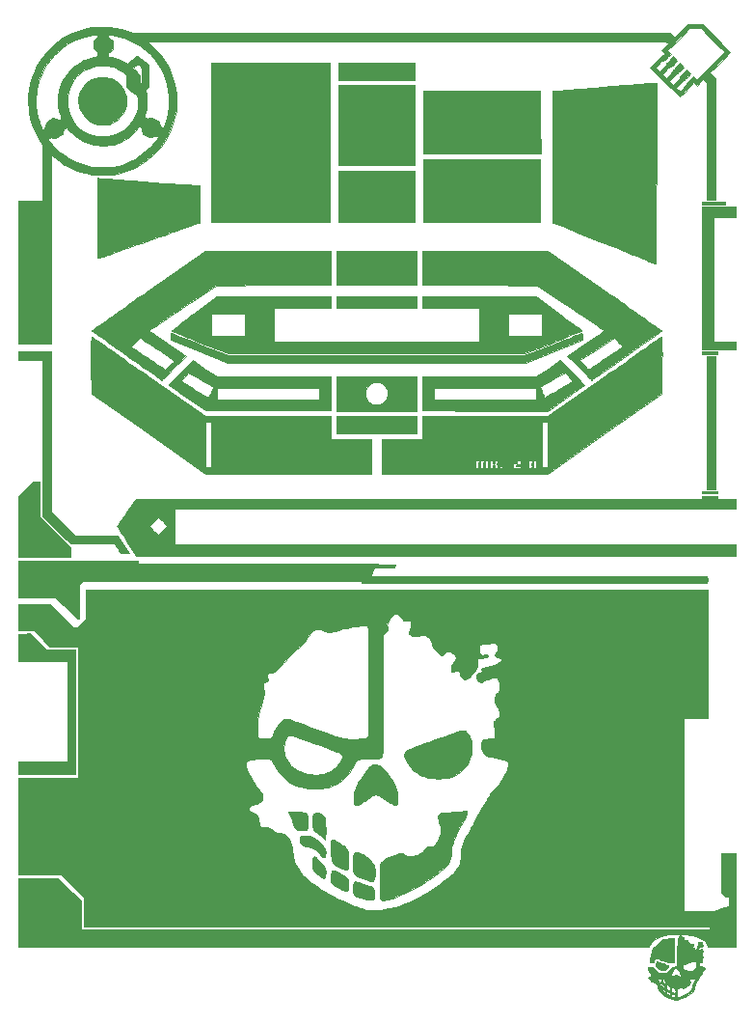
<source format=gbr>
G04 #@! TF.GenerationSoftware,KiCad,Pcbnew,(5.0.0)*
G04 #@! TF.CreationDate,2018-10-16T14:20:06+10:30*
G04 #@! TF.ProjectId,Paragon,50617261676F6E2E6B696361645F7063,rev?*
G04 #@! TF.SameCoordinates,Original*
G04 #@! TF.FileFunction,Copper,L1,Top,Signal*
G04 #@! TF.FilePolarity,Positive*
%FSLAX46Y46*%
G04 Gerber Fmt 4.6, Leading zero omitted, Abs format (unit mm)*
G04 Created by KiCad (PCBNEW (5.0.0)) date 10/16/18 14:20:06*
%MOMM*%
%LPD*%
G01*
G04 APERTURE LIST*
G04 #@! TA.AperFunction,EtchedComponent*
%ADD10C,0.010000*%
G04 #@! TD*
G04 APERTURE END LIST*
D10*
G04 #@! TO.C,G\002A\002A\002A*
G36*
X114975405Y-55413765D02*
X115281963Y-55479546D01*
X115477767Y-55548992D01*
X115769077Y-55696995D01*
X116030805Y-55885139D01*
X116260210Y-56110375D01*
X116454550Y-56369655D01*
X116611086Y-56659929D01*
X116709271Y-56918814D01*
X116733004Y-57000689D01*
X116749564Y-57077756D01*
X116760187Y-57162102D01*
X116766105Y-57265817D01*
X116768553Y-57400987D01*
X116768869Y-57502703D01*
X116767917Y-57662668D01*
X116764238Y-57783892D01*
X116756598Y-57878464D01*
X116743764Y-57958470D01*
X116724501Y-58036000D01*
X116709271Y-58086592D01*
X116584975Y-58402455D01*
X116421190Y-58687408D01*
X116220136Y-58939279D01*
X115984035Y-59155899D01*
X115715108Y-59335099D01*
X115415578Y-59474710D01*
X115222873Y-59538349D01*
X115057572Y-59573098D01*
X114863079Y-59595033D01*
X114658870Y-59603344D01*
X114464423Y-59597224D01*
X114302603Y-59576545D01*
X113989120Y-59492562D01*
X113705235Y-59369692D01*
X113444861Y-59204554D01*
X113201912Y-58993769D01*
X113141050Y-58931284D01*
X112939728Y-58683294D01*
X112783011Y-58417098D01*
X112670057Y-58137299D01*
X112600023Y-57848506D01*
X112572069Y-57555322D01*
X112585352Y-57262354D01*
X112639031Y-56974208D01*
X112732263Y-56695490D01*
X112864207Y-56430805D01*
X113034021Y-56184758D01*
X113240864Y-55961957D01*
X113483893Y-55767006D01*
X113747794Y-55611658D01*
X114040104Y-55493568D01*
X114347075Y-55421043D01*
X114661309Y-55394353D01*
X114975405Y-55413765D01*
X114975405Y-55413765D01*
G37*
X114975405Y-55413765D02*
X115281963Y-55479546D01*
X115477767Y-55548992D01*
X115769077Y-55696995D01*
X116030805Y-55885139D01*
X116260210Y-56110375D01*
X116454550Y-56369655D01*
X116611086Y-56659929D01*
X116709271Y-56918814D01*
X116733004Y-57000689D01*
X116749564Y-57077756D01*
X116760187Y-57162102D01*
X116766105Y-57265817D01*
X116768553Y-57400987D01*
X116768869Y-57502703D01*
X116767917Y-57662668D01*
X116764238Y-57783892D01*
X116756598Y-57878464D01*
X116743764Y-57958470D01*
X116724501Y-58036000D01*
X116709271Y-58086592D01*
X116584975Y-58402455D01*
X116421190Y-58687408D01*
X116220136Y-58939279D01*
X115984035Y-59155899D01*
X115715108Y-59335099D01*
X115415578Y-59474710D01*
X115222873Y-59538349D01*
X115057572Y-59573098D01*
X114863079Y-59595033D01*
X114658870Y-59603344D01*
X114464423Y-59597224D01*
X114302603Y-59576545D01*
X113989120Y-59492562D01*
X113705235Y-59369692D01*
X113444861Y-59204554D01*
X113201912Y-58993769D01*
X113141050Y-58931284D01*
X112939728Y-58683294D01*
X112783011Y-58417098D01*
X112670057Y-58137299D01*
X112600023Y-57848506D01*
X112572069Y-57555322D01*
X112585352Y-57262354D01*
X112639031Y-56974208D01*
X112732263Y-56695490D01*
X112864207Y-56430805D01*
X113034021Y-56184758D01*
X113240864Y-55961957D01*
X113483893Y-55767006D01*
X113747794Y-55611658D01*
X114040104Y-55493568D01*
X114347075Y-55421043D01*
X114661309Y-55394353D01*
X114975405Y-55413765D01*
G36*
X152486075Y-89142383D02*
X152515501Y-89186862D01*
X152528332Y-89274110D01*
X152529340Y-89316267D01*
X152527708Y-89389089D01*
X152516461Y-89424524D01*
X152487006Y-89436024D01*
X152452185Y-89437037D01*
X152374640Y-89437037D01*
X152382265Y-89291088D01*
X152389779Y-89205295D01*
X152403754Y-89158374D01*
X152428455Y-89138392D01*
X152437694Y-89136034D01*
X152486075Y-89142383D01*
X152486075Y-89142383D01*
G37*
X152486075Y-89142383D02*
X152515501Y-89186862D01*
X152528332Y-89274110D01*
X152529340Y-89316267D01*
X152527708Y-89389089D01*
X152516461Y-89424524D01*
X152487006Y-89436024D01*
X152452185Y-89437037D01*
X152374640Y-89437037D01*
X152382265Y-89291088D01*
X152389779Y-89205295D01*
X152403754Y-89158374D01*
X152428455Y-89138392D01*
X152437694Y-89136034D01*
X152486075Y-89142383D01*
G36*
X146377918Y-112716915D02*
X146448038Y-112725509D01*
X146503474Y-112746171D01*
X146562262Y-112783425D01*
X146571883Y-112790291D01*
X146694511Y-112905461D01*
X146806311Y-113062876D01*
X146904630Y-113254588D01*
X146986816Y-113472653D01*
X147050215Y-113709125D01*
X147092174Y-113956058D01*
X147110041Y-114205506D01*
X147105998Y-114390029D01*
X147057871Y-114766995D01*
X146964461Y-115120999D01*
X146825333Y-115453047D01*
X146640052Y-115764142D01*
X146408184Y-116055291D01*
X146366504Y-116100334D01*
X146120161Y-116335945D01*
X145863099Y-116529981D01*
X145590336Y-116684371D01*
X145296893Y-116801047D01*
X144977788Y-116881938D01*
X144628043Y-116928974D01*
X144242676Y-116944086D01*
X144190190Y-116943812D01*
X144039776Y-116940897D01*
X143885674Y-116935488D01*
X143746213Y-116928363D01*
X143641796Y-116920506D01*
X143260056Y-116860038D01*
X142898836Y-116756023D01*
X142561146Y-116610683D01*
X142249994Y-116426244D01*
X141968392Y-116204928D01*
X141719348Y-115948961D01*
X141505872Y-115660565D01*
X141330974Y-115341966D01*
X141252386Y-115154855D01*
X141200243Y-114966633D01*
X141192952Y-114799074D01*
X141230058Y-114653740D01*
X141311111Y-114532194D01*
X141435658Y-114435999D01*
X141464890Y-114420369D01*
X141510656Y-114400823D01*
X141599619Y-114366075D01*
X141727035Y-114317872D01*
X141888158Y-114257962D01*
X142078242Y-114188091D01*
X142292542Y-114110005D01*
X142526312Y-114025453D01*
X142774807Y-113936180D01*
X142957057Y-113871074D01*
X143245406Y-113767925D01*
X143548295Y-113658880D01*
X143856976Y-113547132D01*
X144162701Y-113435874D01*
X144456723Y-113328300D01*
X144730294Y-113227601D01*
X144974667Y-113136972D01*
X145181094Y-113059605D01*
X145207207Y-113049733D01*
X145436311Y-112963189D01*
X145623500Y-112893099D01*
X145774343Y-112837723D01*
X145894408Y-112795319D01*
X145989265Y-112764147D01*
X146064483Y-112742465D01*
X146125630Y-112728533D01*
X146178274Y-112720608D01*
X146227986Y-112716951D01*
X146275075Y-112715866D01*
X146377918Y-112716915D01*
X146377918Y-112716915D01*
G37*
X146377918Y-112716915D02*
X146448038Y-112725509D01*
X146503474Y-112746171D01*
X146562262Y-112783425D01*
X146571883Y-112790291D01*
X146694511Y-112905461D01*
X146806311Y-113062876D01*
X146904630Y-113254588D01*
X146986816Y-113472653D01*
X147050215Y-113709125D01*
X147092174Y-113956058D01*
X147110041Y-114205506D01*
X147105998Y-114390029D01*
X147057871Y-114766995D01*
X146964461Y-115120999D01*
X146825333Y-115453047D01*
X146640052Y-115764142D01*
X146408184Y-116055291D01*
X146366504Y-116100334D01*
X146120161Y-116335945D01*
X145863099Y-116529981D01*
X145590336Y-116684371D01*
X145296893Y-116801047D01*
X144977788Y-116881938D01*
X144628043Y-116928974D01*
X144242676Y-116944086D01*
X144190190Y-116943812D01*
X144039776Y-116940897D01*
X143885674Y-116935488D01*
X143746213Y-116928363D01*
X143641796Y-116920506D01*
X143260056Y-116860038D01*
X142898836Y-116756023D01*
X142561146Y-116610683D01*
X142249994Y-116426244D01*
X141968392Y-116204928D01*
X141719348Y-115948961D01*
X141505872Y-115660565D01*
X141330974Y-115341966D01*
X141252386Y-115154855D01*
X141200243Y-114966633D01*
X141192952Y-114799074D01*
X141230058Y-114653740D01*
X141311111Y-114532194D01*
X141435658Y-114435999D01*
X141464890Y-114420369D01*
X141510656Y-114400823D01*
X141599619Y-114366075D01*
X141727035Y-114317872D01*
X141888158Y-114257962D01*
X142078242Y-114188091D01*
X142292542Y-114110005D01*
X142526312Y-114025453D01*
X142774807Y-113936180D01*
X142957057Y-113871074D01*
X143245406Y-113767925D01*
X143548295Y-113658880D01*
X143856976Y-113547132D01*
X144162701Y-113435874D01*
X144456723Y-113328300D01*
X144730294Y-113227601D01*
X144974667Y-113136972D01*
X145181094Y-113059605D01*
X145207207Y-113049733D01*
X145436311Y-112963189D01*
X145623500Y-112893099D01*
X145774343Y-112837723D01*
X145894408Y-112795319D01*
X145989265Y-112764147D01*
X146064483Y-112742465D01*
X146125630Y-112728533D01*
X146178274Y-112720608D01*
X146227986Y-112716951D01*
X146275075Y-112715866D01*
X146377918Y-112716915D01*
G36*
X138760174Y-115710841D02*
X138899533Y-115753543D01*
X139012692Y-115820511D01*
X139146009Y-115925688D01*
X139294072Y-116063328D01*
X139451471Y-116227687D01*
X139612795Y-116413017D01*
X139772632Y-116613574D01*
X139925572Y-116823611D01*
X139973723Y-116894198D01*
X140202581Y-117271632D01*
X140391892Y-117660196D01*
X140498683Y-117935417D01*
X140592256Y-118205906D01*
X140592374Y-118677395D01*
X140591855Y-118847767D01*
X140589770Y-118975067D01*
X140585471Y-119067065D01*
X140578313Y-119131531D01*
X140567648Y-119176234D01*
X140552831Y-119208946D01*
X140547412Y-119217685D01*
X140506236Y-119262975D01*
X140452818Y-119284831D01*
X140380915Y-119282269D01*
X140284283Y-119254301D01*
X140156678Y-119199942D01*
X140024853Y-119135136D01*
X139907300Y-119073879D01*
X139803118Y-119015916D01*
X139702892Y-118955113D01*
X139597204Y-118885333D01*
X139476638Y-118800439D01*
X139331777Y-118694296D01*
X139217719Y-118609196D01*
X139070258Y-118505516D01*
X138945528Y-118434924D01*
X138832341Y-118392623D01*
X138719508Y-118373816D01*
X138663853Y-118371730D01*
X138561799Y-118378972D01*
X138462471Y-118404398D01*
X138356425Y-118452358D01*
X138234219Y-118527205D01*
X138086411Y-118633287D01*
X138071043Y-118644884D01*
X137958079Y-118728235D01*
X137824535Y-118823527D01*
X137692526Y-118915076D01*
X137639897Y-118950619D01*
X137432241Y-119083199D01*
X137257395Y-119180933D01*
X137112199Y-119244920D01*
X136993491Y-119276258D01*
X136898113Y-119276045D01*
X136822904Y-119245380D01*
X136812924Y-119238031D01*
X136760760Y-119181861D01*
X136730419Y-119122494D01*
X136726463Y-119075606D01*
X136726150Y-118988662D01*
X136729265Y-118872310D01*
X136735593Y-118737197D01*
X136739580Y-118670790D01*
X136761130Y-118415966D01*
X136793007Y-118193915D01*
X136839166Y-117992516D01*
X136903560Y-117799652D01*
X136990143Y-117603204D01*
X137102871Y-117391053D01*
X137223876Y-117186587D01*
X137407803Y-116893409D01*
X137582987Y-116628871D01*
X137747207Y-116395900D01*
X137898245Y-116197427D01*
X138033882Y-116036378D01*
X138151897Y-115915684D01*
X138241304Y-115843921D01*
X138416938Y-115751759D01*
X138591232Y-115707216D01*
X138760174Y-115710841D01*
X138760174Y-115710841D01*
G37*
X138760174Y-115710841D02*
X138899533Y-115753543D01*
X139012692Y-115820511D01*
X139146009Y-115925688D01*
X139294072Y-116063328D01*
X139451471Y-116227687D01*
X139612795Y-116413017D01*
X139772632Y-116613574D01*
X139925572Y-116823611D01*
X139973723Y-116894198D01*
X140202581Y-117271632D01*
X140391892Y-117660196D01*
X140498683Y-117935417D01*
X140592256Y-118205906D01*
X140592374Y-118677395D01*
X140591855Y-118847767D01*
X140589770Y-118975067D01*
X140585471Y-119067065D01*
X140578313Y-119131531D01*
X140567648Y-119176234D01*
X140552831Y-119208946D01*
X140547412Y-119217685D01*
X140506236Y-119262975D01*
X140452818Y-119284831D01*
X140380915Y-119282269D01*
X140284283Y-119254301D01*
X140156678Y-119199942D01*
X140024853Y-119135136D01*
X139907300Y-119073879D01*
X139803118Y-119015916D01*
X139702892Y-118955113D01*
X139597204Y-118885333D01*
X139476638Y-118800439D01*
X139331777Y-118694296D01*
X139217719Y-118609196D01*
X139070258Y-118505516D01*
X138945528Y-118434924D01*
X138832341Y-118392623D01*
X138719508Y-118373816D01*
X138663853Y-118371730D01*
X138561799Y-118378972D01*
X138462471Y-118404398D01*
X138356425Y-118452358D01*
X138234219Y-118527205D01*
X138086411Y-118633287D01*
X138071043Y-118644884D01*
X137958079Y-118728235D01*
X137824535Y-118823527D01*
X137692526Y-118915076D01*
X137639897Y-118950619D01*
X137432241Y-119083199D01*
X137257395Y-119180933D01*
X137112199Y-119244920D01*
X136993491Y-119276258D01*
X136898113Y-119276045D01*
X136822904Y-119245380D01*
X136812924Y-119238031D01*
X136760760Y-119181861D01*
X136730419Y-119122494D01*
X136726463Y-119075606D01*
X136726150Y-118988662D01*
X136729265Y-118872310D01*
X136735593Y-118737197D01*
X136739580Y-118670790D01*
X136761130Y-118415966D01*
X136793007Y-118193915D01*
X136839166Y-117992516D01*
X136903560Y-117799652D01*
X136990143Y-117603204D01*
X137102871Y-117391053D01*
X137223876Y-117186587D01*
X137407803Y-116893409D01*
X137582987Y-116628871D01*
X137747207Y-116395900D01*
X137898245Y-116197427D01*
X138033882Y-116036378D01*
X138151897Y-115915684D01*
X138241304Y-115843921D01*
X138416938Y-115751759D01*
X138591232Y-115707216D01*
X138760174Y-115710841D01*
G36*
X131025821Y-119822119D02*
X131116425Y-119826831D01*
X131240189Y-119833985D01*
X131388334Y-119843010D01*
X131552078Y-119853333D01*
X131722640Y-119864382D01*
X131891238Y-119875584D01*
X132049091Y-119886369D01*
X132187418Y-119896162D01*
X132297437Y-119904394D01*
X132370367Y-119910491D01*
X132388762Y-119912387D01*
X132484498Y-119929692D01*
X132558205Y-119960123D01*
X132613252Y-120010005D01*
X132653012Y-120085660D01*
X132680856Y-120193412D01*
X132700156Y-120339583D01*
X132713777Y-120521956D01*
X132718367Y-120680062D01*
X132714761Y-120844380D01*
X132704015Y-121004217D01*
X132687185Y-121148876D01*
X132665327Y-121267662D01*
X132639497Y-121349881D01*
X132630299Y-121367139D01*
X132573179Y-121426774D01*
X132487256Y-121466977D01*
X132366015Y-121489634D01*
X132202944Y-121496635D01*
X132183850Y-121496545D01*
X132066402Y-121492399D01*
X131956768Y-121483026D01*
X131873052Y-121470160D01*
X131851955Y-121464763D01*
X131761917Y-121429201D01*
X131683428Y-121379233D01*
X131613087Y-121309471D01*
X131547496Y-121214526D01*
X131483256Y-121089012D01*
X131416968Y-120927540D01*
X131345232Y-120724721D01*
X131302067Y-120593105D01*
X131225812Y-120369567D01*
X131154747Y-120190519D01*
X131086484Y-120050168D01*
X131058443Y-120001964D01*
X131011261Y-119920055D01*
X130981460Y-119857357D01*
X130973407Y-119823622D01*
X130977161Y-119820421D01*
X131025821Y-119822119D01*
X131025821Y-119822119D01*
G37*
X131025821Y-119822119D02*
X131116425Y-119826831D01*
X131240189Y-119833985D01*
X131388334Y-119843010D01*
X131552078Y-119853333D01*
X131722640Y-119864382D01*
X131891238Y-119875584D01*
X132049091Y-119886369D01*
X132187418Y-119896162D01*
X132297437Y-119904394D01*
X132370367Y-119910491D01*
X132388762Y-119912387D01*
X132484498Y-119929692D01*
X132558205Y-119960123D01*
X132613252Y-120010005D01*
X132653012Y-120085660D01*
X132680856Y-120193412D01*
X132700156Y-120339583D01*
X132713777Y-120521956D01*
X132718367Y-120680062D01*
X132714761Y-120844380D01*
X132704015Y-121004217D01*
X132687185Y-121148876D01*
X132665327Y-121267662D01*
X132639497Y-121349881D01*
X132630299Y-121367139D01*
X132573179Y-121426774D01*
X132487256Y-121466977D01*
X132366015Y-121489634D01*
X132202944Y-121496635D01*
X132183850Y-121496545D01*
X132066402Y-121492399D01*
X131956768Y-121483026D01*
X131873052Y-121470160D01*
X131851955Y-121464763D01*
X131761917Y-121429201D01*
X131683428Y-121379233D01*
X131613087Y-121309471D01*
X131547496Y-121214526D01*
X131483256Y-121089012D01*
X131416968Y-120927540D01*
X131345232Y-120724721D01*
X131302067Y-120593105D01*
X131225812Y-120369567D01*
X131154747Y-120190519D01*
X131086484Y-120050168D01*
X131058443Y-120001964D01*
X131011261Y-119920055D01*
X130981460Y-119857357D01*
X130973407Y-119823622D01*
X130977161Y-119820421D01*
X131025821Y-119822119D01*
G36*
X133615175Y-119964995D02*
X133763507Y-120007523D01*
X133850688Y-120045351D01*
X134009038Y-120142187D01*
X134122894Y-120253978D01*
X134189710Y-120378118D01*
X134195749Y-120398515D01*
X134216685Y-120506724D01*
X134234663Y-120656627D01*
X134249379Y-120839135D01*
X134260529Y-121045162D01*
X134267811Y-121265618D01*
X134270920Y-121491416D01*
X134269553Y-121713469D01*
X134263408Y-121922688D01*
X134252682Y-122103649D01*
X134236136Y-122314705D01*
X134121722Y-122196824D01*
X133976791Y-122059848D01*
X133804962Y-121916746D01*
X133625499Y-121782711D01*
X133457669Y-121672938D01*
X133456612Y-121672309D01*
X133358513Y-121610224D01*
X133294244Y-121557662D01*
X133251456Y-121502849D01*
X133225434Y-121451818D01*
X133176876Y-121308968D01*
X133140611Y-121134970D01*
X133116877Y-120941202D01*
X133105915Y-120739040D01*
X133107963Y-120539859D01*
X133123261Y-120355036D01*
X133152050Y-120195946D01*
X133194567Y-120073966D01*
X133196344Y-120070436D01*
X133257602Y-120003405D01*
X133353585Y-119963267D01*
X133475655Y-119950353D01*
X133615175Y-119964995D01*
X133615175Y-119964995D01*
G37*
X133615175Y-119964995D02*
X133763507Y-120007523D01*
X133850688Y-120045351D01*
X134009038Y-120142187D01*
X134122894Y-120253978D01*
X134189710Y-120378118D01*
X134195749Y-120398515D01*
X134216685Y-120506724D01*
X134234663Y-120656627D01*
X134249379Y-120839135D01*
X134260529Y-121045162D01*
X134267811Y-121265618D01*
X134270920Y-121491416D01*
X134269553Y-121713469D01*
X134263408Y-121922688D01*
X134252682Y-122103649D01*
X134236136Y-122314705D01*
X134121722Y-122196824D01*
X133976791Y-122059848D01*
X133804962Y-121916746D01*
X133625499Y-121782711D01*
X133457669Y-121672938D01*
X133456612Y-121672309D01*
X133358513Y-121610224D01*
X133294244Y-121557662D01*
X133251456Y-121502849D01*
X133225434Y-121451818D01*
X133176876Y-121308968D01*
X133140611Y-121134970D01*
X133116877Y-120941202D01*
X133105915Y-120739040D01*
X133107963Y-120539859D01*
X133123261Y-120355036D01*
X133152050Y-120195946D01*
X133194567Y-120073966D01*
X133196344Y-120070436D01*
X133257602Y-120003405D01*
X133353585Y-119963267D01*
X133475655Y-119950353D01*
X133615175Y-119964995D01*
G36*
X132873680Y-121974813D02*
X133135421Y-122059113D01*
X133380115Y-122190808D01*
X133605459Y-122369086D01*
X133668498Y-122431071D01*
X133750834Y-122521979D01*
X133843329Y-122633828D01*
X133939601Y-122757777D01*
X134033269Y-122884983D01*
X134117952Y-123006605D01*
X134187269Y-123113800D01*
X134234837Y-123197727D01*
X134252418Y-123240140D01*
X134266921Y-123333772D01*
X134269469Y-123450128D01*
X134261483Y-123573322D01*
X134244385Y-123687469D01*
X134219599Y-123776681D01*
X134201206Y-123812213D01*
X134136649Y-123870340D01*
X134066895Y-123879877D01*
X134003559Y-123845199D01*
X133966409Y-123805074D01*
X133909015Y-123735702D01*
X133841046Y-123648955D01*
X133806112Y-123602767D01*
X133621210Y-123385406D01*
X133420279Y-123210215D01*
X133196807Y-123073395D01*
X132944282Y-122971143D01*
X132656193Y-122899659D01*
X132578766Y-122886295D01*
X132465589Y-122865327D01*
X132363265Y-122841215D01*
X132288235Y-122818024D01*
X132269309Y-122809792D01*
X132169850Y-122730885D01*
X132091795Y-122611960D01*
X132038438Y-122460514D01*
X132013076Y-122284048D01*
X132011411Y-122223023D01*
X132016737Y-122121872D01*
X132038254Y-122052087D01*
X132084271Y-122006073D01*
X132163099Y-121976233D01*
X132283046Y-121954971D01*
X132308268Y-121951644D01*
X132597195Y-121938720D01*
X132873680Y-121974813D01*
X132873680Y-121974813D01*
G37*
X132873680Y-121974813D02*
X133135421Y-122059113D01*
X133380115Y-122190808D01*
X133605459Y-122369086D01*
X133668498Y-122431071D01*
X133750834Y-122521979D01*
X133843329Y-122633828D01*
X133939601Y-122757777D01*
X134033269Y-122884983D01*
X134117952Y-123006605D01*
X134187269Y-123113800D01*
X134234837Y-123197727D01*
X134252418Y-123240140D01*
X134266921Y-123333772D01*
X134269469Y-123450128D01*
X134261483Y-123573322D01*
X134244385Y-123687469D01*
X134219599Y-123776681D01*
X134201206Y-123812213D01*
X134136649Y-123870340D01*
X134066895Y-123879877D01*
X134003559Y-123845199D01*
X133966409Y-123805074D01*
X133909015Y-123735702D01*
X133841046Y-123648955D01*
X133806112Y-123602767D01*
X133621210Y-123385406D01*
X133420279Y-123210215D01*
X133196807Y-123073395D01*
X132944282Y-122971143D01*
X132656193Y-122899659D01*
X132578766Y-122886295D01*
X132465589Y-122865327D01*
X132363265Y-122841215D01*
X132288235Y-122818024D01*
X132269309Y-122809792D01*
X132169850Y-122730885D01*
X132091795Y-122611960D01*
X132038438Y-122460514D01*
X132013076Y-122284048D01*
X132011411Y-122223023D01*
X132016737Y-122121872D01*
X132038254Y-122052087D01*
X132084271Y-122006073D01*
X132163099Y-121976233D01*
X132283046Y-121954971D01*
X132308268Y-121951644D01*
X132597195Y-121938720D01*
X132873680Y-121974813D01*
G36*
X135036928Y-122303617D02*
X135135921Y-122368710D01*
X135260531Y-122471213D01*
X135296566Y-122503018D01*
X135426041Y-122608039D01*
X135546444Y-122685957D01*
X135616641Y-122719124D01*
X135766240Y-122780427D01*
X135879110Y-122839560D01*
X135968361Y-122904441D01*
X136039584Y-122974576D01*
X136108139Y-123058370D01*
X136163239Y-123146408D01*
X136206106Y-123245017D01*
X136237964Y-123360525D01*
X136260036Y-123499259D01*
X136273546Y-123667548D01*
X136279718Y-123871718D01*
X136279773Y-124118098D01*
X136278640Y-124210999D01*
X136275430Y-124402251D01*
X136271698Y-124549426D01*
X136266887Y-124659299D01*
X136260440Y-124738643D01*
X136251799Y-124794233D01*
X136240408Y-124832843D01*
X136225710Y-124861247D01*
X136225090Y-124862198D01*
X136181147Y-124910659D01*
X136122460Y-124928163D01*
X136085250Y-124928924D01*
X135997467Y-124920037D01*
X135916335Y-124901344D01*
X135914214Y-124900624D01*
X135819119Y-124865427D01*
X135701386Y-124818301D01*
X135572836Y-124764390D01*
X135445294Y-124708835D01*
X135330582Y-124656778D01*
X135240524Y-124613363D01*
X135189590Y-124585461D01*
X135015511Y-124445315D01*
X134897354Y-124299855D01*
X134861184Y-124238181D01*
X134831689Y-124169685D01*
X134808064Y-124088372D01*
X134789503Y-123988245D01*
X134775200Y-123863310D01*
X134764348Y-123707572D01*
X134756141Y-123515036D01*
X134749774Y-123279706D01*
X134747869Y-123188056D01*
X134743923Y-122978149D01*
X134741462Y-122812868D01*
X134740767Y-122686005D01*
X134742116Y-122591351D01*
X134745790Y-122522695D01*
X134752068Y-122473828D01*
X134761230Y-122438541D01*
X134773557Y-122410624D01*
X134783700Y-122392993D01*
X134836937Y-122320619D01*
X134893107Y-122280788D01*
X134957880Y-122274715D01*
X135036928Y-122303617D01*
X135036928Y-122303617D01*
G37*
X135036928Y-122303617D02*
X135135921Y-122368710D01*
X135260531Y-122471213D01*
X135296566Y-122503018D01*
X135426041Y-122608039D01*
X135546444Y-122685957D01*
X135616641Y-122719124D01*
X135766240Y-122780427D01*
X135879110Y-122839560D01*
X135968361Y-122904441D01*
X136039584Y-122974576D01*
X136108139Y-123058370D01*
X136163239Y-123146408D01*
X136206106Y-123245017D01*
X136237964Y-123360525D01*
X136260036Y-123499259D01*
X136273546Y-123667548D01*
X136279718Y-123871718D01*
X136279773Y-124118098D01*
X136278640Y-124210999D01*
X136275430Y-124402251D01*
X136271698Y-124549426D01*
X136266887Y-124659299D01*
X136260440Y-124738643D01*
X136251799Y-124794233D01*
X136240408Y-124832843D01*
X136225710Y-124861247D01*
X136225090Y-124862198D01*
X136181147Y-124910659D01*
X136122460Y-124928163D01*
X136085250Y-124928924D01*
X135997467Y-124920037D01*
X135916335Y-124901344D01*
X135914214Y-124900624D01*
X135819119Y-124865427D01*
X135701386Y-124818301D01*
X135572836Y-124764390D01*
X135445294Y-124708835D01*
X135330582Y-124656778D01*
X135240524Y-124613363D01*
X135189590Y-124585461D01*
X135015511Y-124445315D01*
X134897354Y-124299855D01*
X134861184Y-124238181D01*
X134831689Y-124169685D01*
X134808064Y-124088372D01*
X134789503Y-123988245D01*
X134775200Y-123863310D01*
X134764348Y-123707572D01*
X134756141Y-123515036D01*
X134749774Y-123279706D01*
X134747869Y-123188056D01*
X134743923Y-122978149D01*
X134741462Y-122812868D01*
X134740767Y-122686005D01*
X134742116Y-122591351D01*
X134745790Y-122522695D01*
X134752068Y-122473828D01*
X134761230Y-122438541D01*
X134773557Y-122410624D01*
X134783700Y-122392993D01*
X134836937Y-122320619D01*
X134893107Y-122280788D01*
X134957880Y-122274715D01*
X135036928Y-122303617D01*
G36*
X133329468Y-123772508D02*
X133395128Y-123818250D01*
X133430585Y-123870332D01*
X133462395Y-123914889D01*
X133523771Y-123987225D01*
X133607802Y-124079692D01*
X133707576Y-124184643D01*
X133793590Y-124271960D01*
X133944190Y-124426678D01*
X134059801Y-124556987D01*
X134144973Y-124670459D01*
X134204253Y-124774664D01*
X134242189Y-124877173D01*
X134263329Y-124985558D01*
X134270386Y-125065664D01*
X134270676Y-125207996D01*
X134257237Y-125347169D01*
X134232493Y-125474148D01*
X134198868Y-125579900D01*
X134158783Y-125655390D01*
X134114662Y-125691585D01*
X134102000Y-125693448D01*
X134066634Y-125678793D01*
X133999516Y-125638712D01*
X133909223Y-125578752D01*
X133804333Y-125504456D01*
X133765766Y-125476096D01*
X133570777Y-125326361D01*
X133416792Y-125196534D01*
X133299865Y-125082741D01*
X133216052Y-124981108D01*
X133161411Y-124887760D01*
X133157201Y-124878271D01*
X133138299Y-124830561D01*
X133125146Y-124783426D01*
X133117158Y-124727627D01*
X133113751Y-124653926D01*
X133114341Y-124553085D01*
X133118341Y-124415866D01*
X133121854Y-124319694D01*
X133128408Y-124158686D01*
X133134873Y-124040348D01*
X133142414Y-123956517D01*
X133152195Y-123899028D01*
X133165381Y-123859715D01*
X133183136Y-123830414D01*
X133193466Y-123817692D01*
X133259184Y-123771642D01*
X133329468Y-123772508D01*
X133329468Y-123772508D01*
G37*
X133329468Y-123772508D02*
X133395128Y-123818250D01*
X133430585Y-123870332D01*
X133462395Y-123914889D01*
X133523771Y-123987225D01*
X133607802Y-124079692D01*
X133707576Y-124184643D01*
X133793590Y-124271960D01*
X133944190Y-124426678D01*
X134059801Y-124556987D01*
X134144973Y-124670459D01*
X134204253Y-124774664D01*
X134242189Y-124877173D01*
X134263329Y-124985558D01*
X134270386Y-125065664D01*
X134270676Y-125207996D01*
X134257237Y-125347169D01*
X134232493Y-125474148D01*
X134198868Y-125579900D01*
X134158783Y-125655390D01*
X134114662Y-125691585D01*
X134102000Y-125693448D01*
X134066634Y-125678793D01*
X133999516Y-125638712D01*
X133909223Y-125578752D01*
X133804333Y-125504456D01*
X133765766Y-125476096D01*
X133570777Y-125326361D01*
X133416792Y-125196534D01*
X133299865Y-125082741D01*
X133216052Y-124981108D01*
X133161411Y-124887760D01*
X133157201Y-124878271D01*
X133138299Y-124830561D01*
X133125146Y-124783426D01*
X133117158Y-124727627D01*
X133113751Y-124653926D01*
X133114341Y-124553085D01*
X133118341Y-124415866D01*
X133121854Y-124319694D01*
X133128408Y-124158686D01*
X133134873Y-124040348D01*
X133142414Y-123956517D01*
X133152195Y-123899028D01*
X133165381Y-123859715D01*
X133183136Y-123830414D01*
X133193466Y-123817692D01*
X133259184Y-123771642D01*
X133329468Y-123772508D01*
G36*
X137024305Y-123418545D02*
X137151477Y-123452532D01*
X137310722Y-123514250D01*
X137506575Y-123604113D01*
X137549035Y-123624763D01*
X137689310Y-123694687D01*
X137795483Y-123751898D01*
X137879732Y-123804754D01*
X137954235Y-123861615D01*
X138031170Y-123930839D01*
X138115522Y-124013583D01*
X138226495Y-124129279D01*
X138309242Y-124228785D01*
X138375320Y-124327587D01*
X138436282Y-124441171D01*
X138439566Y-124447848D01*
X138524266Y-124636698D01*
X138579783Y-124804688D01*
X138609973Y-124969617D01*
X138618691Y-125149284D01*
X138615715Y-125261144D01*
X138600863Y-125423178D01*
X138573226Y-125578503D01*
X138535746Y-125716889D01*
X138491366Y-125828105D01*
X138443026Y-125901922D01*
X138427458Y-125915786D01*
X138375166Y-125938915D01*
X138301041Y-125943693D01*
X138197484Y-125929532D01*
X138056893Y-125895842D01*
X138012764Y-125883650D01*
X137766741Y-125806548D01*
X137529368Y-125717515D01*
X137309674Y-125620730D01*
X137116690Y-125520373D01*
X136959445Y-125420623D01*
X136884468Y-125361450D01*
X136830997Y-125312320D01*
X136788323Y-125265106D01*
X136755294Y-125213597D01*
X136730761Y-125151586D01*
X136713570Y-125072863D01*
X136702571Y-124971220D01*
X136696613Y-124840447D01*
X136694545Y-124674335D01*
X136695214Y-124466677D01*
X136696209Y-124346146D01*
X136698535Y-124132331D01*
X136701475Y-123963125D01*
X136705417Y-123832285D01*
X136710749Y-123733571D01*
X136717858Y-123660740D01*
X136727134Y-123607550D01*
X136738965Y-123567760D01*
X136745634Y-123551659D01*
X136789871Y-123478847D01*
X136848038Y-123432115D01*
X136924671Y-123411877D01*
X137024305Y-123418545D01*
X137024305Y-123418545D01*
G37*
X137024305Y-123418545D02*
X137151477Y-123452532D01*
X137310722Y-123514250D01*
X137506575Y-123604113D01*
X137549035Y-123624763D01*
X137689310Y-123694687D01*
X137795483Y-123751898D01*
X137879732Y-123804754D01*
X137954235Y-123861615D01*
X138031170Y-123930839D01*
X138115522Y-124013583D01*
X138226495Y-124129279D01*
X138309242Y-124228785D01*
X138375320Y-124327587D01*
X138436282Y-124441171D01*
X138439566Y-124447848D01*
X138524266Y-124636698D01*
X138579783Y-124804688D01*
X138609973Y-124969617D01*
X138618691Y-125149284D01*
X138615715Y-125261144D01*
X138600863Y-125423178D01*
X138573226Y-125578503D01*
X138535746Y-125716889D01*
X138491366Y-125828105D01*
X138443026Y-125901922D01*
X138427458Y-125915786D01*
X138375166Y-125938915D01*
X138301041Y-125943693D01*
X138197484Y-125929532D01*
X138056893Y-125895842D01*
X138012764Y-125883650D01*
X137766741Y-125806548D01*
X137529368Y-125717515D01*
X137309674Y-125620730D01*
X137116690Y-125520373D01*
X136959445Y-125420623D01*
X136884468Y-125361450D01*
X136830997Y-125312320D01*
X136788323Y-125265106D01*
X136755294Y-125213597D01*
X136730761Y-125151586D01*
X136713570Y-125072863D01*
X136702571Y-124971220D01*
X136696613Y-124840447D01*
X136694545Y-124674335D01*
X136695214Y-124466677D01*
X136696209Y-124346146D01*
X136698535Y-124132331D01*
X136701475Y-123963125D01*
X136705417Y-123832285D01*
X136710749Y-123733571D01*
X136717858Y-123660740D01*
X136727134Y-123607550D01*
X136738965Y-123567760D01*
X136745634Y-123551659D01*
X136789871Y-123478847D01*
X136848038Y-123432115D01*
X136924671Y-123411877D01*
X137024305Y-123418545D01*
G36*
X134971338Y-125020432D02*
X135079527Y-125053041D01*
X135216179Y-125107167D01*
X135374133Y-125179830D01*
X135546227Y-125268049D01*
X135647875Y-125324137D01*
X135841124Y-125439434D01*
X135991984Y-125543425D01*
X136106324Y-125640838D01*
X136190011Y-125736401D01*
X136224324Y-125788563D01*
X136253616Y-125841001D01*
X136273548Y-125888280D01*
X136285915Y-125941788D01*
X136292514Y-126012911D01*
X136295142Y-126113034D01*
X136295596Y-126240341D01*
X136290499Y-126442420D01*
X136274315Y-126598380D01*
X136245700Y-126712008D01*
X136203312Y-126787091D01*
X136145808Y-126827420D01*
X136084020Y-126837201D01*
X136040612Y-126825656D01*
X135960646Y-126793914D01*
X135852441Y-126745687D01*
X135724317Y-126684687D01*
X135584595Y-126614627D01*
X135580772Y-126612662D01*
X135340080Y-126485471D01*
X135144919Y-126374824D01*
X134993228Y-126279359D01*
X134882942Y-126197717D01*
X134812001Y-126128536D01*
X134785087Y-126087721D01*
X134770888Y-126043901D01*
X134761145Y-125976775D01*
X134755430Y-125879334D01*
X134753315Y-125744571D01*
X134754180Y-125581713D01*
X134757560Y-125397784D01*
X134763996Y-125258449D01*
X134775072Y-125157474D01*
X134792372Y-125088622D01*
X134817479Y-125045658D01*
X134851976Y-125022348D01*
X134897447Y-125012456D01*
X134898774Y-125012323D01*
X134971338Y-125020432D01*
X134971338Y-125020432D01*
G37*
X134971338Y-125020432D02*
X135079527Y-125053041D01*
X135216179Y-125107167D01*
X135374133Y-125179830D01*
X135546227Y-125268049D01*
X135647875Y-125324137D01*
X135841124Y-125439434D01*
X135991984Y-125543425D01*
X136106324Y-125640838D01*
X136190011Y-125736401D01*
X136224324Y-125788563D01*
X136253616Y-125841001D01*
X136273548Y-125888280D01*
X136285915Y-125941788D01*
X136292514Y-126012911D01*
X136295142Y-126113034D01*
X136295596Y-126240341D01*
X136290499Y-126442420D01*
X136274315Y-126598380D01*
X136245700Y-126712008D01*
X136203312Y-126787091D01*
X136145808Y-126827420D01*
X136084020Y-126837201D01*
X136040612Y-126825656D01*
X135960646Y-126793914D01*
X135852441Y-126745687D01*
X135724317Y-126684687D01*
X135584595Y-126614627D01*
X135580772Y-126612662D01*
X135340080Y-126485471D01*
X135144919Y-126374824D01*
X134993228Y-126279359D01*
X134882942Y-126197717D01*
X134812001Y-126128536D01*
X134785087Y-126087721D01*
X134770888Y-126043901D01*
X134761145Y-125976775D01*
X134755430Y-125879334D01*
X134753315Y-125744571D01*
X134754180Y-125581713D01*
X134757560Y-125397784D01*
X134763996Y-125258449D01*
X134775072Y-125157474D01*
X134792372Y-125088622D01*
X134817479Y-125045658D01*
X134851976Y-125022348D01*
X134897447Y-125012456D01*
X134898774Y-125012323D01*
X134971338Y-125020432D01*
G36*
X137051796Y-126004800D02*
X137213606Y-126058031D01*
X137360004Y-126112330D01*
X137508720Y-126166902D01*
X137661220Y-126219794D01*
X137801900Y-126265785D01*
X137915158Y-126299656D01*
X137939156Y-126306083D01*
X138050047Y-126337372D01*
X138153500Y-126371193D01*
X138230689Y-126401284D01*
X138243048Y-126407170D01*
X138340964Y-126473572D01*
X138426289Y-126561477D01*
X138486180Y-126655772D01*
X138505939Y-126716524D01*
X138517909Y-126788666D01*
X138534177Y-126885120D01*
X138545332Y-126950566D01*
X138567370Y-127150424D01*
X138557199Y-127311329D01*
X138513352Y-127434833D01*
X138434367Y-127522487D01*
X138318777Y-127575842D01*
X138165118Y-127596448D01*
X137971926Y-127585859D01*
X137948248Y-127582862D01*
X137890995Y-127571026D01*
X137797195Y-127547035D01*
X137677557Y-127514072D01*
X137542789Y-127475317D01*
X137403600Y-127433954D01*
X137270699Y-127393165D01*
X137154794Y-127356132D01*
X137066596Y-127326036D01*
X137016912Y-127306113D01*
X136883205Y-127214742D01*
X136773112Y-127095021D01*
X136733495Y-127031687D01*
X136711168Y-126985341D01*
X136696038Y-126938386D01*
X136686991Y-126880348D01*
X136682916Y-126800752D01*
X136682697Y-126689122D01*
X136684531Y-126570871D01*
X136690652Y-126365221D01*
X136703730Y-126206930D01*
X136728861Y-126092538D01*
X136771138Y-126018587D01*
X136835656Y-125981620D01*
X136927511Y-125978177D01*
X137051796Y-126004800D01*
X137051796Y-126004800D01*
G37*
X137051796Y-126004800D02*
X137213606Y-126058031D01*
X137360004Y-126112330D01*
X137508720Y-126166902D01*
X137661220Y-126219794D01*
X137801900Y-126265785D01*
X137915158Y-126299656D01*
X137939156Y-126306083D01*
X138050047Y-126337372D01*
X138153500Y-126371193D01*
X138230689Y-126401284D01*
X138243048Y-126407170D01*
X138340964Y-126473572D01*
X138426289Y-126561477D01*
X138486180Y-126655772D01*
X138505939Y-126716524D01*
X138517909Y-126788666D01*
X138534177Y-126885120D01*
X138545332Y-126950566D01*
X138567370Y-127150424D01*
X138557199Y-127311329D01*
X138513352Y-127434833D01*
X138434367Y-127522487D01*
X138318777Y-127575842D01*
X138165118Y-127596448D01*
X137971926Y-127585859D01*
X137948248Y-127582862D01*
X137890995Y-127571026D01*
X137797195Y-127547035D01*
X137677557Y-127514072D01*
X137542789Y-127475317D01*
X137403600Y-127433954D01*
X137270699Y-127393165D01*
X137154794Y-127356132D01*
X137066596Y-127326036D01*
X137016912Y-127306113D01*
X136883205Y-127214742D01*
X136773112Y-127095021D01*
X136733495Y-127031687D01*
X136711168Y-126985341D01*
X136696038Y-126938386D01*
X136686991Y-126880348D01*
X136682916Y-126800752D01*
X136682697Y-126689122D01*
X136684531Y-126570871D01*
X136690652Y-126365221D01*
X136703730Y-126206930D01*
X136728861Y-126092538D01*
X136771138Y-126018587D01*
X136835656Y-125981620D01*
X136927511Y-125978177D01*
X137051796Y-126004800D01*
G36*
X146607341Y-119777918D02*
X146635512Y-119789210D01*
X146656080Y-119809952D01*
X146666064Y-119823704D01*
X146697619Y-119891778D01*
X146707285Y-119946849D01*
X146695393Y-119985561D01*
X146661869Y-120062157D01*
X146609921Y-120170152D01*
X146542757Y-120303058D01*
X146463588Y-120454390D01*
X146375620Y-120617662D01*
X146373620Y-120621322D01*
X146238217Y-120870512D01*
X146123629Y-121085495D01*
X146025145Y-121276041D01*
X145938052Y-121451923D01*
X145857636Y-121622912D01*
X145779187Y-121798778D01*
X145697992Y-121989294D01*
X145609338Y-122204231D01*
X145604407Y-122216327D01*
X145516519Y-122435678D01*
X145447319Y-122618923D01*
X145394246Y-122776157D01*
X145354741Y-122917475D01*
X145326245Y-123052969D01*
X145306198Y-123192736D01*
X145292040Y-123346868D01*
X145283542Y-123481682D01*
X145272128Y-123663028D01*
X145258892Y-123804660D01*
X145241516Y-123917713D01*
X145217685Y-124013321D01*
X145185082Y-124102620D01*
X145141391Y-124196743D01*
X145130155Y-124219019D01*
X145051207Y-124352146D01*
X144945173Y-124492402D01*
X144807871Y-124644417D01*
X144635115Y-124812817D01*
X144422722Y-125002229D01*
X144419576Y-125004941D01*
X143796418Y-125509711D01*
X143150160Y-125969676D01*
X142479311Y-126385682D01*
X141782378Y-126758575D01*
X141057869Y-127089202D01*
X140304290Y-127378408D01*
X140122122Y-127440685D01*
X139938702Y-127500937D01*
X139793431Y-127545849D01*
X139676796Y-127577802D01*
X139579284Y-127599179D01*
X139491382Y-127612362D01*
X139408275Y-127619457D01*
X139302268Y-127625069D01*
X139234473Y-127624683D01*
X139192370Y-127615803D01*
X139163440Y-127595933D01*
X139137417Y-127565443D01*
X139111935Y-127530659D01*
X139090294Y-127493428D01*
X139072209Y-127449557D01*
X139057399Y-127394855D01*
X139045578Y-127325129D01*
X139036464Y-127236189D01*
X139029773Y-127123841D01*
X139025221Y-126983895D01*
X139022525Y-126812159D01*
X139021401Y-126604440D01*
X139021565Y-126356547D01*
X139022735Y-126064288D01*
X139023697Y-125884385D01*
X139025864Y-125585817D01*
X139028814Y-125313628D01*
X139032464Y-125071405D01*
X139036732Y-124862737D01*
X139041534Y-124691212D01*
X139046786Y-124560419D01*
X139052406Y-124473947D01*
X139057229Y-124438631D01*
X139090873Y-124361253D01*
X139146521Y-124277244D01*
X139176775Y-124241899D01*
X139287859Y-124145494D01*
X139441620Y-124042544D01*
X139630892Y-123936575D01*
X139848510Y-123831113D01*
X140087307Y-123729684D01*
X140340117Y-123635813D01*
X140541642Y-123570348D01*
X140718523Y-123521321D01*
X140857627Y-123494744D01*
X140966707Y-123490422D01*
X141053514Y-123508160D01*
X141125802Y-123547762D01*
X141135687Y-123555428D01*
X141240128Y-123637596D01*
X141320310Y-123692405D01*
X141390785Y-123725353D01*
X141466104Y-123741936D01*
X141560819Y-123747653D01*
X141645791Y-123748134D01*
X141940153Y-123724038D01*
X142238772Y-123654940D01*
X142528997Y-123543794D01*
X142537538Y-123539796D01*
X142623713Y-123495967D01*
X142699766Y-123448086D01*
X142776353Y-123387695D01*
X142864127Y-123306332D01*
X142973744Y-123195538D01*
X142982483Y-123186490D01*
X143236737Y-122922958D01*
X143441523Y-122925865D01*
X143582946Y-122919882D01*
X143698415Y-122893557D01*
X143796300Y-122841019D01*
X143884969Y-122756398D01*
X143972794Y-122633824D01*
X144051666Y-122497914D01*
X144115729Y-122382413D01*
X144187741Y-122255417D01*
X144243268Y-122159560D01*
X144332382Y-121982188D01*
X144389836Y-121802568D01*
X144415678Y-121613897D01*
X144409953Y-121409374D01*
X144372710Y-121182199D01*
X144303993Y-120925571D01*
X144252773Y-120769326D01*
X144190053Y-120558467D01*
X144161263Y-120383505D01*
X144167444Y-120241551D01*
X144209636Y-120129720D01*
X144288882Y-120045124D01*
X144406222Y-119984875D01*
X144548802Y-119948453D01*
X144611152Y-119940891D01*
X144715914Y-119932070D01*
X144854683Y-119922528D01*
X145019051Y-119912803D01*
X145200613Y-119903434D01*
X145372473Y-119895722D01*
X145566084Y-119886551D01*
X145753501Y-119875618D01*
X145925521Y-119863615D01*
X146072940Y-119851234D01*
X146186555Y-119839169D01*
X146249650Y-119829685D01*
X146392721Y-119801961D01*
X146494394Y-119784173D01*
X146563118Y-119776199D01*
X146607341Y-119777918D01*
X146607341Y-119777918D01*
G37*
X146607341Y-119777918D02*
X146635512Y-119789210D01*
X146656080Y-119809952D01*
X146666064Y-119823704D01*
X146697619Y-119891778D01*
X146707285Y-119946849D01*
X146695393Y-119985561D01*
X146661869Y-120062157D01*
X146609921Y-120170152D01*
X146542757Y-120303058D01*
X146463588Y-120454390D01*
X146375620Y-120617662D01*
X146373620Y-120621322D01*
X146238217Y-120870512D01*
X146123629Y-121085495D01*
X146025145Y-121276041D01*
X145938052Y-121451923D01*
X145857636Y-121622912D01*
X145779187Y-121798778D01*
X145697992Y-121989294D01*
X145609338Y-122204231D01*
X145604407Y-122216327D01*
X145516519Y-122435678D01*
X145447319Y-122618923D01*
X145394246Y-122776157D01*
X145354741Y-122917475D01*
X145326245Y-123052969D01*
X145306198Y-123192736D01*
X145292040Y-123346868D01*
X145283542Y-123481682D01*
X145272128Y-123663028D01*
X145258892Y-123804660D01*
X145241516Y-123917713D01*
X145217685Y-124013321D01*
X145185082Y-124102620D01*
X145141391Y-124196743D01*
X145130155Y-124219019D01*
X145051207Y-124352146D01*
X144945173Y-124492402D01*
X144807871Y-124644417D01*
X144635115Y-124812817D01*
X144422722Y-125002229D01*
X144419576Y-125004941D01*
X143796418Y-125509711D01*
X143150160Y-125969676D01*
X142479311Y-126385682D01*
X141782378Y-126758575D01*
X141057869Y-127089202D01*
X140304290Y-127378408D01*
X140122122Y-127440685D01*
X139938702Y-127500937D01*
X139793431Y-127545849D01*
X139676796Y-127577802D01*
X139579284Y-127599179D01*
X139491382Y-127612362D01*
X139408275Y-127619457D01*
X139302268Y-127625069D01*
X139234473Y-127624683D01*
X139192370Y-127615803D01*
X139163440Y-127595933D01*
X139137417Y-127565443D01*
X139111935Y-127530659D01*
X139090294Y-127493428D01*
X139072209Y-127449557D01*
X139057399Y-127394855D01*
X139045578Y-127325129D01*
X139036464Y-127236189D01*
X139029773Y-127123841D01*
X139025221Y-126983895D01*
X139022525Y-126812159D01*
X139021401Y-126604440D01*
X139021565Y-126356547D01*
X139022735Y-126064288D01*
X139023697Y-125884385D01*
X139025864Y-125585817D01*
X139028814Y-125313628D01*
X139032464Y-125071405D01*
X139036732Y-124862737D01*
X139041534Y-124691212D01*
X139046786Y-124560419D01*
X139052406Y-124473947D01*
X139057229Y-124438631D01*
X139090873Y-124361253D01*
X139146521Y-124277244D01*
X139176775Y-124241899D01*
X139287859Y-124145494D01*
X139441620Y-124042544D01*
X139630892Y-123936575D01*
X139848510Y-123831113D01*
X140087307Y-123729684D01*
X140340117Y-123635813D01*
X140541642Y-123570348D01*
X140718523Y-123521321D01*
X140857627Y-123494744D01*
X140966707Y-123490422D01*
X141053514Y-123508160D01*
X141125802Y-123547762D01*
X141135687Y-123555428D01*
X141240128Y-123637596D01*
X141320310Y-123692405D01*
X141390785Y-123725353D01*
X141466104Y-123741936D01*
X141560819Y-123747653D01*
X141645791Y-123748134D01*
X141940153Y-123724038D01*
X142238772Y-123654940D01*
X142528997Y-123543794D01*
X142537538Y-123539796D01*
X142623713Y-123495967D01*
X142699766Y-123448086D01*
X142776353Y-123387695D01*
X142864127Y-123306332D01*
X142973744Y-123195538D01*
X142982483Y-123186490D01*
X143236737Y-122922958D01*
X143441523Y-122925865D01*
X143582946Y-122919882D01*
X143698415Y-122893557D01*
X143796300Y-122841019D01*
X143884969Y-122756398D01*
X143972794Y-122633824D01*
X144051666Y-122497914D01*
X144115729Y-122382413D01*
X144187741Y-122255417D01*
X144243268Y-122159560D01*
X144332382Y-121982188D01*
X144389836Y-121802568D01*
X144415678Y-121613897D01*
X144409953Y-121409374D01*
X144372710Y-121182199D01*
X144303993Y-120925571D01*
X144252773Y-120769326D01*
X144190053Y-120558467D01*
X144161263Y-120383505D01*
X144167444Y-120241551D01*
X144209636Y-120129720D01*
X144288882Y-120045124D01*
X144406222Y-119984875D01*
X144548802Y-119948453D01*
X144611152Y-119940891D01*
X144715914Y-119932070D01*
X144854683Y-119922528D01*
X145019051Y-119912803D01*
X145200613Y-119903434D01*
X145372473Y-119895722D01*
X145566084Y-119886551D01*
X145753501Y-119875618D01*
X145925521Y-119863615D01*
X146072940Y-119851234D01*
X146186555Y-119839169D01*
X146249650Y-119829685D01*
X146392721Y-119801961D01*
X146494394Y-119784173D01*
X146563118Y-119776199D01*
X146607341Y-119777918D01*
G36*
X142105305Y-55646647D02*
X135392993Y-55646647D01*
X135392993Y-54121121D01*
X142105305Y-54121121D01*
X142105305Y-55646647D01*
X142105305Y-55646647D01*
G37*
X142105305Y-55646647D02*
X135392993Y-55646647D01*
X135392993Y-54121121D01*
X142105305Y-54121121D01*
X142105305Y-55646647D01*
G36*
X152410207Y-56619449D02*
X152633586Y-56619639D01*
X152816849Y-56620018D01*
X152957587Y-56620587D01*
X153053389Y-56621351D01*
X153101844Y-56622312D01*
X153107565Y-56622814D01*
X153109235Y-56649257D01*
X153111092Y-56723266D01*
X153113108Y-56841555D01*
X153115249Y-57000841D01*
X153117487Y-57197837D01*
X153119790Y-57429259D01*
X153122128Y-57691823D01*
X153124469Y-57982243D01*
X153126784Y-58297235D01*
X153129041Y-58633513D01*
X153131210Y-58987793D01*
X153133260Y-59356791D01*
X153133461Y-59394926D01*
X153147874Y-62155556D01*
X142893494Y-62155556D01*
X142893494Y-56646597D01*
X147994788Y-56628964D01*
X148500353Y-56627273D01*
X148992316Y-56625739D01*
X149468267Y-56624364D01*
X149925796Y-56623151D01*
X150362492Y-56622103D01*
X150775946Y-56621224D01*
X151163746Y-56620515D01*
X151523482Y-56619981D01*
X151852745Y-56619623D01*
X152149123Y-56619445D01*
X152410207Y-56619449D01*
X152410207Y-56619449D01*
G37*
X152410207Y-56619449D02*
X152633586Y-56619639D01*
X152816849Y-56620018D01*
X152957587Y-56620587D01*
X153053389Y-56621351D01*
X153101844Y-56622312D01*
X153107565Y-56622814D01*
X153109235Y-56649257D01*
X153111092Y-56723266D01*
X153113108Y-56841555D01*
X153115249Y-57000841D01*
X153117487Y-57197837D01*
X153119790Y-57429259D01*
X153122128Y-57691823D01*
X153124469Y-57982243D01*
X153126784Y-58297235D01*
X153129041Y-58633513D01*
X153131210Y-58987793D01*
X153133260Y-59356791D01*
X153133461Y-59394926D01*
X153147874Y-62155556D01*
X142893494Y-62155556D01*
X142893494Y-56646597D01*
X147994788Y-56628964D01*
X148500353Y-56627273D01*
X148992316Y-56625739D01*
X149468267Y-56624364D01*
X149925796Y-56623151D01*
X150362492Y-56622103D01*
X150775946Y-56621224D01*
X151163746Y-56620515D01*
X151523482Y-56619981D01*
X151852745Y-56619623D01*
X152149123Y-56619445D01*
X152410207Y-56619449D01*
G36*
X142105305Y-63147147D02*
X135392993Y-63147147D01*
X135392993Y-56129730D01*
X142105305Y-56129730D01*
X142105305Y-63147147D01*
X142105305Y-63147147D01*
G37*
X142105305Y-63147147D02*
X135392993Y-63147147D01*
X135392993Y-56129730D01*
X142105305Y-56129730D01*
X142105305Y-63147147D01*
G36*
X169361361Y-66605005D02*
X167352753Y-66605005D01*
X167352753Y-66376177D01*
X169361361Y-66376177D01*
X169361361Y-66605005D01*
X169361361Y-66605005D01*
G37*
X169361361Y-66605005D02*
X167352753Y-66605005D01*
X167352753Y-66376177D01*
X169361361Y-66376177D01*
X169361361Y-66605005D01*
G36*
X153139940Y-64325260D02*
X153139653Y-64653408D01*
X153138827Y-64997445D01*
X153137514Y-65348781D01*
X153135767Y-65698825D01*
X153133638Y-66038989D01*
X153131180Y-66360682D01*
X153128445Y-66655315D01*
X153125486Y-66914296D01*
X153123089Y-67083919D01*
X153106237Y-68155956D01*
X142893494Y-68155956D01*
X142893494Y-62638639D01*
X153139940Y-62638639D01*
X153139940Y-64325260D01*
X153139940Y-64325260D01*
G37*
X153139940Y-64325260D02*
X153139653Y-64653408D01*
X153138827Y-64997445D01*
X153137514Y-65348781D01*
X153135767Y-65698825D01*
X153133638Y-66038989D01*
X153131180Y-66360682D01*
X153128445Y-66655315D01*
X153125486Y-66914296D01*
X153123089Y-67083919D01*
X153106237Y-68155956D01*
X142893494Y-68155956D01*
X142893494Y-62638639D01*
X153139940Y-62638639D01*
X153139940Y-64325260D01*
G36*
X142105305Y-68155956D02*
X135392993Y-68155956D01*
X135392993Y-63630231D01*
X142105305Y-63630231D01*
X142105305Y-68155956D01*
X142105305Y-68155956D01*
G37*
X142105305Y-68155956D02*
X135392993Y-68155956D01*
X135392993Y-63630231D01*
X142105305Y-63630231D01*
X142105305Y-68155956D01*
G36*
X134604805Y-68155956D02*
X124256657Y-68155956D01*
X124256657Y-54121121D01*
X134604805Y-54121121D01*
X134604805Y-68155956D01*
X134604805Y-68155956D01*
G37*
X134604805Y-68155956D02*
X124256657Y-68155956D01*
X124256657Y-54121121D01*
X134604805Y-54121121D01*
X134604805Y-68155956D01*
G36*
X114423373Y-64283621D02*
X114468502Y-64287007D01*
X114561575Y-64293991D01*
X114699831Y-64304365D01*
X114880505Y-64317922D01*
X115100835Y-64334455D01*
X115358057Y-64353755D01*
X115649408Y-64375617D01*
X115972125Y-64399832D01*
X116323445Y-64426193D01*
X116700604Y-64454493D01*
X117100839Y-64484525D01*
X117521388Y-64516081D01*
X117959486Y-64548953D01*
X118412371Y-64582935D01*
X118877280Y-64617820D01*
X118891892Y-64618916D01*
X123176076Y-64940378D01*
X123182620Y-66558519D01*
X123189164Y-68176661D01*
X123004642Y-68239439D01*
X122961294Y-68254463D01*
X122872535Y-68285469D01*
X122740918Y-68331560D01*
X122568998Y-68391839D01*
X122359332Y-68465407D01*
X122114473Y-68551367D01*
X121836978Y-68648822D01*
X121529400Y-68756874D01*
X121194295Y-68874625D01*
X120834218Y-69001178D01*
X120451723Y-69135635D01*
X120049367Y-69277099D01*
X119629704Y-69424671D01*
X119195289Y-69577454D01*
X118748677Y-69734551D01*
X118574074Y-69795974D01*
X118125871Y-69953634D01*
X117690295Y-70106817D01*
X117269794Y-70254664D01*
X116866814Y-70396317D01*
X116483802Y-70530916D01*
X116123206Y-70657602D01*
X115787471Y-70775516D01*
X115479046Y-70883799D01*
X115200378Y-70981593D01*
X114953913Y-71068038D01*
X114742098Y-71142274D01*
X114567380Y-71203444D01*
X114432207Y-71250688D01*
X114339025Y-71283147D01*
X114290281Y-71299961D01*
X114283534Y-71302185D01*
X114277293Y-71302072D01*
X114271663Y-71296413D01*
X114266613Y-71282736D01*
X114262111Y-71258567D01*
X114258126Y-71221433D01*
X114254626Y-71168861D01*
X114251581Y-71098377D01*
X114248958Y-71007510D01*
X114246726Y-70893785D01*
X114244855Y-70754730D01*
X114243312Y-70587872D01*
X114242067Y-70390737D01*
X114241087Y-70160852D01*
X114240342Y-69895744D01*
X114239801Y-69592940D01*
X114239431Y-69249968D01*
X114239203Y-68864353D01*
X114239083Y-68433623D01*
X114239041Y-67955304D01*
X114239039Y-67792214D01*
X114239039Y-64269788D01*
X114423373Y-64283621D01*
X114423373Y-64283621D01*
G37*
X114423373Y-64283621D02*
X114468502Y-64287007D01*
X114561575Y-64293991D01*
X114699831Y-64304365D01*
X114880505Y-64317922D01*
X115100835Y-64334455D01*
X115358057Y-64353755D01*
X115649408Y-64375617D01*
X115972125Y-64399832D01*
X116323445Y-64426193D01*
X116700604Y-64454493D01*
X117100839Y-64484525D01*
X117521388Y-64516081D01*
X117959486Y-64548953D01*
X118412371Y-64582935D01*
X118877280Y-64617820D01*
X118891892Y-64618916D01*
X123176076Y-64940378D01*
X123182620Y-66558519D01*
X123189164Y-68176661D01*
X123004642Y-68239439D01*
X122961294Y-68254463D01*
X122872535Y-68285469D01*
X122740918Y-68331560D01*
X122568998Y-68391839D01*
X122359332Y-68465407D01*
X122114473Y-68551367D01*
X121836978Y-68648822D01*
X121529400Y-68756874D01*
X121194295Y-68874625D01*
X120834218Y-69001178D01*
X120451723Y-69135635D01*
X120049367Y-69277099D01*
X119629704Y-69424671D01*
X119195289Y-69577454D01*
X118748677Y-69734551D01*
X118574074Y-69795974D01*
X118125871Y-69953634D01*
X117690295Y-70106817D01*
X117269794Y-70254664D01*
X116866814Y-70396317D01*
X116483802Y-70530916D01*
X116123206Y-70657602D01*
X115787471Y-70775516D01*
X115479046Y-70883799D01*
X115200378Y-70981593D01*
X114953913Y-71068038D01*
X114742098Y-71142274D01*
X114567380Y-71203444D01*
X114432207Y-71250688D01*
X114339025Y-71283147D01*
X114290281Y-71299961D01*
X114283534Y-71302185D01*
X114277293Y-71302072D01*
X114271663Y-71296413D01*
X114266613Y-71282736D01*
X114262111Y-71258567D01*
X114258126Y-71221433D01*
X114254626Y-71168861D01*
X114251581Y-71098377D01*
X114248958Y-71007510D01*
X114246726Y-70893785D01*
X114244855Y-70754730D01*
X114243312Y-70587872D01*
X114242067Y-70390737D01*
X114241087Y-70160852D01*
X114240342Y-69895744D01*
X114239801Y-69592940D01*
X114239431Y-69249968D01*
X114239203Y-68864353D01*
X114239083Y-68433623D01*
X114239041Y-67955304D01*
X114239039Y-67792214D01*
X114239039Y-64269788D01*
X114423373Y-64283621D01*
G36*
X163345582Y-55906197D02*
X163350509Y-55907399D01*
X163351304Y-55933403D01*
X163351757Y-56007902D01*
X163351883Y-56128546D01*
X163351696Y-56292980D01*
X163351210Y-56498851D01*
X163350440Y-56743807D01*
X163349400Y-57025494D01*
X163348105Y-57341560D01*
X163346569Y-57689651D01*
X163344806Y-58067414D01*
X163342830Y-58472497D01*
X163340657Y-58902546D01*
X163338301Y-59355208D01*
X163335775Y-59828131D01*
X163333095Y-60318960D01*
X163330274Y-60825344D01*
X163327328Y-61344929D01*
X163324270Y-61875362D01*
X163321115Y-62414291D01*
X163317877Y-62959361D01*
X163314570Y-63508220D01*
X163311210Y-64058515D01*
X163307810Y-64607894D01*
X163304385Y-65154002D01*
X163300949Y-65694487D01*
X163297517Y-66226996D01*
X163294103Y-66749176D01*
X163290721Y-67258673D01*
X163287386Y-67753136D01*
X163284112Y-68230210D01*
X163280913Y-68687543D01*
X163277805Y-69122781D01*
X163274800Y-69533573D01*
X163271915Y-69917564D01*
X163269162Y-70272401D01*
X163266557Y-70595732D01*
X163264114Y-70885204D01*
X163261847Y-71138464D01*
X163259771Y-71353157D01*
X163257900Y-71526933D01*
X163256248Y-71657436D01*
X163254830Y-71742315D01*
X163253661Y-71779217D01*
X163253438Y-71780663D01*
X163229469Y-71772091D01*
X163160613Y-71745464D01*
X163049159Y-71701698D01*
X162897401Y-71641706D01*
X162707629Y-71566405D01*
X162482135Y-71476708D01*
X162223212Y-71373532D01*
X161933150Y-71257791D01*
X161614242Y-71130399D01*
X161268779Y-70992273D01*
X160899052Y-70844327D01*
X160507354Y-70687475D01*
X160095976Y-70522634D01*
X159667209Y-70350717D01*
X159223347Y-70172640D01*
X158766679Y-69989319D01*
X158745995Y-69981013D01*
X158288820Y-69797424D01*
X157844381Y-69618939D01*
X157414969Y-69446478D01*
X157002874Y-69280961D01*
X156610386Y-69123309D01*
X156239795Y-68974442D01*
X155893391Y-68835279D01*
X155573463Y-68706742D01*
X155282303Y-68589749D01*
X155022200Y-68485221D01*
X154795444Y-68394079D01*
X154604325Y-68317242D01*
X154451133Y-68255630D01*
X154338158Y-68210164D01*
X154267691Y-68181764D01*
X154242021Y-68171350D01*
X154241956Y-68171319D01*
X154241502Y-68146020D01*
X154240900Y-68072134D01*
X154240158Y-67951922D01*
X154239285Y-67787646D01*
X154238290Y-67581569D01*
X154237182Y-67335953D01*
X154235970Y-67053061D01*
X154234663Y-66735155D01*
X154233269Y-66384497D01*
X154231799Y-66003350D01*
X154230260Y-65593975D01*
X154228661Y-65158636D01*
X154227012Y-64699595D01*
X154225321Y-64219114D01*
X154223598Y-63719456D01*
X154221851Y-63202882D01*
X154220089Y-62671656D01*
X154219220Y-62405741D01*
X154200474Y-56642814D01*
X154337624Y-56627424D01*
X154387007Y-56622681D01*
X154482287Y-56614289D01*
X154618672Y-56602647D01*
X154791369Y-56588151D01*
X154995587Y-56571200D01*
X155226533Y-56552191D01*
X155479414Y-56531521D01*
X155749439Y-56509589D01*
X156031815Y-56486792D01*
X156063864Y-56484213D01*
X156384159Y-56458427D01*
X156721664Y-56431216D01*
X157067318Y-56403313D01*
X157412062Y-56375450D01*
X157746837Y-56348360D01*
X158062582Y-56322776D01*
X158350239Y-56299432D01*
X158600747Y-56279059D01*
X158708108Y-56270308D01*
X159284688Y-56223288D01*
X159812649Y-56180275D01*
X160294050Y-56141109D01*
X160730952Y-56105629D01*
X161125416Y-56073673D01*
X161479501Y-56045081D01*
X161795268Y-56019692D01*
X162074777Y-55997344D01*
X162320089Y-55977877D01*
X162533262Y-55961129D01*
X162716359Y-55946939D01*
X162871439Y-55935147D01*
X163000562Y-55925591D01*
X163105788Y-55918110D01*
X163189179Y-55912543D01*
X163252793Y-55908730D01*
X163298691Y-55906508D01*
X163328934Y-55905718D01*
X163345582Y-55906197D01*
X163345582Y-55906197D01*
G37*
X163345582Y-55906197D02*
X163350509Y-55907399D01*
X163351304Y-55933403D01*
X163351757Y-56007902D01*
X163351883Y-56128546D01*
X163351696Y-56292980D01*
X163351210Y-56498851D01*
X163350440Y-56743807D01*
X163349400Y-57025494D01*
X163348105Y-57341560D01*
X163346569Y-57689651D01*
X163344806Y-58067414D01*
X163342830Y-58472497D01*
X163340657Y-58902546D01*
X163338301Y-59355208D01*
X163335775Y-59828131D01*
X163333095Y-60318960D01*
X163330274Y-60825344D01*
X163327328Y-61344929D01*
X163324270Y-61875362D01*
X163321115Y-62414291D01*
X163317877Y-62959361D01*
X163314570Y-63508220D01*
X163311210Y-64058515D01*
X163307810Y-64607894D01*
X163304385Y-65154002D01*
X163300949Y-65694487D01*
X163297517Y-66226996D01*
X163294103Y-66749176D01*
X163290721Y-67258673D01*
X163287386Y-67753136D01*
X163284112Y-68230210D01*
X163280913Y-68687543D01*
X163277805Y-69122781D01*
X163274800Y-69533573D01*
X163271915Y-69917564D01*
X163269162Y-70272401D01*
X163266557Y-70595732D01*
X163264114Y-70885204D01*
X163261847Y-71138464D01*
X163259771Y-71353157D01*
X163257900Y-71526933D01*
X163256248Y-71657436D01*
X163254830Y-71742315D01*
X163253661Y-71779217D01*
X163253438Y-71780663D01*
X163229469Y-71772091D01*
X163160613Y-71745464D01*
X163049159Y-71701698D01*
X162897401Y-71641706D01*
X162707629Y-71566405D01*
X162482135Y-71476708D01*
X162223212Y-71373532D01*
X161933150Y-71257791D01*
X161614242Y-71130399D01*
X161268779Y-70992273D01*
X160899052Y-70844327D01*
X160507354Y-70687475D01*
X160095976Y-70522634D01*
X159667209Y-70350717D01*
X159223347Y-70172640D01*
X158766679Y-69989319D01*
X158745995Y-69981013D01*
X158288820Y-69797424D01*
X157844381Y-69618939D01*
X157414969Y-69446478D01*
X157002874Y-69280961D01*
X156610386Y-69123309D01*
X156239795Y-68974442D01*
X155893391Y-68835279D01*
X155573463Y-68706742D01*
X155282303Y-68589749D01*
X155022200Y-68485221D01*
X154795444Y-68394079D01*
X154604325Y-68317242D01*
X154451133Y-68255630D01*
X154338158Y-68210164D01*
X154267691Y-68181764D01*
X154242021Y-68171350D01*
X154241956Y-68171319D01*
X154241502Y-68146020D01*
X154240900Y-68072134D01*
X154240158Y-67951922D01*
X154239285Y-67787646D01*
X154238290Y-67581569D01*
X154237182Y-67335953D01*
X154235970Y-67053061D01*
X154234663Y-66735155D01*
X154233269Y-66384497D01*
X154231799Y-66003350D01*
X154230260Y-65593975D01*
X154228661Y-65158636D01*
X154227012Y-64699595D01*
X154225321Y-64219114D01*
X154223598Y-63719456D01*
X154221851Y-63202882D01*
X154220089Y-62671656D01*
X154219220Y-62405741D01*
X154200474Y-56642814D01*
X154337624Y-56627424D01*
X154387007Y-56622681D01*
X154482287Y-56614289D01*
X154618672Y-56602647D01*
X154791369Y-56588151D01*
X154995587Y-56571200D01*
X155226533Y-56552191D01*
X155479414Y-56531521D01*
X155749439Y-56509589D01*
X156031815Y-56486792D01*
X156063864Y-56484213D01*
X156384159Y-56458427D01*
X156721664Y-56431216D01*
X157067318Y-56403313D01*
X157412062Y-56375450D01*
X157746837Y-56348360D01*
X158062582Y-56322776D01*
X158350239Y-56299432D01*
X158600747Y-56279059D01*
X158708108Y-56270308D01*
X159284688Y-56223288D01*
X159812649Y-56180275D01*
X160294050Y-56141109D01*
X160730952Y-56105629D01*
X161125416Y-56073673D01*
X161479501Y-56045081D01*
X161795268Y-56019692D01*
X162074777Y-55997344D01*
X162320089Y-55977877D01*
X162533262Y-55961129D01*
X162716359Y-55946939D01*
X162871439Y-55935147D01*
X163000562Y-55925591D01*
X163105788Y-55918110D01*
X163189179Y-55912543D01*
X163252793Y-55908730D01*
X163298691Y-55906508D01*
X163328934Y-55905718D01*
X163345582Y-55906197D01*
G36*
X142251703Y-72154104D02*
X142245145Y-73660561D01*
X138759833Y-73667007D01*
X138342885Y-73667656D01*
X137939927Y-73668044D01*
X137553884Y-73668180D01*
X137187685Y-73668072D01*
X136844254Y-73667730D01*
X136526519Y-73667163D01*
X136237405Y-73666379D01*
X135979839Y-73665387D01*
X135756747Y-73664196D01*
X135571056Y-73662815D01*
X135425691Y-73661252D01*
X135323580Y-73659518D01*
X135267649Y-73657619D01*
X135257481Y-73656413D01*
X135254395Y-73628580D01*
X135251489Y-73554401D01*
X135248813Y-73438383D01*
X135246419Y-73285031D01*
X135244357Y-73098850D01*
X135242677Y-72884346D01*
X135241431Y-72646024D01*
X135240670Y-72388390D01*
X135240440Y-72143511D01*
X135240440Y-70647648D01*
X142258261Y-70647648D01*
X142251703Y-72154104D01*
X142251703Y-72154104D01*
G37*
X142251703Y-72154104D02*
X142245145Y-73660561D01*
X138759833Y-73667007D01*
X138342885Y-73667656D01*
X137939927Y-73668044D01*
X137553884Y-73668180D01*
X137187685Y-73668072D01*
X136844254Y-73667730D01*
X136526519Y-73667163D01*
X136237405Y-73666379D01*
X135979839Y-73665387D01*
X135756747Y-73664196D01*
X135571056Y-73662815D01*
X135425691Y-73661252D01*
X135323580Y-73659518D01*
X135267649Y-73657619D01*
X135257481Y-73656413D01*
X135254395Y-73628580D01*
X135251489Y-73554401D01*
X135248813Y-73438383D01*
X135246419Y-73285031D01*
X135244357Y-73098850D01*
X135242677Y-72884346D01*
X135241431Y-72646024D01*
X135240670Y-72388390D01*
X135240440Y-72143511D01*
X135240440Y-70647648D01*
X142258261Y-70647648D01*
X142251703Y-72154104D01*
G36*
X142257858Y-75656457D02*
X135240440Y-75656457D01*
X135240440Y-74639440D01*
X142257858Y-74639440D01*
X142257858Y-75656457D01*
X142257858Y-75656457D01*
G37*
X142257858Y-75656457D02*
X135240440Y-75656457D01*
X135240440Y-74639440D01*
X142257858Y-74639440D01*
X142257858Y-75656457D01*
G36*
X169818988Y-53218289D02*
X168916201Y-54121337D01*
X168013413Y-55024386D01*
X168471471Y-55480322D01*
X168471471Y-66198199D01*
X167759560Y-66198199D01*
X167759560Y-55886597D01*
X167606815Y-55735446D01*
X167454071Y-55584296D01*
X167167659Y-55869894D01*
X166881248Y-56155493D01*
X166717207Y-55989980D01*
X166553165Y-55824468D01*
X166490979Y-55886653D01*
X166451357Y-55932715D01*
X166446936Y-55965094D01*
X166463093Y-55990167D01*
X166469373Y-56005164D01*
X166464551Y-56026919D01*
X166445252Y-56059286D01*
X166408104Y-56106122D01*
X166349734Y-56171279D01*
X166266770Y-56258613D01*
X166155838Y-56371978D01*
X166013565Y-56515228D01*
X165933460Y-56595426D01*
X165369529Y-57159357D01*
X162763566Y-54553394D01*
X162764166Y-54552794D01*
X163247355Y-54552794D01*
X163424410Y-54731217D01*
X163601465Y-54909639D01*
X163925142Y-54586681D01*
X164044180Y-54466541D01*
X164129819Y-54376446D01*
X164185865Y-54311779D01*
X164216126Y-54267922D01*
X164224408Y-54240257D01*
X164220004Y-54229003D01*
X164216047Y-54208784D01*
X164231975Y-54175293D01*
X164271681Y-54123722D01*
X164339057Y-54049264D01*
X164437995Y-53947113D01*
X164493846Y-53890835D01*
X164796503Y-53587388D01*
X165166675Y-53955088D01*
X164863017Y-54258746D01*
X164750480Y-54370384D01*
X164667630Y-54449719D01*
X164608896Y-54501095D01*
X164568711Y-54528855D01*
X164541504Y-54537341D01*
X164521705Y-54530896D01*
X164517815Y-54527926D01*
X164499311Y-54519080D01*
X164474550Y-54523868D01*
X164438161Y-54546537D01*
X164384775Y-54591337D01*
X164309018Y-54662515D01*
X164205521Y-54764319D01*
X164154206Y-54815513D01*
X163832140Y-55137579D01*
X164009195Y-55316001D01*
X164186250Y-55494424D01*
X164509927Y-55171466D01*
X164628844Y-55051462D01*
X164714399Y-54961492D01*
X164770421Y-54896911D01*
X164800735Y-54853071D01*
X164809170Y-54825325D01*
X164804669Y-54813644D01*
X164800583Y-54793520D01*
X164816194Y-54760366D01*
X164855418Y-54709354D01*
X164922172Y-54635658D01*
X165020373Y-54534453D01*
X165079392Y-54475122D01*
X165383050Y-54171464D01*
X165566900Y-54356550D01*
X165750751Y-54541635D01*
X165447303Y-54844293D01*
X165331124Y-54958702D01*
X165244800Y-55039798D01*
X165183526Y-55091473D01*
X165142494Y-55117618D01*
X165116898Y-55122127D01*
X165109136Y-55118135D01*
X165089346Y-55114452D01*
X165056293Y-55130333D01*
X165005358Y-55169587D01*
X164931923Y-55236019D01*
X164831371Y-55333436D01*
X164751458Y-55412996D01*
X164428500Y-55736673D01*
X164785344Y-56090783D01*
X165107410Y-55768718D01*
X165222932Y-55652348D01*
X165306086Y-55565904D01*
X165361119Y-55504023D01*
X165392274Y-55461342D01*
X165403797Y-55432498D01*
X165399935Y-55412127D01*
X165395117Y-55405252D01*
X165386060Y-55386312D01*
X165391067Y-55361061D01*
X165414472Y-55323925D01*
X165460613Y-55269329D01*
X165533828Y-55191700D01*
X165638452Y-55085463D01*
X165663415Y-55060405D01*
X165966073Y-54756957D01*
X166151158Y-54940808D01*
X166336244Y-55124658D01*
X166031456Y-55429446D01*
X165915385Y-55544087D01*
X165829232Y-55625356D01*
X165768265Y-55677101D01*
X165727748Y-55703167D01*
X165702948Y-55707399D01*
X165695127Y-55702695D01*
X165676609Y-55697957D01*
X165644610Y-55712841D01*
X165594562Y-55751096D01*
X165521899Y-55816473D01*
X165422054Y-55912720D01*
X165338736Y-55995286D01*
X165013884Y-56319417D01*
X165184689Y-56491541D01*
X165259606Y-56565674D01*
X165320904Y-56623787D01*
X165360081Y-56657948D01*
X165369269Y-56663664D01*
X165390812Y-56646542D01*
X165442063Y-56599036D01*
X165516992Y-56526938D01*
X165609571Y-56436038D01*
X165698538Y-56347412D01*
X165815707Y-56228558D01*
X165899558Y-56139728D01*
X165953926Y-56076228D01*
X165982645Y-56033361D01*
X165989550Y-56006433D01*
X165985195Y-55996415D01*
X165981232Y-55976246D01*
X165997141Y-55942897D01*
X166036828Y-55891572D01*
X166104199Y-55817474D01*
X166203160Y-55715804D01*
X166260292Y-55658529D01*
X166564226Y-55355388D01*
X166723694Y-55513438D01*
X166883162Y-55671489D01*
X168109559Y-54444897D01*
X169335955Y-53218305D01*
X168299744Y-52182326D01*
X167263534Y-51146347D01*
X166246991Y-51146347D01*
X165274652Y-52118440D01*
X164302312Y-53090534D01*
X164441677Y-53231369D01*
X164581043Y-53372204D01*
X164277664Y-53674792D01*
X164165080Y-53786174D01*
X164082212Y-53865283D01*
X164023486Y-53916456D01*
X163983327Y-53944030D01*
X163956159Y-53952342D01*
X163936409Y-53945730D01*
X163932886Y-53943022D01*
X163914382Y-53934262D01*
X163889517Y-53939216D01*
X163852929Y-53962128D01*
X163799254Y-54007245D01*
X163723129Y-54078811D01*
X163619191Y-54181072D01*
X163569421Y-54230729D01*
X163247355Y-54552794D01*
X162764166Y-54552794D01*
X163327497Y-53989463D01*
X163486670Y-53830766D01*
X163614113Y-53705066D01*
X163713653Y-53609003D01*
X163789120Y-53539223D01*
X163844338Y-53492368D01*
X163883137Y-53465081D01*
X163909344Y-53454004D01*
X163926786Y-53455782D01*
X163932045Y-53459241D01*
X163965864Y-53477000D01*
X164001780Y-53462925D01*
X164036089Y-53433363D01*
X164099516Y-53373776D01*
X163953317Y-53226036D01*
X163807118Y-53078295D01*
X164092829Y-52791772D01*
X164378539Y-52505248D01*
X164256600Y-52385143D01*
X164134661Y-52265037D01*
X141357840Y-52271408D01*
X118581019Y-52277778D01*
X118831801Y-52485025D01*
X119256712Y-52868731D01*
X119643639Y-53285331D01*
X119991267Y-53732483D01*
X120298278Y-54207848D01*
X120563354Y-54709085D01*
X120785180Y-55233853D01*
X120962437Y-55779812D01*
X121093810Y-56344623D01*
X121133120Y-56574675D01*
X121160434Y-56801181D01*
X121179303Y-57061077D01*
X121189628Y-57340285D01*
X121191312Y-57624728D01*
X121184253Y-57900328D01*
X121168354Y-58153009D01*
X121145641Y-58354455D01*
X121035886Y-58940298D01*
X120881460Y-59501885D01*
X120682402Y-60039137D01*
X120438752Y-60551978D01*
X120150550Y-61040328D01*
X119817835Y-61504111D01*
X119440647Y-61943248D01*
X119193990Y-62193913D01*
X118769789Y-62569094D01*
X118314646Y-62904891D01*
X117831449Y-63199885D01*
X117323087Y-63452658D01*
X116792448Y-63661791D01*
X116242420Y-63825864D01*
X115675892Y-63943459D01*
X115612012Y-63953600D01*
X115443178Y-63973395D01*
X115236005Y-63987915D01*
X115002240Y-63997169D01*
X114753630Y-64001162D01*
X114501922Y-63999900D01*
X114258860Y-63993389D01*
X114036193Y-63981636D01*
X113845665Y-63964646D01*
X113755956Y-63952623D01*
X113239198Y-63851305D01*
X112730255Y-63712313D01*
X112239522Y-63539089D01*
X111777393Y-63335076D01*
X111574163Y-63230147D01*
X111403087Y-63131721D01*
X111215791Y-63014385D01*
X111021149Y-62884526D01*
X110828032Y-62748532D01*
X110645313Y-62612789D01*
X110481865Y-62483683D01*
X110346559Y-62367603D01*
X110261559Y-62285274D01*
X110211036Y-62236599D01*
X110173649Y-62208862D01*
X110166214Y-62206407D01*
X110164605Y-62231518D01*
X110163028Y-62305597D01*
X110161489Y-62426758D01*
X110159992Y-62593119D01*
X110158542Y-62802796D01*
X110157143Y-63053903D01*
X110155801Y-63344559D01*
X110154520Y-63672879D01*
X110153304Y-64036979D01*
X110152159Y-64434975D01*
X110151089Y-64864983D01*
X110150098Y-65325120D01*
X110149192Y-65813502D01*
X110148375Y-66328244D01*
X110147652Y-66867464D01*
X110147027Y-67429276D01*
X110146506Y-68011798D01*
X110146092Y-68613146D01*
X110145791Y-69231435D01*
X110145607Y-69864782D01*
X110145546Y-70507808D01*
X110145546Y-78809210D01*
X107272372Y-78809210D01*
X107278778Y-72548199D01*
X107285185Y-66287188D01*
X108359409Y-66280555D01*
X109433634Y-66273923D01*
X109433634Y-61363764D01*
X109245488Y-61079530D01*
X109093648Y-60828030D01*
X109897330Y-60828030D01*
X109908833Y-60859447D01*
X109948768Y-60921792D01*
X110011638Y-61008118D01*
X110091945Y-61111475D01*
X110184193Y-61224917D01*
X110282885Y-61341496D01*
X110382523Y-61454262D01*
X110453667Y-61531206D01*
X110842880Y-61905926D01*
X111262030Y-62239974D01*
X111709469Y-62532530D01*
X112183547Y-62782772D01*
X112682615Y-62989879D01*
X113205024Y-63153030D01*
X113749123Y-63271404D01*
X114035636Y-63314422D01*
X114197181Y-63328967D01*
X114395831Y-63337298D01*
X114618255Y-63339663D01*
X114851119Y-63336311D01*
X115081089Y-63327493D01*
X115294835Y-63313456D01*
X115479022Y-63294450D01*
X115535736Y-63286406D01*
X116064706Y-63179174D01*
X116580357Y-63024911D01*
X117078765Y-62825598D01*
X117556010Y-62583217D01*
X118008169Y-62299749D01*
X118431323Y-61977173D01*
X118803372Y-61635813D01*
X118946423Y-61485355D01*
X119098414Y-61313842D01*
X119247876Y-61135011D01*
X119383345Y-60962598D01*
X119493352Y-60810339D01*
X119497160Y-60804715D01*
X119576606Y-60687007D01*
X119466714Y-60628710D01*
X119356823Y-60570412D01*
X118802903Y-60712418D01*
X118510511Y-60541512D01*
X118401896Y-60477787D01*
X118310128Y-60423492D01*
X118243616Y-60383636D01*
X118210768Y-60363230D01*
X118208882Y-60361836D01*
X118200147Y-60334846D01*
X118183835Y-60268858D01*
X118162520Y-60174700D01*
X118145318Y-60094579D01*
X118120196Y-59978309D01*
X118099902Y-59900995D01*
X118079166Y-59851758D01*
X118052716Y-59819715D01*
X118015282Y-59793986D01*
X117993790Y-59781759D01*
X117896588Y-59727428D01*
X117828524Y-59815494D01*
X117555895Y-60146268D01*
X117283617Y-60430760D01*
X117006232Y-60673207D01*
X116718284Y-60877844D01*
X116414318Y-61048907D01*
X116088876Y-61190632D01*
X116028280Y-61213106D01*
X115832205Y-61278876D01*
X115647480Y-61328444D01*
X115461645Y-61363712D01*
X115262237Y-61386580D01*
X115036797Y-61398950D01*
X114785686Y-61402713D01*
X114526781Y-61399927D01*
X114305390Y-61389517D01*
X114108502Y-61369620D01*
X113923107Y-61338376D01*
X113736196Y-61293925D01*
X113534759Y-61234406D01*
X113475750Y-61215367D01*
X113131809Y-61087312D01*
X112817691Y-60936095D01*
X112523504Y-60755487D01*
X112239353Y-60539262D01*
X111955345Y-60281190D01*
X111892309Y-60218592D01*
X111541475Y-59865183D01*
X111391554Y-59947602D01*
X111241634Y-60030021D01*
X111211067Y-60209255D01*
X111192120Y-60302379D01*
X111171346Y-60376967D01*
X111153115Y-60417441D01*
X111152462Y-60418171D01*
X111120693Y-60441630D01*
X111054069Y-60484371D01*
X110961959Y-60540571D01*
X110853730Y-60604410D01*
X110839717Y-60612531D01*
X110555010Y-60777209D01*
X110352580Y-60723504D01*
X110150150Y-60669798D01*
X110027658Y-60737160D01*
X109958376Y-60778507D01*
X109910487Y-60813197D01*
X109897330Y-60828030D01*
X109093648Y-60828030D01*
X108953931Y-60596610D01*
X108708400Y-60097305D01*
X108507503Y-59578011D01*
X108349846Y-59035126D01*
X108234038Y-58465048D01*
X108233422Y-58461265D01*
X108208165Y-58262311D01*
X108189730Y-58026429D01*
X108178190Y-57766357D01*
X108173621Y-57494836D01*
X108173665Y-57489990D01*
X108838357Y-57489990D01*
X108842921Y-57789062D01*
X108857846Y-58054326D01*
X108884981Y-58302107D01*
X108926178Y-58548733D01*
X108983284Y-58810527D01*
X108992128Y-58847160D01*
X109030915Y-58994251D01*
X109077986Y-59153765D01*
X109130675Y-59318505D01*
X109186320Y-59481277D01*
X109242256Y-59634882D01*
X109295819Y-59772125D01*
X109344345Y-59885809D01*
X109385169Y-59968739D01*
X109415628Y-60013717D01*
X109426214Y-60019725D01*
X109459491Y-60007507D01*
X109515088Y-59977615D01*
X109525185Y-59971555D01*
X109565889Y-59941313D01*
X109596092Y-59900999D01*
X109621940Y-59838420D01*
X109649578Y-59741382D01*
X109658126Y-59707764D01*
X109690426Y-59580423D01*
X109718396Y-59487952D01*
X109750190Y-59419914D01*
X109793963Y-59365873D01*
X109857869Y-59315393D01*
X109950064Y-59258038D01*
X110058934Y-59194830D01*
X110358590Y-59021359D01*
X110607418Y-59107226D01*
X110856247Y-59193093D01*
X110972505Y-59129730D01*
X111049812Y-59078906D01*
X111077554Y-59037783D01*
X111076470Y-59028229D01*
X111062830Y-58988313D01*
X111036678Y-58913607D01*
X111002610Y-58817208D01*
X110985318Y-58768545D01*
X110865498Y-58357270D01*
X110793875Y-57936254D01*
X110769859Y-57510094D01*
X110770942Y-57489990D01*
X111594795Y-57489990D01*
X111616918Y-57901645D01*
X111682285Y-58294409D01*
X111789388Y-58665557D01*
X111936721Y-59012362D01*
X112122779Y-59332098D01*
X112346056Y-59622040D01*
X112605044Y-59879461D01*
X112898238Y-60101636D01*
X113106387Y-60225827D01*
X113450352Y-60383078D01*
X113819052Y-60498408D01*
X114207080Y-60570849D01*
X114609027Y-60599433D01*
X115019485Y-60583193D01*
X115072724Y-60577789D01*
X115480729Y-60510467D01*
X115861912Y-60400084D01*
X116216092Y-60246720D01*
X116543090Y-60050456D01*
X116842724Y-59811373D01*
X116895424Y-59762187D01*
X117155838Y-59478827D01*
X117374262Y-59167854D01*
X117549582Y-58831902D01*
X117680682Y-58473608D01*
X117766448Y-58095605D01*
X117805765Y-57700531D01*
X117808155Y-57604405D01*
X117810074Y-57461380D01*
X117809575Y-57347923D01*
X117802461Y-57256848D01*
X117784536Y-57180969D01*
X117751603Y-57113102D01*
X117699465Y-57046060D01*
X117623925Y-56972660D01*
X117520787Y-56885714D01*
X117385855Y-56778039D01*
X117273590Y-56689148D01*
X117136182Y-56579702D01*
X117011673Y-56479887D01*
X116905726Y-56394297D01*
X116824006Y-56327523D01*
X116772175Y-56284158D01*
X116756213Y-56269628D01*
X116750592Y-56237282D01*
X116747591Y-56162502D01*
X116747234Y-56053642D01*
X116749544Y-55919051D01*
X116754545Y-55767083D01*
X116754789Y-55761061D01*
X116774505Y-55277978D01*
X116682698Y-55180462D01*
X116512461Y-55023669D01*
X116304941Y-54870979D01*
X116073572Y-54730134D01*
X115931721Y-54658993D01*
X117384119Y-54658993D01*
X117588516Y-54866784D01*
X117682209Y-54964726D01*
X117772772Y-55064061D01*
X117847917Y-55151078D01*
X117884745Y-55197293D01*
X117976577Y-55320011D01*
X117976577Y-55648594D01*
X117978011Y-55771161D01*
X117981935Y-55872960D01*
X117987779Y-55944526D01*
X117994973Y-55976389D01*
X117996345Y-55977178D01*
X118029969Y-55963939D01*
X118072621Y-55937598D01*
X118090176Y-55923978D01*
X118103657Y-55906607D01*
X118113603Y-55879176D01*
X118120551Y-55835374D01*
X118125039Y-55768892D01*
X118127603Y-55673420D01*
X118128783Y-55542649D01*
X118129114Y-55370268D01*
X118129129Y-55274253D01*
X118129129Y-54650488D01*
X117947528Y-54449368D01*
X117871386Y-54366960D01*
X117807047Y-54300894D01*
X117762380Y-54259035D01*
X117746319Y-54248249D01*
X117722919Y-54266614D01*
X117675055Y-54316251D01*
X117610337Y-54388973D01*
X117555415Y-54453621D01*
X117384119Y-54658993D01*
X115931721Y-54658993D01*
X115831791Y-54608877D01*
X115593035Y-54514949D01*
X115459459Y-54475595D01*
X115274428Y-54440197D01*
X115055131Y-54416483D01*
X114816899Y-54404913D01*
X114575063Y-54405945D01*
X114344955Y-54420040D01*
X114199635Y-54437836D01*
X113848316Y-54512508D01*
X113504973Y-54625023D01*
X113177555Y-54771319D01*
X112874007Y-54947336D01*
X112602277Y-55149012D01*
X112370312Y-55372287D01*
X112369684Y-55372985D01*
X112131444Y-55675466D01*
X111935762Y-56004744D01*
X111783468Y-56358554D01*
X111675388Y-56734635D01*
X111612352Y-57130723D01*
X111594795Y-57489990D01*
X110770942Y-57489990D01*
X110792861Y-57083389D01*
X110862292Y-56660736D01*
X110977560Y-56246734D01*
X111138076Y-55845981D01*
X111343251Y-55463074D01*
X111425950Y-55333455D01*
X111689737Y-54982686D01*
X111989842Y-54665245D01*
X112322303Y-54383729D01*
X112683157Y-54140739D01*
X113068444Y-53938874D01*
X113474200Y-53780731D01*
X113896464Y-53668911D01*
X113991141Y-53650792D01*
X114239039Y-53606608D01*
X114239039Y-53288553D01*
X115152178Y-53288553D01*
X115159623Y-53454065D01*
X115167067Y-53619578D01*
X115468588Y-53680282D01*
X115760140Y-53752322D01*
X116056929Y-53850096D01*
X116342842Y-53967350D01*
X116601768Y-54097829D01*
X116709802Y-54162098D01*
X116772781Y-54198981D01*
X116818381Y-54220529D01*
X116827996Y-54222823D01*
X116853467Y-54207712D01*
X116912738Y-54165362D01*
X116999862Y-54100252D01*
X117108889Y-54016857D01*
X117233871Y-53919654D01*
X117301833Y-53866211D01*
X117449918Y-53749993D01*
X117563689Y-53662620D01*
X117648208Y-53600765D01*
X117708540Y-53561100D01*
X117749749Y-53540298D01*
X117776899Y-53535029D01*
X117795054Y-53541968D01*
X117795143Y-53542037D01*
X117826026Y-53567156D01*
X117889839Y-53619767D01*
X117980458Y-53694798D01*
X118091759Y-53787174D01*
X118217619Y-53891820D01*
X118287977Y-53950393D01*
X118739339Y-54326312D01*
X118738105Y-55310654D01*
X118736870Y-56294995D01*
X118597725Y-56408735D01*
X118530483Y-56468444D01*
X118484424Y-56518580D01*
X118468858Y-56548907D01*
X118469164Y-56550057D01*
X118479143Y-56586221D01*
X118496583Y-56658759D01*
X118518315Y-56754316D01*
X118526686Y-56792274D01*
X118544952Y-56888941D01*
X118558116Y-56993298D01*
X118566854Y-57115556D01*
X118571847Y-57265926D01*
X118573770Y-57454621D01*
X118573849Y-57502703D01*
X118571882Y-57725921D01*
X118564455Y-57911869D01*
X118549615Y-58074006D01*
X118525409Y-58225792D01*
X118489885Y-58380686D01*
X118441089Y-58552149D01*
X118404732Y-58668255D01*
X118374290Y-58771389D01*
X118354101Y-58856220D01*
X118346591Y-58911438D01*
X118349464Y-58925930D01*
X118382083Y-58947851D01*
X118444102Y-58984630D01*
X118499553Y-59015816D01*
X118628434Y-59086769D01*
X118818585Y-59022836D01*
X119008736Y-58958904D01*
X119316276Y-59137739D01*
X119623817Y-59316575D01*
X119678327Y-59522001D01*
X119706509Y-59623591D01*
X119730898Y-59689191D01*
X119759995Y-59732156D01*
X119802302Y-59765839D01*
X119852655Y-59795808D01*
X119925115Y-59834470D01*
X119981889Y-59859965D01*
X120002326Y-59865728D01*
X120023038Y-59844099D01*
X120056265Y-59784295D01*
X120097132Y-59695924D01*
X120133793Y-59606657D01*
X120303875Y-59102112D01*
X120425927Y-58587254D01*
X120500347Y-58065788D01*
X120527535Y-57541415D01*
X120507890Y-57017840D01*
X120441814Y-56498765D01*
X120329704Y-55987894D01*
X120171961Y-55488930D01*
X119968985Y-55005577D01*
X119721176Y-54541536D01*
X119559541Y-54286387D01*
X119227341Y-53835940D01*
X118863592Y-53425049D01*
X118469675Y-53054580D01*
X118046972Y-52725402D01*
X117596863Y-52438383D01*
X117120731Y-52194391D01*
X116619955Y-51994294D01*
X116095919Y-51838961D01*
X115550002Y-51729259D01*
X115472172Y-51717629D01*
X115340885Y-51698929D01*
X115251823Y-51687835D01*
X115196808Y-51685199D01*
X115167666Y-51691876D01*
X115156219Y-51708718D01*
X115154291Y-51736579D01*
X115154354Y-51750797D01*
X115163476Y-51792962D01*
X115194453Y-51845283D01*
X115252706Y-51915025D01*
X115343651Y-52009454D01*
X115357758Y-52023524D01*
X115561161Y-52225734D01*
X115560377Y-52582287D01*
X115559594Y-52938839D01*
X115152178Y-53288553D01*
X114239039Y-53288553D01*
X114239039Y-53188007D01*
X114086487Y-53055321D01*
X113933934Y-52922634D01*
X113933934Y-52235239D01*
X114086487Y-52076371D01*
X114160960Y-51996744D01*
X114206265Y-51939634D01*
X114229577Y-51891990D01*
X114238068Y-51840764D01*
X114239039Y-51798892D01*
X114239039Y-51680281D01*
X114140524Y-51680281D01*
X114045944Y-51686474D01*
X113913282Y-51703684D01*
X113753595Y-51729857D01*
X113577943Y-51762938D01*
X113397385Y-51800873D01*
X113222981Y-51841609D01*
X113099874Y-51873582D01*
X112598781Y-52036874D01*
X112116918Y-52245501D01*
X111657094Y-52496727D01*
X111222119Y-52787816D01*
X110814803Y-53116033D01*
X110437953Y-53478641D01*
X110094380Y-53872906D01*
X109786893Y-54296091D01*
X109518301Y-54745462D01*
X109291413Y-55218281D01*
X109109039Y-55711813D01*
X109087727Y-55780718D01*
X108992728Y-56122890D01*
X108922793Y-56443416D01*
X108875430Y-56759377D01*
X108848149Y-57087851D01*
X108838456Y-57445918D01*
X108838357Y-57489990D01*
X108173665Y-57489990D01*
X108176096Y-57224604D01*
X108185690Y-56968398D01*
X108202477Y-56738959D01*
X108222429Y-56574675D01*
X108334742Y-56003755D01*
X108493029Y-55451759D01*
X108695685Y-54920889D01*
X108941105Y-54413345D01*
X109227685Y-53931329D01*
X109553818Y-53477042D01*
X109917900Y-53052685D01*
X110318326Y-52660458D01*
X110753490Y-52302564D01*
X111221788Y-51981202D01*
X111721615Y-51698574D01*
X111810911Y-51653896D01*
X112303982Y-51433571D01*
X112793653Y-51259875D01*
X113287888Y-51130977D01*
X113794648Y-51045042D01*
X114321894Y-51000238D01*
X114683984Y-50992306D01*
X115243599Y-51015724D01*
X115790541Y-51084146D01*
X116320301Y-51196696D01*
X116828371Y-51352498D01*
X117118202Y-51465227D01*
X117326684Y-51553153D01*
X164542118Y-51553153D01*
X164937728Y-51946443D01*
X166094600Y-50790391D01*
X167390694Y-50790391D01*
X169818988Y-53218289D01*
X169818988Y-53218289D01*
G37*
X169818988Y-53218289D02*
X168916201Y-54121337D01*
X168013413Y-55024386D01*
X168471471Y-55480322D01*
X168471471Y-66198199D01*
X167759560Y-66198199D01*
X167759560Y-55886597D01*
X167606815Y-55735446D01*
X167454071Y-55584296D01*
X167167659Y-55869894D01*
X166881248Y-56155493D01*
X166717207Y-55989980D01*
X166553165Y-55824468D01*
X166490979Y-55886653D01*
X166451357Y-55932715D01*
X166446936Y-55965094D01*
X166463093Y-55990167D01*
X166469373Y-56005164D01*
X166464551Y-56026919D01*
X166445252Y-56059286D01*
X166408104Y-56106122D01*
X166349734Y-56171279D01*
X166266770Y-56258613D01*
X166155838Y-56371978D01*
X166013565Y-56515228D01*
X165933460Y-56595426D01*
X165369529Y-57159357D01*
X162763566Y-54553394D01*
X162764166Y-54552794D01*
X163247355Y-54552794D01*
X163424410Y-54731217D01*
X163601465Y-54909639D01*
X163925142Y-54586681D01*
X164044180Y-54466541D01*
X164129819Y-54376446D01*
X164185865Y-54311779D01*
X164216126Y-54267922D01*
X164224408Y-54240257D01*
X164220004Y-54229003D01*
X164216047Y-54208784D01*
X164231975Y-54175293D01*
X164271681Y-54123722D01*
X164339057Y-54049264D01*
X164437995Y-53947113D01*
X164493846Y-53890835D01*
X164796503Y-53587388D01*
X165166675Y-53955088D01*
X164863017Y-54258746D01*
X164750480Y-54370384D01*
X164667630Y-54449719D01*
X164608896Y-54501095D01*
X164568711Y-54528855D01*
X164541504Y-54537341D01*
X164521705Y-54530896D01*
X164517815Y-54527926D01*
X164499311Y-54519080D01*
X164474550Y-54523868D01*
X164438161Y-54546537D01*
X164384775Y-54591337D01*
X164309018Y-54662515D01*
X164205521Y-54764319D01*
X164154206Y-54815513D01*
X163832140Y-55137579D01*
X164009195Y-55316001D01*
X164186250Y-55494424D01*
X164509927Y-55171466D01*
X164628844Y-55051462D01*
X164714399Y-54961492D01*
X164770421Y-54896911D01*
X164800735Y-54853071D01*
X164809170Y-54825325D01*
X164804669Y-54813644D01*
X164800583Y-54793520D01*
X164816194Y-54760366D01*
X164855418Y-54709354D01*
X164922172Y-54635658D01*
X165020373Y-54534453D01*
X165079392Y-54475122D01*
X165383050Y-54171464D01*
X165566900Y-54356550D01*
X165750751Y-54541635D01*
X165447303Y-54844293D01*
X165331124Y-54958702D01*
X165244800Y-55039798D01*
X165183526Y-55091473D01*
X165142494Y-55117618D01*
X165116898Y-55122127D01*
X165109136Y-55118135D01*
X165089346Y-55114452D01*
X165056293Y-55130333D01*
X165005358Y-55169587D01*
X164931923Y-55236019D01*
X164831371Y-55333436D01*
X164751458Y-55412996D01*
X164428500Y-55736673D01*
X164785344Y-56090783D01*
X165107410Y-55768718D01*
X165222932Y-55652348D01*
X165306086Y-55565904D01*
X165361119Y-55504023D01*
X165392274Y-55461342D01*
X165403797Y-55432498D01*
X165399935Y-55412127D01*
X165395117Y-55405252D01*
X165386060Y-55386312D01*
X165391067Y-55361061D01*
X165414472Y-55323925D01*
X165460613Y-55269329D01*
X165533828Y-55191700D01*
X165638452Y-55085463D01*
X165663415Y-55060405D01*
X165966073Y-54756957D01*
X166151158Y-54940808D01*
X166336244Y-55124658D01*
X166031456Y-55429446D01*
X165915385Y-55544087D01*
X165829232Y-55625356D01*
X165768265Y-55677101D01*
X165727748Y-55703167D01*
X165702948Y-55707399D01*
X165695127Y-55702695D01*
X165676609Y-55697957D01*
X165644610Y-55712841D01*
X165594562Y-55751096D01*
X165521899Y-55816473D01*
X165422054Y-55912720D01*
X165338736Y-55995286D01*
X165013884Y-56319417D01*
X165184689Y-56491541D01*
X165259606Y-56565674D01*
X165320904Y-56623787D01*
X165360081Y-56657948D01*
X165369269Y-56663664D01*
X165390812Y-56646542D01*
X165442063Y-56599036D01*
X165516992Y-56526938D01*
X165609571Y-56436038D01*
X165698538Y-56347412D01*
X165815707Y-56228558D01*
X165899558Y-56139728D01*
X165953926Y-56076228D01*
X165982645Y-56033361D01*
X165989550Y-56006433D01*
X165985195Y-55996415D01*
X165981232Y-55976246D01*
X165997141Y-55942897D01*
X166036828Y-55891572D01*
X166104199Y-55817474D01*
X166203160Y-55715804D01*
X166260292Y-55658529D01*
X166564226Y-55355388D01*
X166723694Y-55513438D01*
X166883162Y-55671489D01*
X168109559Y-54444897D01*
X169335955Y-53218305D01*
X168299744Y-52182326D01*
X167263534Y-51146347D01*
X166246991Y-51146347D01*
X165274652Y-52118440D01*
X164302312Y-53090534D01*
X164441677Y-53231369D01*
X164581043Y-53372204D01*
X164277664Y-53674792D01*
X164165080Y-53786174D01*
X164082212Y-53865283D01*
X164023486Y-53916456D01*
X163983327Y-53944030D01*
X163956159Y-53952342D01*
X163936409Y-53945730D01*
X163932886Y-53943022D01*
X163914382Y-53934262D01*
X163889517Y-53939216D01*
X163852929Y-53962128D01*
X163799254Y-54007245D01*
X163723129Y-54078811D01*
X163619191Y-54181072D01*
X163569421Y-54230729D01*
X163247355Y-54552794D01*
X162764166Y-54552794D01*
X163327497Y-53989463D01*
X163486670Y-53830766D01*
X163614113Y-53705066D01*
X163713653Y-53609003D01*
X163789120Y-53539223D01*
X163844338Y-53492368D01*
X163883137Y-53465081D01*
X163909344Y-53454004D01*
X163926786Y-53455782D01*
X163932045Y-53459241D01*
X163965864Y-53477000D01*
X164001780Y-53462925D01*
X164036089Y-53433363D01*
X164099516Y-53373776D01*
X163953317Y-53226036D01*
X163807118Y-53078295D01*
X164092829Y-52791772D01*
X164378539Y-52505248D01*
X164256600Y-52385143D01*
X164134661Y-52265037D01*
X141357840Y-52271408D01*
X118581019Y-52277778D01*
X118831801Y-52485025D01*
X119256712Y-52868731D01*
X119643639Y-53285331D01*
X119991267Y-53732483D01*
X120298278Y-54207848D01*
X120563354Y-54709085D01*
X120785180Y-55233853D01*
X120962437Y-55779812D01*
X121093810Y-56344623D01*
X121133120Y-56574675D01*
X121160434Y-56801181D01*
X121179303Y-57061077D01*
X121189628Y-57340285D01*
X121191312Y-57624728D01*
X121184253Y-57900328D01*
X121168354Y-58153009D01*
X121145641Y-58354455D01*
X121035886Y-58940298D01*
X120881460Y-59501885D01*
X120682402Y-60039137D01*
X120438752Y-60551978D01*
X120150550Y-61040328D01*
X119817835Y-61504111D01*
X119440647Y-61943248D01*
X119193990Y-62193913D01*
X118769789Y-62569094D01*
X118314646Y-62904891D01*
X117831449Y-63199885D01*
X117323087Y-63452658D01*
X116792448Y-63661791D01*
X116242420Y-63825864D01*
X115675892Y-63943459D01*
X115612012Y-63953600D01*
X115443178Y-63973395D01*
X115236005Y-63987915D01*
X115002240Y-63997169D01*
X114753630Y-64001162D01*
X114501922Y-63999900D01*
X114258860Y-63993389D01*
X114036193Y-63981636D01*
X113845665Y-63964646D01*
X113755956Y-63952623D01*
X113239198Y-63851305D01*
X112730255Y-63712313D01*
X112239522Y-63539089D01*
X111777393Y-63335076D01*
X111574163Y-63230147D01*
X111403087Y-63131721D01*
X111215791Y-63014385D01*
X111021149Y-62884526D01*
X110828032Y-62748532D01*
X110645313Y-62612789D01*
X110481865Y-62483683D01*
X110346559Y-62367603D01*
X110261559Y-62285274D01*
X110211036Y-62236599D01*
X110173649Y-62208862D01*
X110166214Y-62206407D01*
X110164605Y-62231518D01*
X110163028Y-62305597D01*
X110161489Y-62426758D01*
X110159992Y-62593119D01*
X110158542Y-62802796D01*
X110157143Y-63053903D01*
X110155801Y-63344559D01*
X110154520Y-63672879D01*
X110153304Y-64036979D01*
X110152159Y-64434975D01*
X110151089Y-64864983D01*
X110150098Y-65325120D01*
X110149192Y-65813502D01*
X110148375Y-66328244D01*
X110147652Y-66867464D01*
X110147027Y-67429276D01*
X110146506Y-68011798D01*
X110146092Y-68613146D01*
X110145791Y-69231435D01*
X110145607Y-69864782D01*
X110145546Y-70507808D01*
X110145546Y-78809210D01*
X107272372Y-78809210D01*
X107278778Y-72548199D01*
X107285185Y-66287188D01*
X108359409Y-66280555D01*
X109433634Y-66273923D01*
X109433634Y-61363764D01*
X109245488Y-61079530D01*
X109093648Y-60828030D01*
X109897330Y-60828030D01*
X109908833Y-60859447D01*
X109948768Y-60921792D01*
X110011638Y-61008118D01*
X110091945Y-61111475D01*
X110184193Y-61224917D01*
X110282885Y-61341496D01*
X110382523Y-61454262D01*
X110453667Y-61531206D01*
X110842880Y-61905926D01*
X111262030Y-62239974D01*
X111709469Y-62532530D01*
X112183547Y-62782772D01*
X112682615Y-62989879D01*
X113205024Y-63153030D01*
X113749123Y-63271404D01*
X114035636Y-63314422D01*
X114197181Y-63328967D01*
X114395831Y-63337298D01*
X114618255Y-63339663D01*
X114851119Y-63336311D01*
X115081089Y-63327493D01*
X115294835Y-63313456D01*
X115479022Y-63294450D01*
X115535736Y-63286406D01*
X116064706Y-63179174D01*
X116580357Y-63024911D01*
X117078765Y-62825598D01*
X117556010Y-62583217D01*
X118008169Y-62299749D01*
X118431323Y-61977173D01*
X118803372Y-61635813D01*
X118946423Y-61485355D01*
X119098414Y-61313842D01*
X119247876Y-61135011D01*
X119383345Y-60962598D01*
X119493352Y-60810339D01*
X119497160Y-60804715D01*
X119576606Y-60687007D01*
X119466714Y-60628710D01*
X119356823Y-60570412D01*
X118802903Y-60712418D01*
X118510511Y-60541512D01*
X118401896Y-60477787D01*
X118310128Y-60423492D01*
X118243616Y-60383636D01*
X118210768Y-60363230D01*
X118208882Y-60361836D01*
X118200147Y-60334846D01*
X118183835Y-60268858D01*
X118162520Y-60174700D01*
X118145318Y-60094579D01*
X118120196Y-59978309D01*
X118099902Y-59900995D01*
X118079166Y-59851758D01*
X118052716Y-59819715D01*
X118015282Y-59793986D01*
X117993790Y-59781759D01*
X117896588Y-59727428D01*
X117828524Y-59815494D01*
X117555895Y-60146268D01*
X117283617Y-60430760D01*
X117006232Y-60673207D01*
X116718284Y-60877844D01*
X116414318Y-61048907D01*
X116088876Y-61190632D01*
X116028280Y-61213106D01*
X115832205Y-61278876D01*
X115647480Y-61328444D01*
X115461645Y-61363712D01*
X115262237Y-61386580D01*
X115036797Y-61398950D01*
X114785686Y-61402713D01*
X114526781Y-61399927D01*
X114305390Y-61389517D01*
X114108502Y-61369620D01*
X113923107Y-61338376D01*
X113736196Y-61293925D01*
X113534759Y-61234406D01*
X113475750Y-61215367D01*
X113131809Y-61087312D01*
X112817691Y-60936095D01*
X112523504Y-60755487D01*
X112239353Y-60539262D01*
X111955345Y-60281190D01*
X111892309Y-60218592D01*
X111541475Y-59865183D01*
X111391554Y-59947602D01*
X111241634Y-60030021D01*
X111211067Y-60209255D01*
X111192120Y-60302379D01*
X111171346Y-60376967D01*
X111153115Y-60417441D01*
X111152462Y-60418171D01*
X111120693Y-60441630D01*
X111054069Y-60484371D01*
X110961959Y-60540571D01*
X110853730Y-60604410D01*
X110839717Y-60612531D01*
X110555010Y-60777209D01*
X110352580Y-60723504D01*
X110150150Y-60669798D01*
X110027658Y-60737160D01*
X109958376Y-60778507D01*
X109910487Y-60813197D01*
X109897330Y-60828030D01*
X109093648Y-60828030D01*
X108953931Y-60596610D01*
X108708400Y-60097305D01*
X108507503Y-59578011D01*
X108349846Y-59035126D01*
X108234038Y-58465048D01*
X108233422Y-58461265D01*
X108208165Y-58262311D01*
X108189730Y-58026429D01*
X108178190Y-57766357D01*
X108173621Y-57494836D01*
X108173665Y-57489990D01*
X108838357Y-57489990D01*
X108842921Y-57789062D01*
X108857846Y-58054326D01*
X108884981Y-58302107D01*
X108926178Y-58548733D01*
X108983284Y-58810527D01*
X108992128Y-58847160D01*
X109030915Y-58994251D01*
X109077986Y-59153765D01*
X109130675Y-59318505D01*
X109186320Y-59481277D01*
X109242256Y-59634882D01*
X109295819Y-59772125D01*
X109344345Y-59885809D01*
X109385169Y-59968739D01*
X109415628Y-60013717D01*
X109426214Y-60019725D01*
X109459491Y-60007507D01*
X109515088Y-59977615D01*
X109525185Y-59971555D01*
X109565889Y-59941313D01*
X109596092Y-59900999D01*
X109621940Y-59838420D01*
X109649578Y-59741382D01*
X109658126Y-59707764D01*
X109690426Y-59580423D01*
X109718396Y-59487952D01*
X109750190Y-59419914D01*
X109793963Y-59365873D01*
X109857869Y-59315393D01*
X109950064Y-59258038D01*
X110058934Y-59194830D01*
X110358590Y-59021359D01*
X110607418Y-59107226D01*
X110856247Y-59193093D01*
X110972505Y-59129730D01*
X111049812Y-59078906D01*
X111077554Y-59037783D01*
X111076470Y-59028229D01*
X111062830Y-58988313D01*
X111036678Y-58913607D01*
X111002610Y-58817208D01*
X110985318Y-58768545D01*
X110865498Y-58357270D01*
X110793875Y-57936254D01*
X110769859Y-57510094D01*
X110770942Y-57489990D01*
X111594795Y-57489990D01*
X111616918Y-57901645D01*
X111682285Y-58294409D01*
X111789388Y-58665557D01*
X111936721Y-59012362D01*
X112122779Y-59332098D01*
X112346056Y-59622040D01*
X112605044Y-59879461D01*
X112898238Y-60101636D01*
X113106387Y-60225827D01*
X113450352Y-60383078D01*
X113819052Y-60498408D01*
X114207080Y-60570849D01*
X114609027Y-60599433D01*
X115019485Y-60583193D01*
X115072724Y-60577789D01*
X115480729Y-60510467D01*
X115861912Y-60400084D01*
X116216092Y-60246720D01*
X116543090Y-60050456D01*
X116842724Y-59811373D01*
X116895424Y-59762187D01*
X117155838Y-59478827D01*
X117374262Y-59167854D01*
X117549582Y-58831902D01*
X117680682Y-58473608D01*
X117766448Y-58095605D01*
X117805765Y-57700531D01*
X117808155Y-57604405D01*
X117810074Y-57461380D01*
X117809575Y-57347923D01*
X117802461Y-57256848D01*
X117784536Y-57180969D01*
X117751603Y-57113102D01*
X117699465Y-57046060D01*
X117623925Y-56972660D01*
X117520787Y-56885714D01*
X117385855Y-56778039D01*
X117273590Y-56689148D01*
X117136182Y-56579702D01*
X117011673Y-56479887D01*
X116905726Y-56394297D01*
X116824006Y-56327523D01*
X116772175Y-56284158D01*
X116756213Y-56269628D01*
X116750592Y-56237282D01*
X116747591Y-56162502D01*
X116747234Y-56053642D01*
X116749544Y-55919051D01*
X116754545Y-55767083D01*
X116754789Y-55761061D01*
X116774505Y-55277978D01*
X116682698Y-55180462D01*
X116512461Y-55023669D01*
X116304941Y-54870979D01*
X116073572Y-54730134D01*
X115931721Y-54658993D01*
X117384119Y-54658993D01*
X117588516Y-54866784D01*
X117682209Y-54964726D01*
X117772772Y-55064061D01*
X117847917Y-55151078D01*
X117884745Y-55197293D01*
X117976577Y-55320011D01*
X117976577Y-55648594D01*
X117978011Y-55771161D01*
X117981935Y-55872960D01*
X117987779Y-55944526D01*
X117994973Y-55976389D01*
X117996345Y-55977178D01*
X118029969Y-55963939D01*
X118072621Y-55937598D01*
X118090176Y-55923978D01*
X118103657Y-55906607D01*
X118113603Y-55879176D01*
X118120551Y-55835374D01*
X118125039Y-55768892D01*
X118127603Y-55673420D01*
X118128783Y-55542649D01*
X118129114Y-55370268D01*
X118129129Y-55274253D01*
X118129129Y-54650488D01*
X117947528Y-54449368D01*
X117871386Y-54366960D01*
X117807047Y-54300894D01*
X117762380Y-54259035D01*
X117746319Y-54248249D01*
X117722919Y-54266614D01*
X117675055Y-54316251D01*
X117610337Y-54388973D01*
X117555415Y-54453621D01*
X117384119Y-54658993D01*
X115931721Y-54658993D01*
X115831791Y-54608877D01*
X115593035Y-54514949D01*
X115459459Y-54475595D01*
X115274428Y-54440197D01*
X115055131Y-54416483D01*
X114816899Y-54404913D01*
X114575063Y-54405945D01*
X114344955Y-54420040D01*
X114199635Y-54437836D01*
X113848316Y-54512508D01*
X113504973Y-54625023D01*
X113177555Y-54771319D01*
X112874007Y-54947336D01*
X112602277Y-55149012D01*
X112370312Y-55372287D01*
X112369684Y-55372985D01*
X112131444Y-55675466D01*
X111935762Y-56004744D01*
X111783468Y-56358554D01*
X111675388Y-56734635D01*
X111612352Y-57130723D01*
X111594795Y-57489990D01*
X110770942Y-57489990D01*
X110792861Y-57083389D01*
X110862292Y-56660736D01*
X110977560Y-56246734D01*
X111138076Y-55845981D01*
X111343251Y-55463074D01*
X111425950Y-55333455D01*
X111689737Y-54982686D01*
X111989842Y-54665245D01*
X112322303Y-54383729D01*
X112683157Y-54140739D01*
X113068444Y-53938874D01*
X113474200Y-53780731D01*
X113896464Y-53668911D01*
X113991141Y-53650792D01*
X114239039Y-53606608D01*
X114239039Y-53288553D01*
X115152178Y-53288553D01*
X115159623Y-53454065D01*
X115167067Y-53619578D01*
X115468588Y-53680282D01*
X115760140Y-53752322D01*
X116056929Y-53850096D01*
X116342842Y-53967350D01*
X116601768Y-54097829D01*
X116709802Y-54162098D01*
X116772781Y-54198981D01*
X116818381Y-54220529D01*
X116827996Y-54222823D01*
X116853467Y-54207712D01*
X116912738Y-54165362D01*
X116999862Y-54100252D01*
X117108889Y-54016857D01*
X117233871Y-53919654D01*
X117301833Y-53866211D01*
X117449918Y-53749993D01*
X117563689Y-53662620D01*
X117648208Y-53600765D01*
X117708540Y-53561100D01*
X117749749Y-53540298D01*
X117776899Y-53535029D01*
X117795054Y-53541968D01*
X117795143Y-53542037D01*
X117826026Y-53567156D01*
X117889839Y-53619767D01*
X117980458Y-53694798D01*
X118091759Y-53787174D01*
X118217619Y-53891820D01*
X118287977Y-53950393D01*
X118739339Y-54326312D01*
X118738105Y-55310654D01*
X118736870Y-56294995D01*
X118597725Y-56408735D01*
X118530483Y-56468444D01*
X118484424Y-56518580D01*
X118468858Y-56548907D01*
X118469164Y-56550057D01*
X118479143Y-56586221D01*
X118496583Y-56658759D01*
X118518315Y-56754316D01*
X118526686Y-56792274D01*
X118544952Y-56888941D01*
X118558116Y-56993298D01*
X118566854Y-57115556D01*
X118571847Y-57265926D01*
X118573770Y-57454621D01*
X118573849Y-57502703D01*
X118571882Y-57725921D01*
X118564455Y-57911869D01*
X118549615Y-58074006D01*
X118525409Y-58225792D01*
X118489885Y-58380686D01*
X118441089Y-58552149D01*
X118404732Y-58668255D01*
X118374290Y-58771389D01*
X118354101Y-58856220D01*
X118346591Y-58911438D01*
X118349464Y-58925930D01*
X118382083Y-58947851D01*
X118444102Y-58984630D01*
X118499553Y-59015816D01*
X118628434Y-59086769D01*
X118818585Y-59022836D01*
X119008736Y-58958904D01*
X119316276Y-59137739D01*
X119623817Y-59316575D01*
X119678327Y-59522001D01*
X119706509Y-59623591D01*
X119730898Y-59689191D01*
X119759995Y-59732156D01*
X119802302Y-59765839D01*
X119852655Y-59795808D01*
X119925115Y-59834470D01*
X119981889Y-59859965D01*
X120002326Y-59865728D01*
X120023038Y-59844099D01*
X120056265Y-59784295D01*
X120097132Y-59695924D01*
X120133793Y-59606657D01*
X120303875Y-59102112D01*
X120425927Y-58587254D01*
X120500347Y-58065788D01*
X120527535Y-57541415D01*
X120507890Y-57017840D01*
X120441814Y-56498765D01*
X120329704Y-55987894D01*
X120171961Y-55488930D01*
X119968985Y-55005577D01*
X119721176Y-54541536D01*
X119559541Y-54286387D01*
X119227341Y-53835940D01*
X118863592Y-53425049D01*
X118469675Y-53054580D01*
X118046972Y-52725402D01*
X117596863Y-52438383D01*
X117120731Y-52194391D01*
X116619955Y-51994294D01*
X116095919Y-51838961D01*
X115550002Y-51729259D01*
X115472172Y-51717629D01*
X115340885Y-51698929D01*
X115251823Y-51687835D01*
X115196808Y-51685199D01*
X115167666Y-51691876D01*
X115156219Y-51708718D01*
X115154291Y-51736579D01*
X115154354Y-51750797D01*
X115163476Y-51792962D01*
X115194453Y-51845283D01*
X115252706Y-51915025D01*
X115343651Y-52009454D01*
X115357758Y-52023524D01*
X115561161Y-52225734D01*
X115560377Y-52582287D01*
X115559594Y-52938839D01*
X115152178Y-53288553D01*
X114239039Y-53288553D01*
X114239039Y-53188007D01*
X114086487Y-53055321D01*
X113933934Y-52922634D01*
X113933934Y-52235239D01*
X114086487Y-52076371D01*
X114160960Y-51996744D01*
X114206265Y-51939634D01*
X114229577Y-51891990D01*
X114238068Y-51840764D01*
X114239039Y-51798892D01*
X114239039Y-51680281D01*
X114140524Y-51680281D01*
X114045944Y-51686474D01*
X113913282Y-51703684D01*
X113753595Y-51729857D01*
X113577943Y-51762938D01*
X113397385Y-51800873D01*
X113222981Y-51841609D01*
X113099874Y-51873582D01*
X112598781Y-52036874D01*
X112116918Y-52245501D01*
X111657094Y-52496727D01*
X111222119Y-52787816D01*
X110814803Y-53116033D01*
X110437953Y-53478641D01*
X110094380Y-53872906D01*
X109786893Y-54296091D01*
X109518301Y-54745462D01*
X109291413Y-55218281D01*
X109109039Y-55711813D01*
X109087727Y-55780718D01*
X108992728Y-56122890D01*
X108922793Y-56443416D01*
X108875430Y-56759377D01*
X108848149Y-57087851D01*
X108838456Y-57445918D01*
X108838357Y-57489990D01*
X108173665Y-57489990D01*
X108176096Y-57224604D01*
X108185690Y-56968398D01*
X108202477Y-56738959D01*
X108222429Y-56574675D01*
X108334742Y-56003755D01*
X108493029Y-55451759D01*
X108695685Y-54920889D01*
X108941105Y-54413345D01*
X109227685Y-53931329D01*
X109553818Y-53477042D01*
X109917900Y-53052685D01*
X110318326Y-52660458D01*
X110753490Y-52302564D01*
X111221788Y-51981202D01*
X111721615Y-51698574D01*
X111810911Y-51653896D01*
X112303982Y-51433571D01*
X112793653Y-51259875D01*
X113287888Y-51130977D01*
X113794648Y-51045042D01*
X114321894Y-51000238D01*
X114683984Y-50992306D01*
X115243599Y-51015724D01*
X115790541Y-51084146D01*
X116320301Y-51196696D01*
X116828371Y-51352498D01*
X117118202Y-51465227D01*
X117326684Y-51553153D01*
X164542118Y-51553153D01*
X164937728Y-51946443D01*
X166094600Y-50790391D01*
X167390694Y-50790391D01*
X169818988Y-53218289D01*
G36*
X170327528Y-67698299D02*
X168369770Y-67698299D01*
X168369770Y-78605806D01*
X170327528Y-78605806D01*
X170327528Y-79317718D01*
X167352753Y-79317718D01*
X167352753Y-66782983D01*
X170327528Y-66782983D01*
X170327528Y-67698299D01*
X170327528Y-67698299D01*
G37*
X170327528Y-67698299D02*
X168369770Y-67698299D01*
X168369770Y-78605806D01*
X170327528Y-78605806D01*
X170327528Y-79317718D01*
X167352753Y-79317718D01*
X167352753Y-66782983D01*
X170327528Y-66782983D01*
X170327528Y-67698299D01*
G36*
X154772350Y-76143427D02*
X155053955Y-76354951D01*
X155323400Y-76558009D01*
X155577972Y-76750521D01*
X155814958Y-76930403D01*
X156031645Y-77095575D01*
X156225318Y-77243953D01*
X156393266Y-77373456D01*
X156532775Y-77482002D01*
X156641131Y-77567510D01*
X156715622Y-77627896D01*
X156753533Y-77661080D01*
X156757842Y-77666954D01*
X156731945Y-77678852D01*
X156661930Y-77708326D01*
X156550912Y-77754117D01*
X156402008Y-77814964D01*
X156218333Y-77889609D01*
X156003003Y-77976790D01*
X155759133Y-78075249D01*
X155489838Y-78183727D01*
X155198235Y-78300962D01*
X154887439Y-78425696D01*
X154560566Y-78556668D01*
X154252245Y-78680021D01*
X151766853Y-79673674D01*
X125718619Y-79671298D01*
X123239640Y-78678833D01*
X122901336Y-78543287D01*
X122576279Y-78412842D01*
X122267587Y-78288761D01*
X121978380Y-78172307D01*
X121711776Y-78064742D01*
X121470894Y-77967330D01*
X121258853Y-77881334D01*
X121078773Y-77808015D01*
X120933770Y-77748637D01*
X120826966Y-77704462D01*
X120761478Y-77676754D01*
X120740457Y-77666954D01*
X120757494Y-77649321D01*
X120812575Y-77603361D01*
X120902987Y-77531157D01*
X121026015Y-77434789D01*
X121178947Y-77316340D01*
X121359070Y-77177893D01*
X121563671Y-77021529D01*
X121790035Y-76849329D01*
X122035451Y-76663377D01*
X122297204Y-76465753D01*
X122572582Y-76258540D01*
X122697252Y-76164965D01*
X124231231Y-76164965D01*
X124231231Y-78148148D01*
X127206006Y-78148148D01*
X127206006Y-76164965D01*
X124231231Y-76164965D01*
X122697252Y-76164965D01*
X122725948Y-76143427D01*
X124731644Y-74639313D01*
X129738144Y-74645733D01*
X134744645Y-74652152D01*
X134751539Y-75154305D01*
X134758432Y-75656457D01*
X129748549Y-75656457D01*
X129748549Y-78656657D01*
X147749750Y-78656657D01*
X147749750Y-76164965D01*
X150292292Y-76164965D01*
X150292292Y-78148148D01*
X153267067Y-78148148D01*
X153267067Y-76164965D01*
X150292292Y-76164965D01*
X147749750Y-76164965D01*
X147749750Y-75656457D01*
X142739866Y-75656457D01*
X142746760Y-75154305D01*
X142753654Y-74652152D01*
X147760154Y-74645733D01*
X152766655Y-74639313D01*
X154772350Y-76143427D01*
X154772350Y-76143427D01*
G37*
X154772350Y-76143427D02*
X155053955Y-76354951D01*
X155323400Y-76558009D01*
X155577972Y-76750521D01*
X155814958Y-76930403D01*
X156031645Y-77095575D01*
X156225318Y-77243953D01*
X156393266Y-77373456D01*
X156532775Y-77482002D01*
X156641131Y-77567510D01*
X156715622Y-77627896D01*
X156753533Y-77661080D01*
X156757842Y-77666954D01*
X156731945Y-77678852D01*
X156661930Y-77708326D01*
X156550912Y-77754117D01*
X156402008Y-77814964D01*
X156218333Y-77889609D01*
X156003003Y-77976790D01*
X155759133Y-78075249D01*
X155489838Y-78183727D01*
X155198235Y-78300962D01*
X154887439Y-78425696D01*
X154560566Y-78556668D01*
X154252245Y-78680021D01*
X151766853Y-79673674D01*
X125718619Y-79671298D01*
X123239640Y-78678833D01*
X122901336Y-78543287D01*
X122576279Y-78412842D01*
X122267587Y-78288761D01*
X121978380Y-78172307D01*
X121711776Y-78064742D01*
X121470894Y-77967330D01*
X121258853Y-77881334D01*
X121078773Y-77808015D01*
X120933770Y-77748637D01*
X120826966Y-77704462D01*
X120761478Y-77676754D01*
X120740457Y-77666954D01*
X120757494Y-77649321D01*
X120812575Y-77603361D01*
X120902987Y-77531157D01*
X121026015Y-77434789D01*
X121178947Y-77316340D01*
X121359070Y-77177893D01*
X121563671Y-77021529D01*
X121790035Y-76849329D01*
X122035451Y-76663377D01*
X122297204Y-76465753D01*
X122572582Y-76258540D01*
X122697252Y-76164965D01*
X124231231Y-76164965D01*
X124231231Y-78148148D01*
X127206006Y-78148148D01*
X127206006Y-76164965D01*
X124231231Y-76164965D01*
X122697252Y-76164965D01*
X122725948Y-76143427D01*
X124731644Y-74639313D01*
X129738144Y-74645733D01*
X134744645Y-74652152D01*
X134751539Y-75154305D01*
X134758432Y-75656457D01*
X129748549Y-75656457D01*
X129748549Y-78656657D01*
X147749750Y-78656657D01*
X147749750Y-76164965D01*
X150292292Y-76164965D01*
X150292292Y-78148148D01*
X153267067Y-78148148D01*
X153267067Y-76164965D01*
X150292292Y-76164965D01*
X147749750Y-76164965D01*
X147749750Y-75656457D01*
X142739866Y-75656457D01*
X142746760Y-75154305D01*
X142753654Y-74652152D01*
X147760154Y-74645733D01*
X152766655Y-74639313D01*
X154772350Y-76143427D01*
G36*
X168007457Y-79501623D02*
X168662162Y-79508409D01*
X168669980Y-79616467D01*
X168677799Y-79724525D01*
X167352753Y-79724525D01*
X167352753Y-79494838D01*
X168007457Y-79501623D01*
X168007457Y-79501623D01*
G37*
X168007457Y-79501623D02*
X168662162Y-79508409D01*
X168669980Y-79616467D01*
X168677799Y-79724525D01*
X167352753Y-79724525D01*
X167352753Y-79494838D01*
X168007457Y-79501623D01*
G36*
X156784390Y-77880189D02*
X156793273Y-77919838D01*
X156797232Y-77994146D01*
X156796846Y-78109844D01*
X156795652Y-78167218D01*
X156788489Y-78465966D01*
X151805105Y-80460348D01*
X125693193Y-80461308D01*
X123201502Y-79463637D01*
X120709810Y-78465966D01*
X120702647Y-78167218D01*
X120700732Y-78033680D01*
X120702939Y-77944139D01*
X120709847Y-77891864D01*
X120722032Y-77870124D01*
X120728294Y-77868469D01*
X120755920Y-77877731D01*
X120827604Y-77904690D01*
X120940206Y-77948109D01*
X121090590Y-78006748D01*
X121275620Y-78079369D01*
X121492157Y-78164733D01*
X121737066Y-78261601D01*
X122007208Y-78368736D01*
X122299446Y-78484897D01*
X122610644Y-78608847D01*
X122937665Y-78739346D01*
X123239640Y-78860060D01*
X125718175Y-79851652D01*
X151780123Y-79851652D01*
X154258659Y-78860060D01*
X154597128Y-78724771D01*
X154922568Y-78594929D01*
X155231843Y-78471771D01*
X155521814Y-78356538D01*
X155789345Y-78250468D01*
X156031299Y-78154799D01*
X156244538Y-78070771D01*
X156425926Y-77999621D01*
X156572325Y-77942589D01*
X156680598Y-77900912D01*
X156747609Y-77875831D01*
X156770005Y-77868469D01*
X156784390Y-77880189D01*
X156784390Y-77880189D01*
G37*
X156784390Y-77880189D02*
X156793273Y-77919838D01*
X156797232Y-77994146D01*
X156796846Y-78109844D01*
X156795652Y-78167218D01*
X156788489Y-78465966D01*
X151805105Y-80460348D01*
X125693193Y-80461308D01*
X123201502Y-79463637D01*
X120709810Y-78465966D01*
X120702647Y-78167218D01*
X120700732Y-78033680D01*
X120702939Y-77944139D01*
X120709847Y-77891864D01*
X120722032Y-77870124D01*
X120728294Y-77868469D01*
X120755920Y-77877731D01*
X120827604Y-77904690D01*
X120940206Y-77948109D01*
X121090590Y-78006748D01*
X121275620Y-78079369D01*
X121492157Y-78164733D01*
X121737066Y-78261601D01*
X122007208Y-78368736D01*
X122299446Y-78484897D01*
X122610644Y-78608847D01*
X122937665Y-78739346D01*
X123239640Y-78860060D01*
X125718175Y-79851652D01*
X151780123Y-79851652D01*
X154258659Y-78860060D01*
X154597128Y-78724771D01*
X154922568Y-78594929D01*
X155231843Y-78471771D01*
X155521814Y-78356538D01*
X155789345Y-78250468D01*
X156031299Y-78154799D01*
X156244538Y-78070771D01*
X156425926Y-77999621D01*
X156572325Y-77942589D01*
X156680598Y-77900912D01*
X156747609Y-77875831D01*
X156770005Y-77868469D01*
X156784390Y-77880189D01*
G36*
X158785866Y-74142481D02*
X159239115Y-74459746D01*
X159681342Y-74769427D01*
X160110742Y-75070257D01*
X160525508Y-75360966D01*
X160923838Y-75640284D01*
X161303926Y-75906944D01*
X161663967Y-76159676D01*
X162002157Y-76397212D01*
X162316691Y-76618281D01*
X162605763Y-76821616D01*
X162867570Y-77005947D01*
X163100306Y-77170006D01*
X163302167Y-77312523D01*
X163471348Y-77432229D01*
X163606044Y-77527856D01*
X163704450Y-77598135D01*
X163764762Y-77641796D01*
X163785172Y-77657546D01*
X163765273Y-77673561D01*
X163706477Y-77716723D01*
X163611580Y-77785069D01*
X163483380Y-77876636D01*
X163324673Y-77989462D01*
X163138257Y-78121584D01*
X162926929Y-78271041D01*
X162693487Y-78435869D01*
X162440727Y-78614106D01*
X162171447Y-78803790D01*
X161888444Y-79002958D01*
X161594515Y-79209648D01*
X161292457Y-79421897D01*
X160985069Y-79637743D01*
X160675146Y-79855223D01*
X160365486Y-80072375D01*
X160058887Y-80287237D01*
X159758145Y-80497846D01*
X159466058Y-80702240D01*
X159185423Y-80898456D01*
X158919037Y-81084531D01*
X158669698Y-81258504D01*
X158440203Y-81418411D01*
X158233348Y-81562291D01*
X158051932Y-81688181D01*
X157898750Y-81794118D01*
X157776602Y-81878140D01*
X157688283Y-81938285D01*
X157636591Y-81972590D01*
X157623892Y-81980124D01*
X157602445Y-81963961D01*
X157548358Y-81914844D01*
X157464832Y-81835889D01*
X157355071Y-81730212D01*
X157222275Y-81600929D01*
X157069647Y-81451159D01*
X156900391Y-81284015D01*
X156717706Y-81102616D01*
X156539220Y-80924506D01*
X155883116Y-80268262D01*
X156595488Y-80268262D01*
X156984073Y-80657454D01*
X157098632Y-80771626D01*
X157200993Y-80872564D01*
X157285788Y-80955060D01*
X157347643Y-81013907D01*
X157381189Y-81043897D01*
X157385455Y-81046647D01*
X157408215Y-81032922D01*
X157469864Y-80993253D01*
X157566977Y-80929899D01*
X157696130Y-80845118D01*
X157853899Y-80741168D01*
X158036858Y-80620309D01*
X158241584Y-80484799D01*
X158464652Y-80336896D01*
X158702636Y-80178860D01*
X158879278Y-80061412D01*
X159125507Y-79897200D01*
X159358762Y-79740842D01*
X159575662Y-79594655D01*
X159772828Y-79460954D01*
X159946879Y-79342057D01*
X160094436Y-79240278D01*
X160212118Y-79157934D01*
X160296545Y-79097342D01*
X160344338Y-79060817D01*
X160354176Y-79050751D01*
X160334895Y-79026115D01*
X160284508Y-78971764D01*
X160208481Y-78893314D01*
X160112280Y-78796379D01*
X160001372Y-78686577D01*
X159965324Y-78651259D01*
X159582599Y-78277192D01*
X158089044Y-79272727D01*
X156595488Y-80268262D01*
X155883116Y-80268262D01*
X155476508Y-79861568D01*
X157117034Y-78769673D01*
X157376551Y-78596763D01*
X157623445Y-78431912D01*
X157854491Y-78277293D01*
X158066464Y-78135081D01*
X158256140Y-78007452D01*
X158420292Y-77896580D01*
X158555697Y-77804639D01*
X158659129Y-77733805D01*
X158727364Y-77686252D01*
X158757176Y-77664154D01*
X158758259Y-77662915D01*
X158737582Y-77647304D01*
X158676977Y-77605107D01*
X158578834Y-77537932D01*
X158445546Y-77447387D01*
X158279502Y-77335081D01*
X158083094Y-77202621D01*
X157858713Y-77051615D01*
X157608750Y-76883671D01*
X157335596Y-76700398D01*
X157041641Y-76503403D01*
X156729278Y-76294294D01*
X156400896Y-76074680D01*
X156058887Y-75846168D01*
X155790541Y-75667019D01*
X152822122Y-73685986D01*
X147787888Y-73673274D01*
X142753654Y-73660561D01*
X142747096Y-72154104D01*
X142740538Y-70647648D01*
X153792026Y-70647648D01*
X158785866Y-74142481D01*
X158785866Y-74142481D01*
G37*
X158785866Y-74142481D02*
X159239115Y-74459746D01*
X159681342Y-74769427D01*
X160110742Y-75070257D01*
X160525508Y-75360966D01*
X160923838Y-75640284D01*
X161303926Y-75906944D01*
X161663967Y-76159676D01*
X162002157Y-76397212D01*
X162316691Y-76618281D01*
X162605763Y-76821616D01*
X162867570Y-77005947D01*
X163100306Y-77170006D01*
X163302167Y-77312523D01*
X163471348Y-77432229D01*
X163606044Y-77527856D01*
X163704450Y-77598135D01*
X163764762Y-77641796D01*
X163785172Y-77657546D01*
X163765273Y-77673561D01*
X163706477Y-77716723D01*
X163611580Y-77785069D01*
X163483380Y-77876636D01*
X163324673Y-77989462D01*
X163138257Y-78121584D01*
X162926929Y-78271041D01*
X162693487Y-78435869D01*
X162440727Y-78614106D01*
X162171447Y-78803790D01*
X161888444Y-79002958D01*
X161594515Y-79209648D01*
X161292457Y-79421897D01*
X160985069Y-79637743D01*
X160675146Y-79855223D01*
X160365486Y-80072375D01*
X160058887Y-80287237D01*
X159758145Y-80497846D01*
X159466058Y-80702240D01*
X159185423Y-80898456D01*
X158919037Y-81084531D01*
X158669698Y-81258504D01*
X158440203Y-81418411D01*
X158233348Y-81562291D01*
X158051932Y-81688181D01*
X157898750Y-81794118D01*
X157776602Y-81878140D01*
X157688283Y-81938285D01*
X157636591Y-81972590D01*
X157623892Y-81980124D01*
X157602445Y-81963961D01*
X157548358Y-81914844D01*
X157464832Y-81835889D01*
X157355071Y-81730212D01*
X157222275Y-81600929D01*
X157069647Y-81451159D01*
X156900391Y-81284015D01*
X156717706Y-81102616D01*
X156539220Y-80924506D01*
X155883116Y-80268262D01*
X156595488Y-80268262D01*
X156984073Y-80657454D01*
X157098632Y-80771626D01*
X157200993Y-80872564D01*
X157285788Y-80955060D01*
X157347643Y-81013907D01*
X157381189Y-81043897D01*
X157385455Y-81046647D01*
X157408215Y-81032922D01*
X157469864Y-80993253D01*
X157566977Y-80929899D01*
X157696130Y-80845118D01*
X157853899Y-80741168D01*
X158036858Y-80620309D01*
X158241584Y-80484799D01*
X158464652Y-80336896D01*
X158702636Y-80178860D01*
X158879278Y-80061412D01*
X159125507Y-79897200D01*
X159358762Y-79740842D01*
X159575662Y-79594655D01*
X159772828Y-79460954D01*
X159946879Y-79342057D01*
X160094436Y-79240278D01*
X160212118Y-79157934D01*
X160296545Y-79097342D01*
X160344338Y-79060817D01*
X160354176Y-79050751D01*
X160334895Y-79026115D01*
X160284508Y-78971764D01*
X160208481Y-78893314D01*
X160112280Y-78796379D01*
X160001372Y-78686577D01*
X159965324Y-78651259D01*
X159582599Y-78277192D01*
X158089044Y-79272727D01*
X156595488Y-80268262D01*
X155883116Y-80268262D01*
X155476508Y-79861568D01*
X157117034Y-78769673D01*
X157376551Y-78596763D01*
X157623445Y-78431912D01*
X157854491Y-78277293D01*
X158066464Y-78135081D01*
X158256140Y-78007452D01*
X158420292Y-77896580D01*
X158555697Y-77804639D01*
X158659129Y-77733805D01*
X158727364Y-77686252D01*
X158757176Y-77664154D01*
X158758259Y-77662915D01*
X158737582Y-77647304D01*
X158676977Y-77605107D01*
X158578834Y-77537932D01*
X158445546Y-77447387D01*
X158279502Y-77335081D01*
X158083094Y-77202621D01*
X157858713Y-77051615D01*
X157608750Y-76883671D01*
X157335596Y-76700398D01*
X157041641Y-76503403D01*
X156729278Y-76294294D01*
X156400896Y-76074680D01*
X156058887Y-75846168D01*
X155790541Y-75667019D01*
X152822122Y-73685986D01*
X147787888Y-73673274D01*
X142753654Y-73660561D01*
X142747096Y-72154104D01*
X142740538Y-70647648D01*
X153792026Y-70647648D01*
X158785866Y-74142481D01*
G36*
X134751203Y-72154104D02*
X134744645Y-73660561D01*
X129710410Y-73673274D01*
X124676176Y-73685986D01*
X121707758Y-75667019D01*
X121356968Y-75901232D01*
X121017984Y-76127774D01*
X120693195Y-76345036D01*
X120384992Y-76551409D01*
X120095768Y-76745287D01*
X119827912Y-76925060D01*
X119583816Y-77089122D01*
X119365871Y-77235863D01*
X119176467Y-77363676D01*
X119017996Y-77470953D01*
X118892849Y-77556085D01*
X118803417Y-77617466D01*
X118752091Y-77653486D01*
X118740039Y-77662915D01*
X118760799Y-77679010D01*
X118820705Y-77721048D01*
X118916530Y-77786854D01*
X119045050Y-77874255D01*
X119203041Y-77981074D01*
X119387278Y-78105137D01*
X119594534Y-78244270D01*
X119821587Y-78396297D01*
X120065210Y-78559045D01*
X120322179Y-78730338D01*
X120381265Y-78769673D01*
X122021791Y-79861568D01*
X120959107Y-80924478D01*
X120767012Y-81116397D01*
X120585657Y-81297165D01*
X120418217Y-81463648D01*
X120267864Y-81612709D01*
X120137773Y-81741212D01*
X120031120Y-81846021D01*
X119951077Y-81924001D01*
X119900819Y-81972015D01*
X119883597Y-81987027D01*
X119861651Y-81972675D01*
X119800348Y-81930776D01*
X119701993Y-81862933D01*
X119568891Y-81770753D01*
X119403349Y-81655842D01*
X119207673Y-81519805D01*
X118984169Y-81364247D01*
X118735141Y-81190776D01*
X118462897Y-81000995D01*
X118169741Y-80796511D01*
X117857980Y-80578930D01*
X117529920Y-80349857D01*
X117187866Y-80110898D01*
X116834124Y-79863658D01*
X116789159Y-79832222D01*
X116434276Y-79583953D01*
X116091025Y-79343508D01*
X115761697Y-79112505D01*
X115726417Y-79087723D01*
X117229777Y-79087723D01*
X117231063Y-79090883D01*
X117256170Y-79109194D01*
X117319126Y-79152678D01*
X117415776Y-79218554D01*
X117541962Y-79304041D01*
X117693530Y-79406358D01*
X117866324Y-79522722D01*
X118056187Y-79650353D01*
X118258963Y-79786470D01*
X118470496Y-79928290D01*
X118686631Y-80073034D01*
X118903211Y-80217919D01*
X119116081Y-80360164D01*
X119321084Y-80496987D01*
X119514064Y-80625608D01*
X119690867Y-80743246D01*
X119847334Y-80847118D01*
X119979311Y-80934444D01*
X120082642Y-81002441D01*
X120153170Y-81048330D01*
X120186740Y-81069328D01*
X120188896Y-81070367D01*
X120209857Y-81053677D01*
X120261254Y-81006008D01*
X120337748Y-80932515D01*
X120433997Y-80838352D01*
X120544659Y-80728676D01*
X120594491Y-80678885D01*
X120708377Y-80563874D01*
X120808238Y-80461208D01*
X120889083Y-80376168D01*
X120945921Y-80314040D01*
X120973761Y-80280107D01*
X120975564Y-80275492D01*
X120947265Y-80255050D01*
X120881184Y-80209790D01*
X120781506Y-80142481D01*
X120652419Y-80055894D01*
X120498110Y-79952799D01*
X120322765Y-79835966D01*
X120130570Y-79708164D01*
X119925713Y-79572164D01*
X119712381Y-79430737D01*
X119494759Y-79286651D01*
X119277035Y-79142677D01*
X119063396Y-79001585D01*
X118858028Y-78866146D01*
X118665118Y-78739128D01*
X118488853Y-78623303D01*
X118333419Y-78521440D01*
X118203003Y-78436309D01*
X118101792Y-78370680D01*
X118033973Y-78327324D01*
X118003732Y-78309011D01*
X118002761Y-78308609D01*
X117971710Y-78322034D01*
X117914028Y-78365985D01*
X117835977Y-78434113D01*
X117743819Y-78520070D01*
X117643817Y-78617508D01*
X117542234Y-78720078D01*
X117445331Y-78821432D01*
X117359371Y-78915222D01*
X117290617Y-78995100D01*
X117245332Y-79054716D01*
X117229777Y-79087723D01*
X115726417Y-79087723D01*
X115448584Y-78892565D01*
X115153976Y-78685309D01*
X114880165Y-78492355D01*
X114629442Y-78315325D01*
X114404099Y-78155837D01*
X114206428Y-78015512D01*
X114038719Y-77895971D01*
X113903264Y-77798832D01*
X113802354Y-77725715D01*
X113738282Y-77678242D01*
X113713337Y-77658032D01*
X113713086Y-77657499D01*
X113734131Y-77641282D01*
X113795049Y-77597200D01*
X113894034Y-77526520D01*
X114029281Y-77430512D01*
X114198986Y-77310444D01*
X114401344Y-77167586D01*
X114634549Y-77003207D01*
X114896797Y-76818576D01*
X115186284Y-76614960D01*
X115501204Y-76393630D01*
X115839753Y-76155855D01*
X116200125Y-75902902D01*
X116580517Y-75636042D01*
X116979122Y-75356543D01*
X117394137Y-75065674D01*
X117823756Y-74764705D01*
X118266175Y-74454903D01*
X118712592Y-74142434D01*
X123706560Y-70647648D01*
X134757761Y-70647648D01*
X134751203Y-72154104D01*
X134751203Y-72154104D01*
G37*
X134751203Y-72154104D02*
X134744645Y-73660561D01*
X129710410Y-73673274D01*
X124676176Y-73685986D01*
X121707758Y-75667019D01*
X121356968Y-75901232D01*
X121017984Y-76127774D01*
X120693195Y-76345036D01*
X120384992Y-76551409D01*
X120095768Y-76745287D01*
X119827912Y-76925060D01*
X119583816Y-77089122D01*
X119365871Y-77235863D01*
X119176467Y-77363676D01*
X119017996Y-77470953D01*
X118892849Y-77556085D01*
X118803417Y-77617466D01*
X118752091Y-77653486D01*
X118740039Y-77662915D01*
X118760799Y-77679010D01*
X118820705Y-77721048D01*
X118916530Y-77786854D01*
X119045050Y-77874255D01*
X119203041Y-77981074D01*
X119387278Y-78105137D01*
X119594534Y-78244270D01*
X119821587Y-78396297D01*
X120065210Y-78559045D01*
X120322179Y-78730338D01*
X120381265Y-78769673D01*
X122021791Y-79861568D01*
X120959107Y-80924478D01*
X120767012Y-81116397D01*
X120585657Y-81297165D01*
X120418217Y-81463648D01*
X120267864Y-81612709D01*
X120137773Y-81741212D01*
X120031120Y-81846021D01*
X119951077Y-81924001D01*
X119900819Y-81972015D01*
X119883597Y-81987027D01*
X119861651Y-81972675D01*
X119800348Y-81930776D01*
X119701993Y-81862933D01*
X119568891Y-81770753D01*
X119403349Y-81655842D01*
X119207673Y-81519805D01*
X118984169Y-81364247D01*
X118735141Y-81190776D01*
X118462897Y-81000995D01*
X118169741Y-80796511D01*
X117857980Y-80578930D01*
X117529920Y-80349857D01*
X117187866Y-80110898D01*
X116834124Y-79863658D01*
X116789159Y-79832222D01*
X116434276Y-79583953D01*
X116091025Y-79343508D01*
X115761697Y-79112505D01*
X115726417Y-79087723D01*
X117229777Y-79087723D01*
X117231063Y-79090883D01*
X117256170Y-79109194D01*
X117319126Y-79152678D01*
X117415776Y-79218554D01*
X117541962Y-79304041D01*
X117693530Y-79406358D01*
X117866324Y-79522722D01*
X118056187Y-79650353D01*
X118258963Y-79786470D01*
X118470496Y-79928290D01*
X118686631Y-80073034D01*
X118903211Y-80217919D01*
X119116081Y-80360164D01*
X119321084Y-80496987D01*
X119514064Y-80625608D01*
X119690867Y-80743246D01*
X119847334Y-80847118D01*
X119979311Y-80934444D01*
X120082642Y-81002441D01*
X120153170Y-81048330D01*
X120186740Y-81069328D01*
X120188896Y-81070367D01*
X120209857Y-81053677D01*
X120261254Y-81006008D01*
X120337748Y-80932515D01*
X120433997Y-80838352D01*
X120544659Y-80728676D01*
X120594491Y-80678885D01*
X120708377Y-80563874D01*
X120808238Y-80461208D01*
X120889083Y-80376168D01*
X120945921Y-80314040D01*
X120973761Y-80280107D01*
X120975564Y-80275492D01*
X120947265Y-80255050D01*
X120881184Y-80209790D01*
X120781506Y-80142481D01*
X120652419Y-80055894D01*
X120498110Y-79952799D01*
X120322765Y-79835966D01*
X120130570Y-79708164D01*
X119925713Y-79572164D01*
X119712381Y-79430737D01*
X119494759Y-79286651D01*
X119277035Y-79142677D01*
X119063396Y-79001585D01*
X118858028Y-78866146D01*
X118665118Y-78739128D01*
X118488853Y-78623303D01*
X118333419Y-78521440D01*
X118203003Y-78436309D01*
X118101792Y-78370680D01*
X118033973Y-78327324D01*
X118003732Y-78309011D01*
X118002761Y-78308609D01*
X117971710Y-78322034D01*
X117914028Y-78365985D01*
X117835977Y-78434113D01*
X117743819Y-78520070D01*
X117643817Y-78617508D01*
X117542234Y-78720078D01*
X117445331Y-78821432D01*
X117359371Y-78915222D01*
X117290617Y-78995100D01*
X117245332Y-79054716D01*
X117229777Y-79087723D01*
X115726417Y-79087723D01*
X115448584Y-78892565D01*
X115153976Y-78685309D01*
X114880165Y-78492355D01*
X114629442Y-78315325D01*
X114404099Y-78155837D01*
X114206428Y-78015512D01*
X114038719Y-77895971D01*
X113903264Y-77798832D01*
X113802354Y-77725715D01*
X113738282Y-77678242D01*
X113713337Y-77658032D01*
X113713086Y-77657499D01*
X113734131Y-77641282D01*
X113795049Y-77597200D01*
X113894034Y-77526520D01*
X114029281Y-77430512D01*
X114198986Y-77310444D01*
X114401344Y-77167586D01*
X114634549Y-77003207D01*
X114896797Y-76818576D01*
X115186284Y-76614960D01*
X115501204Y-76393630D01*
X115839753Y-76155855D01*
X116200125Y-75902902D01*
X116580517Y-75636042D01*
X116979122Y-75356543D01*
X117394137Y-75065674D01*
X117823756Y-74764705D01*
X118266175Y-74454903D01*
X118712592Y-74142434D01*
X123706560Y-70647648D01*
X134757761Y-70647648D01*
X134751203Y-72154104D01*
G36*
X155954244Y-81331120D02*
X157027079Y-82403732D01*
X156933209Y-82471674D01*
X156897304Y-82497160D01*
X156823246Y-82549310D01*
X156714562Y-82625655D01*
X156574776Y-82723723D01*
X156407412Y-82841045D01*
X156215996Y-82975150D01*
X156004054Y-83123567D01*
X155775109Y-83283828D01*
X155532687Y-83453460D01*
X155307400Y-83611049D01*
X153775460Y-84682483D01*
X148275151Y-84682483D01*
X147749870Y-84682406D01*
X147238065Y-84682179D01*
X146742058Y-84681809D01*
X146264175Y-84681304D01*
X145806737Y-84680671D01*
X145372070Y-84679917D01*
X144962498Y-84679049D01*
X144580343Y-84678074D01*
X144227931Y-84676999D01*
X143907584Y-84675832D01*
X143621627Y-84674579D01*
X143372384Y-84673248D01*
X143162178Y-84671846D01*
X142993333Y-84670380D01*
X142868173Y-84668857D01*
X142789023Y-84667284D01*
X142758205Y-84665669D01*
X142757891Y-84665533D01*
X142754822Y-84637716D01*
X142751931Y-84563554D01*
X142749270Y-84447551D01*
X142746888Y-84294213D01*
X142744837Y-84108045D01*
X142743166Y-83893552D01*
X142741927Y-83655240D01*
X142741169Y-83397612D01*
X142740941Y-83152720D01*
X142740941Y-82673874D01*
X143757958Y-82673874D01*
X143757958Y-83665466D01*
X152758559Y-83665466D01*
X152758559Y-82673874D01*
X143757958Y-82673874D01*
X142740941Y-82673874D01*
X142740941Y-82579345D01*
X153117331Y-82579345D01*
X153125353Y-82626949D01*
X153148570Y-82704433D01*
X153188475Y-82816460D01*
X153246561Y-82967696D01*
X153288275Y-83072971D01*
X153353796Y-83236306D01*
X153403746Y-83357869D01*
X153441128Y-83443226D01*
X153468943Y-83497942D01*
X153490193Y-83527583D01*
X153507879Y-83537714D01*
X153525002Y-83533903D01*
X153534034Y-83528672D01*
X153565012Y-83509763D01*
X153635432Y-83467274D01*
X153741094Y-83403723D01*
X153877799Y-83321631D01*
X154041346Y-83223517D01*
X154227537Y-83111902D01*
X154432171Y-82989305D01*
X154651050Y-82858247D01*
X154767167Y-82788747D01*
X154990201Y-82655221D01*
X155199923Y-82529567D01*
X155392311Y-82414200D01*
X155563344Y-82311536D01*
X155709002Y-82223992D01*
X155825262Y-82153984D01*
X155908103Y-82103928D01*
X155953505Y-82076240D01*
X155961045Y-82071434D01*
X155947584Y-82051354D01*
X155903223Y-82001208D01*
X155833265Y-81926639D01*
X155743015Y-81833290D01*
X155637774Y-81726804D01*
X155627400Y-81716421D01*
X155282160Y-81371180D01*
X154217406Y-81950104D01*
X154002729Y-82067069D01*
X153801300Y-82177281D01*
X153617619Y-82278246D01*
X153456188Y-82367466D01*
X153321506Y-82442447D01*
X153218075Y-82500693D01*
X153150395Y-82539708D01*
X153123010Y-82556956D01*
X153117331Y-82579345D01*
X142740941Y-82579345D01*
X142740941Y-81656857D01*
X152784264Y-81656857D01*
X153832837Y-80957683D01*
X154881410Y-80258508D01*
X155954244Y-81331120D01*
X155954244Y-81331120D01*
G37*
X155954244Y-81331120D02*
X157027079Y-82403732D01*
X156933209Y-82471674D01*
X156897304Y-82497160D01*
X156823246Y-82549310D01*
X156714562Y-82625655D01*
X156574776Y-82723723D01*
X156407412Y-82841045D01*
X156215996Y-82975150D01*
X156004054Y-83123567D01*
X155775109Y-83283828D01*
X155532687Y-83453460D01*
X155307400Y-83611049D01*
X153775460Y-84682483D01*
X148275151Y-84682483D01*
X147749870Y-84682406D01*
X147238065Y-84682179D01*
X146742058Y-84681809D01*
X146264175Y-84681304D01*
X145806737Y-84680671D01*
X145372070Y-84679917D01*
X144962498Y-84679049D01*
X144580343Y-84678074D01*
X144227931Y-84676999D01*
X143907584Y-84675832D01*
X143621627Y-84674579D01*
X143372384Y-84673248D01*
X143162178Y-84671846D01*
X142993333Y-84670380D01*
X142868173Y-84668857D01*
X142789023Y-84667284D01*
X142758205Y-84665669D01*
X142757891Y-84665533D01*
X142754822Y-84637716D01*
X142751931Y-84563554D01*
X142749270Y-84447551D01*
X142746888Y-84294213D01*
X142744837Y-84108045D01*
X142743166Y-83893552D01*
X142741927Y-83655240D01*
X142741169Y-83397612D01*
X142740941Y-83152720D01*
X142740941Y-82673874D01*
X143757958Y-82673874D01*
X143757958Y-83665466D01*
X152758559Y-83665466D01*
X152758559Y-82673874D01*
X143757958Y-82673874D01*
X142740941Y-82673874D01*
X142740941Y-82579345D01*
X153117331Y-82579345D01*
X153125353Y-82626949D01*
X153148570Y-82704433D01*
X153188475Y-82816460D01*
X153246561Y-82967696D01*
X153288275Y-83072971D01*
X153353796Y-83236306D01*
X153403746Y-83357869D01*
X153441128Y-83443226D01*
X153468943Y-83497942D01*
X153490193Y-83527583D01*
X153507879Y-83537714D01*
X153525002Y-83533903D01*
X153534034Y-83528672D01*
X153565012Y-83509763D01*
X153635432Y-83467274D01*
X153741094Y-83403723D01*
X153877799Y-83321631D01*
X154041346Y-83223517D01*
X154227537Y-83111902D01*
X154432171Y-82989305D01*
X154651050Y-82858247D01*
X154767167Y-82788747D01*
X154990201Y-82655221D01*
X155199923Y-82529567D01*
X155392311Y-82414200D01*
X155563344Y-82311536D01*
X155709002Y-82223992D01*
X155825262Y-82153984D01*
X155908103Y-82103928D01*
X155953505Y-82076240D01*
X155961045Y-82071434D01*
X155947584Y-82051354D01*
X155903223Y-82001208D01*
X155833265Y-81926639D01*
X155743015Y-81833290D01*
X155637774Y-81726804D01*
X155627400Y-81716421D01*
X155282160Y-81371180D01*
X154217406Y-81950104D01*
X154002729Y-82067069D01*
X153801300Y-82177281D01*
X153617619Y-82278246D01*
X153456188Y-82367466D01*
X153321506Y-82442447D01*
X153218075Y-82500693D01*
X153150395Y-82539708D01*
X153123010Y-82556956D01*
X153117331Y-82579345D01*
X142740941Y-82579345D01*
X142740941Y-81656857D01*
X152784264Y-81656857D01*
X153832837Y-80957683D01*
X154881410Y-80258508D01*
X155954244Y-81331120D01*
G36*
X142257858Y-84682483D02*
X135240440Y-84682483D01*
X135240440Y-83169670D01*
X137771590Y-83169670D01*
X137773991Y-83296504D01*
X137781800Y-83388912D01*
X137797775Y-83463250D01*
X137824672Y-83535875D01*
X137838570Y-83566943D01*
X137953519Y-83760578D01*
X138104309Y-83919019D01*
X138292808Y-84044033D01*
X138390459Y-84089867D01*
X138468755Y-84119248D01*
X138542211Y-84136419D01*
X138628029Y-84143744D01*
X138743411Y-84143589D01*
X138775265Y-84142763D01*
X138897626Y-84137323D01*
X138987580Y-84126584D01*
X139063555Y-84106504D01*
X139143980Y-84073043D01*
X139186437Y-84052590D01*
X139355414Y-83945560D01*
X139503628Y-83805568D01*
X139619485Y-83644841D01*
X139668218Y-83544610D01*
X139712901Y-83383249D01*
X139731257Y-83201926D01*
X139723498Y-83018536D01*
X139689837Y-82850972D01*
X139659025Y-82769152D01*
X139542883Y-82578054D01*
X139389711Y-82418262D01*
X139205982Y-82294750D01*
X138998167Y-82212490D01*
X138907872Y-82191910D01*
X138699842Y-82179021D01*
X138495084Y-82212884D01*
X138300891Y-82289561D01*
X138124557Y-82405114D01*
X137973377Y-82555602D01*
X137854642Y-82737089D01*
X137838951Y-82769152D01*
X137806414Y-82844829D01*
X137786189Y-82913342D01*
X137775542Y-82990935D01*
X137771742Y-83093854D01*
X137771590Y-83169670D01*
X135240440Y-83169670D01*
X135240440Y-81656857D01*
X142257858Y-81656857D01*
X142257858Y-84682483D01*
X142257858Y-84682483D01*
G37*
X142257858Y-84682483D02*
X135240440Y-84682483D01*
X135240440Y-83169670D01*
X137771590Y-83169670D01*
X137773991Y-83296504D01*
X137781800Y-83388912D01*
X137797775Y-83463250D01*
X137824672Y-83535875D01*
X137838570Y-83566943D01*
X137953519Y-83760578D01*
X138104309Y-83919019D01*
X138292808Y-84044033D01*
X138390459Y-84089867D01*
X138468755Y-84119248D01*
X138542211Y-84136419D01*
X138628029Y-84143744D01*
X138743411Y-84143589D01*
X138775265Y-84142763D01*
X138897626Y-84137323D01*
X138987580Y-84126584D01*
X139063555Y-84106504D01*
X139143980Y-84073043D01*
X139186437Y-84052590D01*
X139355414Y-83945560D01*
X139503628Y-83805568D01*
X139619485Y-83644841D01*
X139668218Y-83544610D01*
X139712901Y-83383249D01*
X139731257Y-83201926D01*
X139723498Y-83018536D01*
X139689837Y-82850972D01*
X139659025Y-82769152D01*
X139542883Y-82578054D01*
X139389711Y-82418262D01*
X139205982Y-82294750D01*
X138998167Y-82212490D01*
X138907872Y-82191910D01*
X138699842Y-82179021D01*
X138495084Y-82212884D01*
X138300891Y-82289561D01*
X138124557Y-82405114D01*
X137973377Y-82555602D01*
X137854642Y-82737089D01*
X137838951Y-82769152D01*
X137806414Y-82844829D01*
X137786189Y-82913342D01*
X137775542Y-82990935D01*
X137771742Y-83093854D01*
X137771590Y-83169670D01*
X135240440Y-83169670D01*
X135240440Y-81656857D01*
X142257858Y-81656857D01*
X142257858Y-84682483D01*
G36*
X123671222Y-80958523D02*
X124725728Y-81656857D01*
X134757761Y-81656857D01*
X134751203Y-83163314D01*
X134744645Y-84669770D01*
X129227327Y-84674274D01*
X123710010Y-84678778D01*
X122171772Y-83599545D01*
X121920301Y-83423102D01*
X121679433Y-83254079D01*
X121452644Y-83094916D01*
X121243408Y-82948052D01*
X121055200Y-82815927D01*
X120891494Y-82700980D01*
X120755764Y-82605650D01*
X120651485Y-82532377D01*
X120582132Y-82483600D01*
X120552033Y-82462366D01*
X120470531Y-82404420D01*
X120795671Y-82079576D01*
X121548143Y-82079576D01*
X121548849Y-82080222D01*
X121574799Y-82095034D01*
X121640307Y-82133682D01*
X121741369Y-82193770D01*
X121873980Y-82272903D01*
X122034134Y-82368688D01*
X122217826Y-82478729D01*
X122421051Y-82600632D01*
X122639805Y-82732002D01*
X122794534Y-82825009D01*
X124014794Y-83558770D01*
X124209986Y-83071828D01*
X124279210Y-82896551D01*
X124329348Y-82763106D01*
X124359518Y-82673874D01*
X124739740Y-82673874D01*
X124739740Y-83665466D01*
X133740340Y-83665466D01*
X133740340Y-82673874D01*
X124739740Y-82673874D01*
X124359518Y-82673874D01*
X124361902Y-82666824D01*
X124378370Y-82603039D01*
X124380254Y-82567085D01*
X124375411Y-82557286D01*
X124347650Y-82539917D01*
X124279655Y-82500862D01*
X124175927Y-82442612D01*
X124040969Y-82367658D01*
X123879282Y-82278490D01*
X123695368Y-82177600D01*
X123493729Y-82067478D01*
X123280062Y-81951263D01*
X122214478Y-81372840D01*
X121868951Y-81721018D01*
X121763607Y-81828965D01*
X121673832Y-81924430D01*
X121604648Y-82001777D01*
X121561077Y-82055371D01*
X121548143Y-82079576D01*
X120795671Y-82079576D01*
X121543624Y-81332304D01*
X122616717Y-80260189D01*
X123671222Y-80958523D01*
X123671222Y-80958523D01*
G37*
X123671222Y-80958523D02*
X124725728Y-81656857D01*
X134757761Y-81656857D01*
X134751203Y-83163314D01*
X134744645Y-84669770D01*
X129227327Y-84674274D01*
X123710010Y-84678778D01*
X122171772Y-83599545D01*
X121920301Y-83423102D01*
X121679433Y-83254079D01*
X121452644Y-83094916D01*
X121243408Y-82948052D01*
X121055200Y-82815927D01*
X120891494Y-82700980D01*
X120755764Y-82605650D01*
X120651485Y-82532377D01*
X120582132Y-82483600D01*
X120552033Y-82462366D01*
X120470531Y-82404420D01*
X120795671Y-82079576D01*
X121548143Y-82079576D01*
X121548849Y-82080222D01*
X121574799Y-82095034D01*
X121640307Y-82133682D01*
X121741369Y-82193770D01*
X121873980Y-82272903D01*
X122034134Y-82368688D01*
X122217826Y-82478729D01*
X122421051Y-82600632D01*
X122639805Y-82732002D01*
X122794534Y-82825009D01*
X124014794Y-83558770D01*
X124209986Y-83071828D01*
X124279210Y-82896551D01*
X124329348Y-82763106D01*
X124359518Y-82673874D01*
X124739740Y-82673874D01*
X124739740Y-83665466D01*
X133740340Y-83665466D01*
X133740340Y-82673874D01*
X124739740Y-82673874D01*
X124359518Y-82673874D01*
X124361902Y-82666824D01*
X124378370Y-82603039D01*
X124380254Y-82567085D01*
X124375411Y-82557286D01*
X124347650Y-82539917D01*
X124279655Y-82500862D01*
X124175927Y-82442612D01*
X124040969Y-82367658D01*
X123879282Y-82278490D01*
X123695368Y-82177600D01*
X123493729Y-82067478D01*
X123280062Y-81951263D01*
X122214478Y-81372840D01*
X121868951Y-81721018D01*
X121763607Y-81828965D01*
X121673832Y-81924430D01*
X121604648Y-82001777D01*
X121561077Y-82055371D01*
X121548143Y-82079576D01*
X120795671Y-82079576D01*
X121543624Y-81332304D01*
X122616717Y-80260189D01*
X123671222Y-80958523D01*
G36*
X142277305Y-85921972D02*
X142270571Y-86678379D01*
X138755506Y-86684825D01*
X135240440Y-86691270D01*
X135240440Y-85165566D01*
X142284040Y-85165566D01*
X142277305Y-85921972D01*
X142277305Y-85921972D01*
G37*
X142277305Y-85921972D02*
X142270571Y-86678379D01*
X138755506Y-86684825D01*
X135240440Y-86691270D01*
X135240440Y-85165566D01*
X142284040Y-85165566D01*
X142277305Y-85921972D01*
G36*
X163798284Y-78198919D02*
X163802311Y-78274640D01*
X163805733Y-78400266D01*
X163808548Y-78575324D01*
X163810751Y-78799344D01*
X163812340Y-79071855D01*
X163813310Y-79392384D01*
X163813658Y-79760460D01*
X163813381Y-80175613D01*
X163812474Y-80637370D01*
X163812387Y-80671622D01*
X163805906Y-83169670D01*
X158784384Y-86684662D01*
X153762863Y-90199653D01*
X146514498Y-90199727D01*
X145910633Y-90199674D01*
X145319978Y-90199507D01*
X144744554Y-90199231D01*
X144186385Y-90198849D01*
X143647492Y-90198367D01*
X143129898Y-90197789D01*
X142635625Y-90197121D01*
X142166695Y-90196366D01*
X141725132Y-90195530D01*
X141312956Y-90194617D01*
X140932191Y-90193632D01*
X140584858Y-90192579D01*
X140272981Y-90191464D01*
X139998582Y-90190291D01*
X139763682Y-90189064D01*
X139570304Y-90187789D01*
X139420471Y-90186470D01*
X139316204Y-90185111D01*
X139259527Y-90183718D01*
X139249183Y-90182850D01*
X139246113Y-90155033D01*
X139243222Y-90080871D01*
X139240561Y-89964868D01*
X139238179Y-89811531D01*
X139236128Y-89625363D01*
X139234457Y-89410870D01*
X139233218Y-89172557D01*
X139232726Y-89004805D01*
X147444645Y-89004805D01*
X147444645Y-89691292D01*
X147698899Y-89691292D01*
X147698899Y-89440151D01*
X147702803Y-89299829D01*
X147715724Y-89205094D01*
X147739474Y-89151193D01*
X147775865Y-89133375D01*
X147812990Y-89141003D01*
X147830805Y-89157448D01*
X147842353Y-89196093D01*
X147848796Y-89265464D01*
X147851294Y-89374088D01*
X147851451Y-89423527D01*
X147851451Y-89691292D01*
X148129411Y-89691292D01*
X148136627Y-89417968D01*
X148140168Y-89297529D01*
X148144713Y-89218973D01*
X148152580Y-89173352D01*
X148166085Y-89151715D01*
X148187548Y-89145113D01*
X148207407Y-89144645D01*
X148235458Y-89146198D01*
X148254007Y-89156822D01*
X148265373Y-89185468D01*
X148271873Y-89241086D01*
X148275825Y-89332624D01*
X148278188Y-89417968D01*
X148285404Y-89691292D01*
X148563363Y-89691292D01*
X148563363Y-89004805D01*
X148715916Y-89004805D01*
X148715916Y-89691292D01*
X148970170Y-89691292D01*
X148970170Y-89549763D01*
X148971388Y-89469370D01*
X148979133Y-89428110D01*
X148999542Y-89414267D01*
X149038753Y-89416126D01*
X149040090Y-89416279D01*
X149081178Y-89425098D01*
X149103173Y-89448370D01*
X149113510Y-89499657D01*
X149117695Y-89557808D01*
X149125380Y-89691292D01*
X149402402Y-89691292D01*
X149402402Y-89627728D01*
X149554955Y-89627728D01*
X149558585Y-89664132D01*
X149577771Y-89683088D01*
X149624956Y-89690250D01*
X149694795Y-89691292D01*
X149774884Y-89689642D01*
X149816586Y-89680921D01*
X149832344Y-89659473D01*
X149834635Y-89627728D01*
X149831005Y-89591324D01*
X149811819Y-89572369D01*
X149764634Y-89565206D01*
X149694795Y-89564165D01*
X149614706Y-89565815D01*
X149573004Y-89574535D01*
X149557246Y-89595983D01*
X149554955Y-89627728D01*
X149402402Y-89627728D01*
X149402402Y-89551452D01*
X149400655Y-89471283D01*
X149391817Y-89429534D01*
X149370490Y-89413802D01*
X149341559Y-89411612D01*
X149288950Y-89397693D01*
X149266363Y-89374210D01*
X149271709Y-89327716D01*
X149307946Y-89283025D01*
X149358262Y-89259551D01*
X149366080Y-89259059D01*
X149389300Y-89243374D01*
X149400488Y-89190935D01*
X149402402Y-89131932D01*
X149402402Y-89004805D01*
X150699099Y-89004805D01*
X150699099Y-89067299D01*
X150701784Y-89098795D01*
X150716851Y-89117972D01*
X150754820Y-89128563D01*
X150826212Y-89134301D01*
X150896146Y-89137219D01*
X150995114Y-89141771D01*
X151053776Y-89148711D01*
X151082656Y-89161831D01*
X151092279Y-89184923D01*
X151093193Y-89208209D01*
X151090645Y-89240230D01*
X151075984Y-89259705D01*
X151038685Y-89270427D01*
X150968224Y-89276187D01*
X150896146Y-89279198D01*
X150699099Y-89286624D01*
X150699099Y-89691292D01*
X151385586Y-89691292D01*
X151385586Y-89627728D01*
X151383601Y-89596948D01*
X151370937Y-89578162D01*
X151337524Y-89568411D01*
X151273296Y-89564732D01*
X151169469Y-89564165D01*
X151063789Y-89563012D01*
X150999183Y-89558179D01*
X150965899Y-89547600D01*
X150954186Y-89529210D01*
X150953353Y-89518399D01*
X150964650Y-89467183D01*
X151003478Y-89434453D01*
X151077243Y-89417002D01*
X151193352Y-89411622D01*
X151199980Y-89411612D01*
X151385586Y-89411612D01*
X151385586Y-89348048D01*
X151538138Y-89348048D01*
X151540306Y-89379573D01*
X151553725Y-89398450D01*
X151588771Y-89407920D01*
X151655820Y-89411226D01*
X151741542Y-89411612D01*
X151842421Y-89410935D01*
X151902826Y-89406741D01*
X151933131Y-89395789D01*
X151943711Y-89374837D01*
X151944945Y-89348048D01*
X151942777Y-89316523D01*
X151929358Y-89297647D01*
X151894312Y-89288177D01*
X151827264Y-89284871D01*
X151741542Y-89284485D01*
X151640662Y-89285162D01*
X151580257Y-89289356D01*
X151549952Y-89300308D01*
X151539372Y-89321260D01*
X151538138Y-89348048D01*
X151385586Y-89348048D01*
X151385586Y-89004805D01*
X152097498Y-89004805D01*
X152097498Y-89691292D01*
X152237337Y-89691292D01*
X152317427Y-89689642D01*
X152359128Y-89680921D01*
X152374886Y-89659473D01*
X152377177Y-89627728D01*
X152385387Y-89582301D01*
X152420284Y-89565682D01*
X152453453Y-89564165D01*
X152507966Y-89571006D01*
X152527908Y-89600087D01*
X152529730Y-89627728D01*
X152533851Y-89665452D01*
X152554886Y-89684272D01*
X152605838Y-89690690D01*
X152656857Y-89691292D01*
X152783984Y-89691292D01*
X152783984Y-89004805D01*
X152097498Y-89004805D01*
X151385586Y-89004805D01*
X150699099Y-89004805D01*
X149402402Y-89004805D01*
X149125380Y-89004805D01*
X149117695Y-89138289D01*
X149111048Y-89216525D01*
X149097826Y-89257479D01*
X149070592Y-89274710D01*
X149040090Y-89279817D01*
X149000304Y-89281930D01*
X148979480Y-89268649D01*
X148971481Y-89228258D01*
X148970170Y-89149041D01*
X148970170Y-89004805D01*
X148715916Y-89004805D01*
X148563363Y-89004805D01*
X147444645Y-89004805D01*
X139232726Y-89004805D01*
X139232461Y-88914930D01*
X139232232Y-88670037D01*
X139232232Y-87174175D01*
X142740941Y-87174175D01*
X142740941Y-85674074D01*
X153292493Y-85674074D01*
X153292493Y-89665866D01*
X153775576Y-89665866D01*
X153775576Y-85674074D01*
X153292493Y-85674074D01*
X142740941Y-85674074D01*
X142740941Y-85165566D01*
X153774806Y-85165566D01*
X158771626Y-81669570D01*
X159225150Y-81352337D01*
X159667807Y-81042848D01*
X160097784Y-80742365D01*
X160513269Y-80452149D01*
X160912450Y-80173461D01*
X161293516Y-79907564D01*
X161654654Y-79655718D01*
X161994052Y-79419185D01*
X162309897Y-79199227D01*
X162600379Y-78997104D01*
X162863685Y-78814078D01*
X163098002Y-78651410D01*
X163301520Y-78510363D01*
X163472425Y-78392197D01*
X163608906Y-78298174D01*
X163709150Y-78229555D01*
X163771346Y-78187602D01*
X163793657Y-78173574D01*
X163798284Y-78198919D01*
X163798284Y-78198919D01*
G37*
X163798284Y-78198919D02*
X163802311Y-78274640D01*
X163805733Y-78400266D01*
X163808548Y-78575324D01*
X163810751Y-78799344D01*
X163812340Y-79071855D01*
X163813310Y-79392384D01*
X163813658Y-79760460D01*
X163813381Y-80175613D01*
X163812474Y-80637370D01*
X163812387Y-80671622D01*
X163805906Y-83169670D01*
X158784384Y-86684662D01*
X153762863Y-90199653D01*
X146514498Y-90199727D01*
X145910633Y-90199674D01*
X145319978Y-90199507D01*
X144744554Y-90199231D01*
X144186385Y-90198849D01*
X143647492Y-90198367D01*
X143129898Y-90197789D01*
X142635625Y-90197121D01*
X142166695Y-90196366D01*
X141725132Y-90195530D01*
X141312956Y-90194617D01*
X140932191Y-90193632D01*
X140584858Y-90192579D01*
X140272981Y-90191464D01*
X139998582Y-90190291D01*
X139763682Y-90189064D01*
X139570304Y-90187789D01*
X139420471Y-90186470D01*
X139316204Y-90185111D01*
X139259527Y-90183718D01*
X139249183Y-90182850D01*
X139246113Y-90155033D01*
X139243222Y-90080871D01*
X139240561Y-89964868D01*
X139238179Y-89811531D01*
X139236128Y-89625363D01*
X139234457Y-89410870D01*
X139233218Y-89172557D01*
X139232726Y-89004805D01*
X147444645Y-89004805D01*
X147444645Y-89691292D01*
X147698899Y-89691292D01*
X147698899Y-89440151D01*
X147702803Y-89299829D01*
X147715724Y-89205094D01*
X147739474Y-89151193D01*
X147775865Y-89133375D01*
X147812990Y-89141003D01*
X147830805Y-89157448D01*
X147842353Y-89196093D01*
X147848796Y-89265464D01*
X147851294Y-89374088D01*
X147851451Y-89423527D01*
X147851451Y-89691292D01*
X148129411Y-89691292D01*
X148136627Y-89417968D01*
X148140168Y-89297529D01*
X148144713Y-89218973D01*
X148152580Y-89173352D01*
X148166085Y-89151715D01*
X148187548Y-89145113D01*
X148207407Y-89144645D01*
X148235458Y-89146198D01*
X148254007Y-89156822D01*
X148265373Y-89185468D01*
X148271873Y-89241086D01*
X148275825Y-89332624D01*
X148278188Y-89417968D01*
X148285404Y-89691292D01*
X148563363Y-89691292D01*
X148563363Y-89004805D01*
X148715916Y-89004805D01*
X148715916Y-89691292D01*
X148970170Y-89691292D01*
X148970170Y-89549763D01*
X148971388Y-89469370D01*
X148979133Y-89428110D01*
X148999542Y-89414267D01*
X149038753Y-89416126D01*
X149040090Y-89416279D01*
X149081178Y-89425098D01*
X149103173Y-89448370D01*
X149113510Y-89499657D01*
X149117695Y-89557808D01*
X149125380Y-89691292D01*
X149402402Y-89691292D01*
X149402402Y-89627728D01*
X149554955Y-89627728D01*
X149558585Y-89664132D01*
X149577771Y-89683088D01*
X149624956Y-89690250D01*
X149694795Y-89691292D01*
X149774884Y-89689642D01*
X149816586Y-89680921D01*
X149832344Y-89659473D01*
X149834635Y-89627728D01*
X149831005Y-89591324D01*
X149811819Y-89572369D01*
X149764634Y-89565206D01*
X149694795Y-89564165D01*
X149614706Y-89565815D01*
X149573004Y-89574535D01*
X149557246Y-89595983D01*
X149554955Y-89627728D01*
X149402402Y-89627728D01*
X149402402Y-89551452D01*
X149400655Y-89471283D01*
X149391817Y-89429534D01*
X149370490Y-89413802D01*
X149341559Y-89411612D01*
X149288950Y-89397693D01*
X149266363Y-89374210D01*
X149271709Y-89327716D01*
X149307946Y-89283025D01*
X149358262Y-89259551D01*
X149366080Y-89259059D01*
X149389300Y-89243374D01*
X149400488Y-89190935D01*
X149402402Y-89131932D01*
X149402402Y-89004805D01*
X150699099Y-89004805D01*
X150699099Y-89067299D01*
X150701784Y-89098795D01*
X150716851Y-89117972D01*
X150754820Y-89128563D01*
X150826212Y-89134301D01*
X150896146Y-89137219D01*
X150995114Y-89141771D01*
X151053776Y-89148711D01*
X151082656Y-89161831D01*
X151092279Y-89184923D01*
X151093193Y-89208209D01*
X151090645Y-89240230D01*
X151075984Y-89259705D01*
X151038685Y-89270427D01*
X150968224Y-89276187D01*
X150896146Y-89279198D01*
X150699099Y-89286624D01*
X150699099Y-89691292D01*
X151385586Y-89691292D01*
X151385586Y-89627728D01*
X151383601Y-89596948D01*
X151370937Y-89578162D01*
X151337524Y-89568411D01*
X151273296Y-89564732D01*
X151169469Y-89564165D01*
X151063789Y-89563012D01*
X150999183Y-89558179D01*
X150965899Y-89547600D01*
X150954186Y-89529210D01*
X150953353Y-89518399D01*
X150964650Y-89467183D01*
X151003478Y-89434453D01*
X151077243Y-89417002D01*
X151193352Y-89411622D01*
X151199980Y-89411612D01*
X151385586Y-89411612D01*
X151385586Y-89348048D01*
X151538138Y-89348048D01*
X151540306Y-89379573D01*
X151553725Y-89398450D01*
X151588771Y-89407920D01*
X151655820Y-89411226D01*
X151741542Y-89411612D01*
X151842421Y-89410935D01*
X151902826Y-89406741D01*
X151933131Y-89395789D01*
X151943711Y-89374837D01*
X151944945Y-89348048D01*
X151942777Y-89316523D01*
X151929358Y-89297647D01*
X151894312Y-89288177D01*
X151827264Y-89284871D01*
X151741542Y-89284485D01*
X151640662Y-89285162D01*
X151580257Y-89289356D01*
X151549952Y-89300308D01*
X151539372Y-89321260D01*
X151538138Y-89348048D01*
X151385586Y-89348048D01*
X151385586Y-89004805D01*
X152097498Y-89004805D01*
X152097498Y-89691292D01*
X152237337Y-89691292D01*
X152317427Y-89689642D01*
X152359128Y-89680921D01*
X152374886Y-89659473D01*
X152377177Y-89627728D01*
X152385387Y-89582301D01*
X152420284Y-89565682D01*
X152453453Y-89564165D01*
X152507966Y-89571006D01*
X152527908Y-89600087D01*
X152529730Y-89627728D01*
X152533851Y-89665452D01*
X152554886Y-89684272D01*
X152605838Y-89690690D01*
X152656857Y-89691292D01*
X152783984Y-89691292D01*
X152783984Y-89004805D01*
X152097498Y-89004805D01*
X151385586Y-89004805D01*
X150699099Y-89004805D01*
X149402402Y-89004805D01*
X149125380Y-89004805D01*
X149117695Y-89138289D01*
X149111048Y-89216525D01*
X149097826Y-89257479D01*
X149070592Y-89274710D01*
X149040090Y-89279817D01*
X149000304Y-89281930D01*
X148979480Y-89268649D01*
X148971481Y-89228258D01*
X148970170Y-89149041D01*
X148970170Y-89004805D01*
X148715916Y-89004805D01*
X148563363Y-89004805D01*
X147444645Y-89004805D01*
X139232726Y-89004805D01*
X139232461Y-88914930D01*
X139232232Y-88670037D01*
X139232232Y-87174175D01*
X142740941Y-87174175D01*
X142740941Y-85674074D01*
X153292493Y-85674074D01*
X153292493Y-89665866D01*
X153775576Y-89665866D01*
X153775576Y-85674074D01*
X153292493Y-85674074D01*
X142740941Y-85674074D01*
X142740941Y-85165566D01*
X153774806Y-85165566D01*
X158771626Y-81669570D01*
X159225150Y-81352337D01*
X159667807Y-81042848D01*
X160097784Y-80742365D01*
X160513269Y-80452149D01*
X160912450Y-80173461D01*
X161293516Y-79907564D01*
X161654654Y-79655718D01*
X161994052Y-79419185D01*
X162309897Y-79199227D01*
X162600379Y-78997104D01*
X162863685Y-78814078D01*
X163098002Y-78651410D01*
X163301520Y-78510363D01*
X163472425Y-78392197D01*
X163608906Y-78298174D01*
X163709150Y-78229555D01*
X163771346Y-78187602D01*
X163793657Y-78173574D01*
X163798284Y-78198919D01*
G36*
X113727357Y-78187950D02*
X113790021Y-78230238D01*
X113890710Y-78299177D01*
X114027614Y-78393504D01*
X114198921Y-78511959D01*
X114402817Y-78653280D01*
X114637491Y-78816205D01*
X114901132Y-78999473D01*
X115191927Y-79201824D01*
X115508064Y-79421994D01*
X115847731Y-79658724D01*
X116209116Y-79910750D01*
X116590407Y-80176813D01*
X116989793Y-80455650D01*
X117405461Y-80746001D01*
X117835599Y-81046603D01*
X118278395Y-81356196D01*
X118726396Y-81669570D01*
X123723160Y-85165566D01*
X134757357Y-85165566D01*
X134757357Y-87174175D01*
X138266469Y-87174175D01*
X138253353Y-90187087D01*
X130994394Y-90193438D01*
X123735435Y-90199788D01*
X118713914Y-86684729D01*
X117270119Y-85674074D01*
X123722723Y-85674074D01*
X123722723Y-89665866D01*
X124205806Y-89665866D01*
X124205806Y-85674074D01*
X123722723Y-85674074D01*
X117270119Y-85674074D01*
X113692392Y-83169670D01*
X113685911Y-80671622D01*
X113684969Y-80210257D01*
X113684649Y-79794330D01*
X113684948Y-79424434D01*
X113685861Y-79101163D01*
X113687383Y-78825110D01*
X113689511Y-78596870D01*
X113692239Y-78417035D01*
X113695563Y-78286199D01*
X113699480Y-78204957D01*
X113703983Y-78173901D01*
X113704531Y-78173574D01*
X113727357Y-78187950D01*
X113727357Y-78187950D01*
G37*
X113727357Y-78187950D02*
X113790021Y-78230238D01*
X113890710Y-78299177D01*
X114027614Y-78393504D01*
X114198921Y-78511959D01*
X114402817Y-78653280D01*
X114637491Y-78816205D01*
X114901132Y-78999473D01*
X115191927Y-79201824D01*
X115508064Y-79421994D01*
X115847731Y-79658724D01*
X116209116Y-79910750D01*
X116590407Y-80176813D01*
X116989793Y-80455650D01*
X117405461Y-80746001D01*
X117835599Y-81046603D01*
X118278395Y-81356196D01*
X118726396Y-81669570D01*
X123723160Y-85165566D01*
X134757357Y-85165566D01*
X134757357Y-87174175D01*
X138266469Y-87174175D01*
X138253353Y-90187087D01*
X130994394Y-90193438D01*
X123735435Y-90199788D01*
X118713914Y-86684729D01*
X117270119Y-85674074D01*
X123722723Y-85674074D01*
X123722723Y-89665866D01*
X124205806Y-89665866D01*
X124205806Y-85674074D01*
X123722723Y-85674074D01*
X117270119Y-85674074D01*
X113692392Y-83169670D01*
X113685911Y-80671622D01*
X113684969Y-80210257D01*
X113684649Y-79794330D01*
X113684948Y-79424434D01*
X113685861Y-79101163D01*
X113687383Y-78825110D01*
X113689511Y-78596870D01*
X113692239Y-78417035D01*
X113695563Y-78286199D01*
X113699480Y-78204957D01*
X113703983Y-78173901D01*
X113704531Y-78173574D01*
X113727357Y-78187950D01*
G36*
X168471471Y-91547348D02*
X167759560Y-91547348D01*
X167759560Y-79902503D01*
X168471471Y-79902503D01*
X168471471Y-91547348D01*
X168471471Y-91547348D01*
G37*
X168471471Y-91547348D02*
X167759560Y-91547348D01*
X167759560Y-79902503D01*
X168471471Y-79902503D01*
X168471471Y-91547348D01*
G36*
X168669980Y-91833384D02*
X168662162Y-91941442D01*
X168024835Y-91948225D01*
X167849685Y-91949416D01*
X167691556Y-91949205D01*
X167557492Y-91947706D01*
X167454542Y-91945034D01*
X167389752Y-91941302D01*
X167370130Y-91937631D01*
X167358870Y-91902994D01*
X167352996Y-91839289D01*
X167352753Y-91822790D01*
X167352753Y-91725326D01*
X168677799Y-91725326D01*
X168669980Y-91833384D01*
X168669980Y-91833384D01*
G37*
X168669980Y-91833384D02*
X168662162Y-91941442D01*
X168024835Y-91948225D01*
X167849685Y-91949416D01*
X167691556Y-91949205D01*
X167557492Y-91947706D01*
X167454542Y-91945034D01*
X167389752Y-91941302D01*
X167370130Y-91937631D01*
X167358870Y-91902994D01*
X167352996Y-91839289D01*
X167352753Y-91822790D01*
X167352753Y-91725326D01*
X168677799Y-91725326D01*
X168669980Y-91833384D01*
G36*
X168674875Y-92335536D02*
X167352753Y-92335536D01*
X167352753Y-92132132D01*
X168674875Y-92132132D01*
X168674875Y-92335536D01*
X168674875Y-92335536D01*
G37*
X168674875Y-92335536D02*
X167352753Y-92335536D01*
X167352753Y-92132132D01*
X168674875Y-92132132D01*
X168674875Y-92335536D01*
G36*
X110145546Y-93518045D02*
X111207169Y-94579443D01*
X112268793Y-95640841D01*
X116061444Y-95640841D01*
X116561399Y-96390891D01*
X117061355Y-97140941D01*
X116247314Y-97140941D01*
X116138208Y-96969320D01*
X116073971Y-96867802D01*
X115996230Y-96744252D01*
X115918295Y-96619841D01*
X115890477Y-96575268D01*
X115751852Y-96352837D01*
X111836136Y-96352753D01*
X110634885Y-95151302D01*
X109433634Y-93949852D01*
X109433634Y-80233585D01*
X108359409Y-80226953D01*
X107285185Y-80220321D01*
X107285185Y-79508409D01*
X108715365Y-79501841D01*
X110145546Y-79495273D01*
X110145546Y-93518045D01*
X110145546Y-93518045D01*
G37*
X110145546Y-93518045D02*
X111207169Y-94579443D01*
X112268793Y-95640841D01*
X116061444Y-95640841D01*
X116561399Y-96390891D01*
X117061355Y-97140941D01*
X116247314Y-97140941D01*
X116138208Y-96969320D01*
X116073971Y-96867802D01*
X115996230Y-96744252D01*
X115918295Y-96619841D01*
X115890477Y-96575268D01*
X115751852Y-96352837D01*
X111836136Y-96352753D01*
X110634885Y-95151302D01*
X109433634Y-93949852D01*
X109433634Y-80233585D01*
X108359409Y-80226953D01*
X107285185Y-80220321D01*
X107285185Y-79508409D01*
X108715365Y-79501841D01*
X110145546Y-79495273D01*
X110145546Y-93518045D01*
G36*
X170327528Y-93301702D02*
X120976777Y-93301702D01*
X120976777Y-96403604D01*
X170327528Y-96403604D01*
X170327528Y-97420621D01*
X143993143Y-97420487D01*
X117658759Y-97420353D01*
X116807007Y-96118358D01*
X116655827Y-95886686D01*
X116513472Y-95667416D01*
X116382310Y-95464272D01*
X116264710Y-95280976D01*
X116163040Y-95121250D01*
X116079670Y-94988817D01*
X116016967Y-94887399D01*
X115977299Y-94820718D01*
X115967636Y-94801595D01*
X118777886Y-94801595D01*
X119171572Y-95195896D01*
X119565257Y-95590197D01*
X120353445Y-94802009D01*
X119959760Y-94407708D01*
X119566074Y-94013407D01*
X118777886Y-94801595D01*
X115967636Y-94801595D01*
X115963037Y-94792496D01*
X115963062Y-94792018D01*
X115978809Y-94767341D01*
X116021358Y-94704965D01*
X116088075Y-94608652D01*
X116176324Y-94482165D01*
X116283468Y-94329268D01*
X116406872Y-94153722D01*
X116543900Y-93959291D01*
X116691916Y-93749738D01*
X116814136Y-93577030D01*
X117657402Y-92386387D01*
X170327528Y-92386387D01*
X170327528Y-93301702D01*
X170327528Y-93301702D01*
G37*
X170327528Y-93301702D02*
X120976777Y-93301702D01*
X120976777Y-96403604D01*
X170327528Y-96403604D01*
X170327528Y-97420621D01*
X143993143Y-97420487D01*
X117658759Y-97420353D01*
X116807007Y-96118358D01*
X116655827Y-95886686D01*
X116513472Y-95667416D01*
X116382310Y-95464272D01*
X116264710Y-95280976D01*
X116163040Y-95121250D01*
X116079670Y-94988817D01*
X116016967Y-94887399D01*
X115977299Y-94820718D01*
X115967636Y-94801595D01*
X118777886Y-94801595D01*
X119171572Y-95195896D01*
X119565257Y-95590197D01*
X120353445Y-94802009D01*
X119959760Y-94407708D01*
X119566074Y-94013407D01*
X118777886Y-94801595D01*
X115967636Y-94801595D01*
X115963037Y-94792496D01*
X115963062Y-94792018D01*
X115978809Y-94767341D01*
X116021358Y-94704965D01*
X116088075Y-94608652D01*
X116176324Y-94482165D01*
X116283468Y-94329268D01*
X116406872Y-94153722D01*
X116543900Y-93959291D01*
X116691916Y-93749738D01*
X116814136Y-93577030D01*
X117657402Y-92386387D01*
X170327528Y-92386387D01*
X170327528Y-93301702D01*
G36*
X108849915Y-90917186D02*
X109141241Y-90924425D01*
X109154349Y-93950625D01*
X110501699Y-95297796D01*
X111849049Y-96644966D01*
X111849049Y-97547748D01*
X107272473Y-97547748D01*
X107272473Y-92195322D01*
X108558589Y-90909948D01*
X108849915Y-90917186D01*
X108849915Y-90917186D01*
G37*
X108849915Y-90917186D02*
X109141241Y-90924425D01*
X109154349Y-93950625D01*
X110501699Y-95297796D01*
X111849049Y-96644966D01*
X111849049Y-97547748D01*
X107272473Y-97547748D01*
X107272473Y-92195322D01*
X108558589Y-90909948D01*
X108849915Y-90917186D01*
G36*
X117768086Y-97986337D02*
X117775711Y-98132533D01*
X129088756Y-98132533D01*
X130023465Y-98132558D01*
X130908517Y-98132634D01*
X131745104Y-98132765D01*
X132534420Y-98132954D01*
X133277659Y-98133205D01*
X133976014Y-98133521D01*
X134630678Y-98133905D01*
X135242844Y-98134361D01*
X135813706Y-98134891D01*
X136344457Y-98135500D01*
X136836290Y-98136191D01*
X137290400Y-98136967D01*
X137707978Y-98137831D01*
X138090218Y-98138788D01*
X138438315Y-98139839D01*
X138753460Y-98140988D01*
X139036847Y-98142240D01*
X139289671Y-98143596D01*
X139513123Y-98145062D01*
X139708397Y-98146639D01*
X139876687Y-98148331D01*
X140019187Y-98150142D01*
X140137088Y-98152075D01*
X140231585Y-98154133D01*
X140303871Y-98156320D01*
X140355139Y-98158638D01*
X140386582Y-98161092D01*
X140399395Y-98163685D01*
X140399831Y-98164315D01*
X140390710Y-98205147D01*
X140369530Y-98274849D01*
X140353149Y-98323224D01*
X140308437Y-98450351D01*
X138498899Y-98463701D01*
X138382483Y-98813012D01*
X138341086Y-98938475D01*
X138306176Y-99046661D01*
X138280629Y-99128472D01*
X138267320Y-99174813D01*
X138266066Y-99181362D01*
X138291256Y-99182477D01*
X138365883Y-99183575D01*
X138488534Y-99184656D01*
X138657796Y-99185716D01*
X138872255Y-99186755D01*
X139130498Y-99187769D01*
X139431111Y-99188759D01*
X139772681Y-99189720D01*
X140153794Y-99190653D01*
X140573038Y-99191555D01*
X141028998Y-99192424D01*
X141520261Y-99193258D01*
X142045414Y-99194055D01*
X142603043Y-99194815D01*
X143191735Y-99195534D01*
X143810076Y-99196211D01*
X144456654Y-99196845D01*
X145130054Y-99197432D01*
X145828864Y-99197973D01*
X146551669Y-99198464D01*
X147297056Y-99198904D01*
X148063613Y-99199291D01*
X148849925Y-99199624D01*
X149654579Y-99199899D01*
X150476161Y-99200117D01*
X151313259Y-99200274D01*
X152164459Y-99200369D01*
X153012813Y-99200401D01*
X167759560Y-99200401D01*
X167759560Y-99263964D01*
X167771478Y-99313808D01*
X167810410Y-99327528D01*
X167837930Y-99332679D01*
X167853273Y-99355622D01*
X167859896Y-99407594D01*
X167861261Y-99492793D01*
X167859676Y-99582232D01*
X167852617Y-99632096D01*
X167836626Y-99653622D01*
X167810410Y-99658058D01*
X167773189Y-99670045D01*
X167760084Y-99714645D01*
X167759560Y-99734335D01*
X167759560Y-99810611D01*
X137477878Y-99810611D01*
X137477878Y-99658058D01*
X112953463Y-99658058D01*
X112808063Y-99804992D01*
X112662663Y-99951925D01*
X112662663Y-102963364D01*
X112446292Y-102963364D01*
X111493093Y-102009910D01*
X110539894Y-101056457D01*
X107272094Y-101056457D01*
X107278639Y-99448299D01*
X107285185Y-97840140D01*
X117760460Y-97840140D01*
X117768086Y-97986337D01*
X117768086Y-97986337D01*
G37*
X117768086Y-97986337D02*
X117775711Y-98132533D01*
X129088756Y-98132533D01*
X130023465Y-98132558D01*
X130908517Y-98132634D01*
X131745104Y-98132765D01*
X132534420Y-98132954D01*
X133277659Y-98133205D01*
X133976014Y-98133521D01*
X134630678Y-98133905D01*
X135242844Y-98134361D01*
X135813706Y-98134891D01*
X136344457Y-98135500D01*
X136836290Y-98136191D01*
X137290400Y-98136967D01*
X137707978Y-98137831D01*
X138090218Y-98138788D01*
X138438315Y-98139839D01*
X138753460Y-98140988D01*
X139036847Y-98142240D01*
X139289671Y-98143596D01*
X139513123Y-98145062D01*
X139708397Y-98146639D01*
X139876687Y-98148331D01*
X140019187Y-98150142D01*
X140137088Y-98152075D01*
X140231585Y-98154133D01*
X140303871Y-98156320D01*
X140355139Y-98158638D01*
X140386582Y-98161092D01*
X140399395Y-98163685D01*
X140399831Y-98164315D01*
X140390710Y-98205147D01*
X140369530Y-98274849D01*
X140353149Y-98323224D01*
X140308437Y-98450351D01*
X138498899Y-98463701D01*
X138382483Y-98813012D01*
X138341086Y-98938475D01*
X138306176Y-99046661D01*
X138280629Y-99128472D01*
X138267320Y-99174813D01*
X138266066Y-99181362D01*
X138291256Y-99182477D01*
X138365883Y-99183575D01*
X138488534Y-99184656D01*
X138657796Y-99185716D01*
X138872255Y-99186755D01*
X139130498Y-99187769D01*
X139431111Y-99188759D01*
X139772681Y-99189720D01*
X140153794Y-99190653D01*
X140573038Y-99191555D01*
X141028998Y-99192424D01*
X141520261Y-99193258D01*
X142045414Y-99194055D01*
X142603043Y-99194815D01*
X143191735Y-99195534D01*
X143810076Y-99196211D01*
X144456654Y-99196845D01*
X145130054Y-99197432D01*
X145828864Y-99197973D01*
X146551669Y-99198464D01*
X147297056Y-99198904D01*
X148063613Y-99199291D01*
X148849925Y-99199624D01*
X149654579Y-99199899D01*
X150476161Y-99200117D01*
X151313259Y-99200274D01*
X152164459Y-99200369D01*
X153012813Y-99200401D01*
X167759560Y-99200401D01*
X167759560Y-99263964D01*
X167771478Y-99313808D01*
X167810410Y-99327528D01*
X167837930Y-99332679D01*
X167853273Y-99355622D01*
X167859896Y-99407594D01*
X167861261Y-99492793D01*
X167859676Y-99582232D01*
X167852617Y-99632096D01*
X167836626Y-99653622D01*
X167810410Y-99658058D01*
X167773189Y-99670045D01*
X167760084Y-99714645D01*
X167759560Y-99734335D01*
X167759560Y-99810611D01*
X137477878Y-99810611D01*
X137477878Y-99658058D01*
X112953463Y-99658058D01*
X112808063Y-99804992D01*
X112662663Y-99951925D01*
X112662663Y-102963364D01*
X112446292Y-102963364D01*
X111493093Y-102009910D01*
X110539894Y-101056457D01*
X107272094Y-101056457D01*
X107278639Y-99448299D01*
X107285185Y-97840140D01*
X117760460Y-97840140D01*
X117768086Y-97986337D01*
G36*
X109039369Y-104946159D02*
X109751111Y-105658459D01*
X112255856Y-105658459D01*
X112255856Y-116591392D01*
X109781114Y-116591392D01*
X109430690Y-116591221D01*
X109094715Y-116590726D01*
X108776673Y-116589929D01*
X108480045Y-116588854D01*
X108208314Y-116587525D01*
X107964960Y-116585966D01*
X107753466Y-116584200D01*
X107577313Y-116582251D01*
X107439984Y-116580142D01*
X107344961Y-116577898D01*
X107295724Y-116575542D01*
X107289423Y-116574441D01*
X107284410Y-116545067D01*
X107279985Y-116472523D01*
X107276381Y-116364488D01*
X107273831Y-116228643D01*
X107272568Y-116072667D01*
X107272473Y-116015082D01*
X107272473Y-115472673D01*
X111645646Y-115472673D01*
X111645646Y-106675760D01*
X109465415Y-106669261D01*
X107285185Y-106662763D01*
X107285185Y-104247348D01*
X107806406Y-104240604D01*
X108327628Y-104233859D01*
X109039369Y-104946159D01*
X109039369Y-104946159D01*
G37*
X109039369Y-104946159D02*
X109751111Y-105658459D01*
X112255856Y-105658459D01*
X112255856Y-116591392D01*
X109781114Y-116591392D01*
X109430690Y-116591221D01*
X109094715Y-116590726D01*
X108776673Y-116589929D01*
X108480045Y-116588854D01*
X108208314Y-116587525D01*
X107964960Y-116585966D01*
X107753466Y-116584200D01*
X107577313Y-116582251D01*
X107439984Y-116580142D01*
X107344961Y-116577898D01*
X107295724Y-116575542D01*
X107289423Y-116574441D01*
X107284410Y-116545067D01*
X107279985Y-116472523D01*
X107276381Y-116364488D01*
X107273831Y-116228643D01*
X107272568Y-116072667D01*
X107272473Y-116015082D01*
X107272473Y-115472673D01*
X111645646Y-115472673D01*
X111645646Y-106675760D01*
X109465415Y-106669261D01*
X107285185Y-106662763D01*
X107285185Y-104247348D01*
X107806406Y-104240604D01*
X108327628Y-104233859D01*
X109039369Y-104946159D01*
G36*
X167861261Y-111684285D02*
X165750951Y-111684285D01*
X165750951Y-128592193D01*
X167079429Y-128592794D01*
X168407908Y-128593395D01*
X169037187Y-128358270D01*
X169666466Y-128123144D01*
X169666466Y-127295496D01*
X169347057Y-127295496D01*
X169201657Y-127148562D01*
X169056256Y-127001629D01*
X169056256Y-123481682D01*
X170327681Y-123481682D01*
X170321248Y-127594245D01*
X170314815Y-131706807D01*
X167854161Y-131706807D01*
X167823025Y-131601356D01*
X167750036Y-131440754D01*
X167630007Y-131287466D01*
X167466488Y-131143672D01*
X167263030Y-131011556D01*
X167023183Y-130893299D01*
X166750499Y-130791083D01*
X166448529Y-130707090D01*
X166323023Y-130679629D01*
X165930705Y-130616023D01*
X165532126Y-130581714D01*
X165133798Y-130575877D01*
X164742229Y-130597688D01*
X164363929Y-130646324D01*
X164005409Y-130720959D01*
X163673178Y-130820770D01*
X163373745Y-130944932D01*
X163126059Y-131084385D01*
X162942072Y-131223939D01*
X162806130Y-131370355D01*
X162715572Y-131526675D01*
X162697154Y-131575079D01*
X162652559Y-131706807D01*
X134974435Y-131713175D01*
X133498679Y-131713505D01*
X132073008Y-131713802D01*
X130696657Y-131714067D01*
X129368860Y-131714299D01*
X128088853Y-131714497D01*
X126855869Y-131714659D01*
X125669144Y-131714787D01*
X124527912Y-131714878D01*
X123431407Y-131714932D01*
X122378865Y-131714949D01*
X121369519Y-131714927D01*
X120402604Y-131714867D01*
X119477355Y-131714767D01*
X118593007Y-131714626D01*
X117748793Y-131714444D01*
X116943950Y-131714221D01*
X116177710Y-131713955D01*
X115449309Y-131713645D01*
X114757982Y-131713292D01*
X114102962Y-131712895D01*
X113483485Y-131712452D01*
X112898785Y-131711962D01*
X112348097Y-131711427D01*
X111830655Y-131710844D01*
X111345694Y-131710212D01*
X110892448Y-131709532D01*
X110470153Y-131708802D01*
X110078042Y-131708023D01*
X109715350Y-131707192D01*
X109381312Y-131706309D01*
X109075162Y-131705375D01*
X108796136Y-131704387D01*
X108543467Y-131703345D01*
X108316390Y-131702249D01*
X108114139Y-131701098D01*
X107935950Y-131699891D01*
X107781057Y-131698627D01*
X107648694Y-131697307D01*
X107538097Y-131695928D01*
X107448499Y-131694490D01*
X107379135Y-131692994D01*
X107329240Y-131691437D01*
X107298048Y-131689819D01*
X107284794Y-131688140D01*
X107284204Y-131687750D01*
X107282696Y-131658685D01*
X107281351Y-131581955D01*
X107280176Y-131460744D01*
X107279176Y-131298237D01*
X107278356Y-131097620D01*
X107277724Y-130862077D01*
X107277284Y-130594793D01*
X107277043Y-130298953D01*
X107277007Y-129977742D01*
X107277180Y-129634346D01*
X107277570Y-129271948D01*
X107278183Y-128893735D01*
X107278641Y-128668469D01*
X107285185Y-125680981D01*
X109013579Y-125674445D01*
X110741973Y-125667910D01*
X111753169Y-126679105D01*
X112764364Y-127690301D01*
X112764364Y-130193994D01*
X168039239Y-130193994D01*
X168039239Y-129914315D01*
X113044044Y-129914315D01*
X113044044Y-127405599D01*
X112033383Y-126397147D01*
X111022723Y-125388695D01*
X107272473Y-125388589D01*
X107272473Y-116871071D01*
X112535536Y-116871071D01*
X112535536Y-115725445D01*
X127282282Y-115725445D01*
X127302625Y-115917679D01*
X127363094Y-116138474D01*
X127462853Y-116386263D01*
X127601063Y-116659478D01*
X127776888Y-116956551D01*
X127989491Y-117275915D01*
X128238033Y-117616002D01*
X128410338Y-117837238D01*
X128501218Y-117954100D01*
X128583889Y-118065461D01*
X128651478Y-118161686D01*
X128697111Y-118233139D01*
X128709632Y-118256757D01*
X128750986Y-118403556D01*
X128754511Y-118565948D01*
X128720845Y-118726266D01*
X128690024Y-118800610D01*
X128634372Y-118894051D01*
X128564518Y-118972727D01*
X128472968Y-119041485D01*
X128352232Y-119105171D01*
X128194818Y-119168630D01*
X128038164Y-119222257D01*
X127908931Y-119264987D01*
X127793899Y-119304334D01*
X127703307Y-119336698D01*
X127647389Y-119358482D01*
X127637977Y-119362903D01*
X127579778Y-119417288D01*
X127534060Y-119501140D01*
X127511788Y-119593096D01*
X127511111Y-119610097D01*
X127521672Y-119679417D01*
X127557609Y-119740359D01*
X127625308Y-119798909D01*
X127731153Y-119861052D01*
X127830426Y-119909463D01*
X128024986Y-120014354D01*
X128175293Y-120129670D01*
X128287720Y-120261044D01*
X128348000Y-120367067D01*
X128376964Y-120438405D01*
X128397285Y-120517369D01*
X128411348Y-120617298D01*
X128421536Y-120751530D01*
X128423669Y-120790320D01*
X128433153Y-120942452D01*
X128447133Y-121050651D01*
X128471549Y-121121814D01*
X128512341Y-121162838D01*
X128575446Y-121180621D01*
X128666806Y-121182060D01*
X128756335Y-121176641D01*
X128973393Y-121174714D01*
X129163991Y-121204878D01*
X129339346Y-121271212D01*
X129510672Y-121377797D01*
X129666656Y-121507799D01*
X129753369Y-121585514D01*
X129817123Y-121635165D01*
X129871370Y-121664189D01*
X129929560Y-121680020D01*
X129994261Y-121688893D01*
X130289871Y-121738755D01*
X130545147Y-121818460D01*
X130761983Y-121929524D01*
X130942275Y-122073459D01*
X131087916Y-122251780D01*
X131200801Y-122466001D01*
X131282824Y-122717636D01*
X131283142Y-122718919D01*
X131299339Y-122800862D01*
X131317732Y-122920781D01*
X131336620Y-123065952D01*
X131354302Y-123223651D01*
X131364265Y-123325979D01*
X131395029Y-123607197D01*
X131433662Y-123848990D01*
X131482875Y-124062522D01*
X131545377Y-124258955D01*
X131623878Y-124449453D01*
X131651029Y-124507273D01*
X131819843Y-124810239D01*
X132033851Y-125111613D01*
X132293869Y-125412144D01*
X132600708Y-125712584D01*
X132955183Y-126013681D01*
X133358106Y-126316187D01*
X133810291Y-126620850D01*
X134210711Y-126868223D01*
X134428286Y-126996188D01*
X134635348Y-127113952D01*
X134839591Y-127225389D01*
X135048711Y-127334375D01*
X135270402Y-127444783D01*
X135512358Y-127560488D01*
X135782275Y-127685364D01*
X136087847Y-127823287D01*
X136257457Y-127898817D01*
X136525430Y-128016439D01*
X136755377Y-128114280D01*
X136954831Y-128195147D01*
X137131324Y-128261852D01*
X137292388Y-128317202D01*
X137445554Y-128364008D01*
X137598355Y-128405079D01*
X137647078Y-128417147D01*
X137900756Y-128471702D01*
X138140510Y-128506789D01*
X138379427Y-128522917D01*
X138630596Y-128520594D01*
X138907103Y-128500328D01*
X139130531Y-128474744D01*
X139798344Y-128363723D01*
X140461879Y-128202197D01*
X141120595Y-127990376D01*
X141773950Y-127728468D01*
X142421404Y-127416683D01*
X143062416Y-127055229D01*
X143467256Y-126799103D01*
X143705477Y-126637651D01*
X143954583Y-126461018D01*
X144209035Y-126273673D01*
X144463296Y-126080088D01*
X144711826Y-125884731D01*
X144949089Y-125692074D01*
X145169547Y-125506585D01*
X145367660Y-125332736D01*
X145537891Y-125174995D01*
X145674702Y-125037834D01*
X145742210Y-124962862D01*
X145863852Y-124799022D01*
X145969756Y-124616696D01*
X146050066Y-124434213D01*
X146082379Y-124330244D01*
X146106347Y-124188761D01*
X146119613Y-123997918D01*
X146122523Y-123826150D01*
X146134580Y-123551234D01*
X146171881Y-123274414D01*
X146236122Y-122990838D01*
X146328998Y-122695651D01*
X146452205Y-122383998D01*
X146607437Y-122051028D01*
X146796390Y-121691884D01*
X146980551Y-121369583D01*
X147047461Y-121253627D01*
X147132390Y-121102764D01*
X147229755Y-120927127D01*
X147333971Y-120736847D01*
X147439452Y-120542059D01*
X147533085Y-120367067D01*
X147738597Y-119983284D01*
X147925503Y-119640883D01*
X148096807Y-119335217D01*
X148255512Y-119061636D01*
X148404624Y-118815494D01*
X148547147Y-118592142D01*
X148686084Y-118386933D01*
X148824441Y-118195218D01*
X148965222Y-118012349D01*
X149111430Y-117833678D01*
X149266071Y-117654559D01*
X149339809Y-117571905D01*
X149511555Y-117374215D01*
X149653359Y-117193554D01*
X149775100Y-117015329D01*
X149886654Y-116824943D01*
X149997899Y-116607801D01*
X150011972Y-116578679D01*
X150113425Y-116362915D01*
X150191587Y-116184973D01*
X150248565Y-116038619D01*
X150286466Y-115917619D01*
X150307397Y-115815740D01*
X150313464Y-115726750D01*
X150312026Y-115690875D01*
X150302637Y-115602041D01*
X150283690Y-115542894D01*
X150244989Y-115492275D01*
X150192894Y-115443646D01*
X150135104Y-115396773D01*
X150071996Y-115356493D01*
X149996965Y-115320676D01*
X149903404Y-115287192D01*
X149784708Y-115253911D01*
X149634269Y-115218704D01*
X149445482Y-115179440D01*
X149262563Y-115143709D01*
X149088279Y-115109494D01*
X148919970Y-115075038D01*
X148767856Y-115042541D01*
X148642156Y-115014202D01*
X148553090Y-114992220D01*
X148534600Y-114987064D01*
X148354044Y-114909771D01*
X148205276Y-114794280D01*
X148089792Y-114643237D01*
X148009090Y-114459289D01*
X147964667Y-114245084D01*
X147958021Y-114003266D01*
X147959926Y-113971151D01*
X147976696Y-113819282D01*
X148007579Y-113701607D01*
X148058499Y-113613520D01*
X148135375Y-113550414D01*
X148244130Y-113507684D01*
X148390685Y-113480722D01*
X148580961Y-113464924D01*
X148612834Y-113463272D01*
X148746585Y-113454679D01*
X148865284Y-113443261D01*
X148957692Y-113430357D01*
X149012569Y-113417308D01*
X149017674Y-113415005D01*
X149062466Y-113383308D01*
X149096791Y-113338621D01*
X149120936Y-113276080D01*
X149135187Y-113190821D01*
X149139831Y-113077978D01*
X149135154Y-112932688D01*
X149121442Y-112750086D01*
X149098982Y-112525307D01*
X149080028Y-112356010D01*
X149066166Y-112221001D01*
X149056779Y-112099156D01*
X149052517Y-112001811D01*
X149054030Y-111940301D01*
X149055619Y-111930880D01*
X149092813Y-111869403D01*
X149174699Y-111796006D01*
X149220258Y-111763390D01*
X149347441Y-111666133D01*
X149453763Y-111563614D01*
X149529515Y-111465951D01*
X149556658Y-111412838D01*
X149570578Y-111350656D01*
X149578981Y-111263656D01*
X149580132Y-111218615D01*
X149572420Y-111126853D01*
X149547189Y-111030727D01*
X149500774Y-110921786D01*
X149429511Y-110791577D01*
X149329736Y-110631650D01*
X149317449Y-110612780D01*
X149200150Y-110405743D01*
X149130175Y-110212527D01*
X149107722Y-110027844D01*
X149132993Y-109846407D01*
X149206185Y-109662927D01*
X149327500Y-109472116D01*
X149362239Y-109426626D01*
X149427671Y-109334729D01*
X149485307Y-109238898D01*
X149519696Y-109166871D01*
X149554041Y-109029205D01*
X149564902Y-108871477D01*
X149554579Y-108703888D01*
X149525370Y-108536636D01*
X149479576Y-108379919D01*
X149419496Y-108243936D01*
X149347428Y-108138887D01*
X149274512Y-108079375D01*
X149184931Y-108056476D01*
X149057056Y-108063085D01*
X148889911Y-108099337D01*
X148703203Y-108158081D01*
X148514658Y-108226279D01*
X148368497Y-108284909D01*
X148257858Y-108337079D01*
X148175881Y-108385901D01*
X148138619Y-108414029D01*
X148029399Y-108492882D01*
X147937544Y-108528524D01*
X147854076Y-108521240D01*
X147770018Y-108471315D01*
X147721761Y-108427266D01*
X147602689Y-108273175D01*
X147527382Y-108094174D01*
X147503420Y-107971757D01*
X147501064Y-107875086D01*
X147525728Y-107806135D01*
X147584681Y-107756003D01*
X147685195Y-107715790D01*
X147721100Y-107705284D01*
X147863555Y-107662833D01*
X147978088Y-107623109D01*
X148057486Y-107588866D01*
X148094540Y-107562858D01*
X148094699Y-107562606D01*
X148088289Y-107530942D01*
X148054994Y-107478236D01*
X148031398Y-107449309D01*
X147977437Y-107383306D01*
X147956684Y-107340872D01*
X147965689Y-107310336D01*
X147984935Y-107292075D01*
X148000090Y-107281995D01*
X148023246Y-107271953D01*
X148061199Y-107260245D01*
X148120741Y-107245168D01*
X148208666Y-107225019D01*
X148331768Y-107198096D01*
X148496841Y-107162694D01*
X148525225Y-107156636D01*
X148704048Y-107112432D01*
X148892151Y-107055348D01*
X149080288Y-106989166D01*
X149259211Y-106917667D01*
X149419675Y-106844632D01*
X149552431Y-106773844D01*
X149648233Y-106709083D01*
X149672341Y-106687528D01*
X149711961Y-106623928D01*
X149732325Y-106543206D01*
X149731485Y-106464683D01*
X149707494Y-106407681D01*
X149701151Y-106401665D01*
X149659822Y-106382582D01*
X149586883Y-106360629D01*
X149526162Y-106346519D01*
X149421174Y-106318656D01*
X149315850Y-106280958D01*
X149271907Y-106261130D01*
X149195395Y-106212463D01*
X149157558Y-106158031D01*
X149157755Y-106089794D01*
X149195347Y-105999712D01*
X149244570Y-105917798D01*
X149337592Y-105751003D01*
X149387024Y-105601732D01*
X149393600Y-105462584D01*
X149358052Y-105326159D01*
X149312273Y-105234699D01*
X149227507Y-105129521D01*
X149121564Y-105069902D01*
X148991050Y-105054200D01*
X148946640Y-105057802D01*
X148875099Y-105065375D01*
X148767727Y-105075504D01*
X148639395Y-105086831D01*
X148512513Y-105097395D01*
X148299108Y-105117036D01*
X148130540Y-105138952D01*
X148000794Y-105165162D01*
X147903858Y-105197683D01*
X147833717Y-105238536D01*
X147784358Y-105289739D01*
X147749767Y-105353311D01*
X147749691Y-105353496D01*
X147728412Y-105451673D01*
X147727903Y-105577917D01*
X147745341Y-105715934D01*
X147777905Y-105849428D01*
X147822775Y-105962105D01*
X147866301Y-106027030D01*
X147936079Y-106082810D01*
X148019618Y-106107796D01*
X148127537Y-106103518D01*
X148236992Y-106080460D01*
X148344691Y-106056808D01*
X148415920Y-106051973D01*
X148457177Y-106062865D01*
X148513947Y-106114499D01*
X148522467Y-106179991D01*
X148491874Y-106241985D01*
X148467190Y-106269912D01*
X148435101Y-106291819D01*
X148387876Y-106309595D01*
X148317784Y-106325129D01*
X148217092Y-106340312D01*
X148078070Y-106357031D01*
X147974375Y-106368443D01*
X147810108Y-106393369D01*
X147692108Y-106428397D01*
X147616514Y-106475107D01*
X147581349Y-106529001D01*
X147573470Y-106579129D01*
X147568663Y-106665241D01*
X147567561Y-106772531D01*
X147568557Y-106828028D01*
X147561267Y-107032939D01*
X147525161Y-107220804D01*
X147456722Y-107398393D01*
X147352432Y-107572477D01*
X147208775Y-107749824D01*
X147022234Y-107937205D01*
X146965334Y-107989249D01*
X146822712Y-108111273D01*
X146704266Y-108196035D01*
X146602420Y-108245994D01*
X146509597Y-108263607D01*
X146418221Y-108251333D01*
X146320717Y-108211629D01*
X146305078Y-108203451D01*
X146217869Y-108129190D01*
X146143340Y-108007531D01*
X146082718Y-107840623D01*
X146069865Y-107792019D01*
X146037730Y-107681061D01*
X146002119Y-107587843D01*
X145968839Y-107527174D01*
X145963560Y-107520871D01*
X145885852Y-107473177D01*
X145782933Y-107468621D01*
X145656470Y-107507172D01*
X145614014Y-107527228D01*
X145489751Y-107576964D01*
X145394374Y-107584988D01*
X145327013Y-107550824D01*
X145286800Y-107473999D01*
X145272866Y-107354036D01*
X145272875Y-107340692D01*
X145293866Y-107190161D01*
X145355788Y-107031490D01*
X145460945Y-106859384D01*
X145513158Y-106788793D01*
X145594013Y-106667675D01*
X145659137Y-106538727D01*
X145701853Y-106417227D01*
X145715621Y-106325603D01*
X145692314Y-106226284D01*
X145621824Y-106121362D01*
X145502900Y-106009091D01*
X145470219Y-105983313D01*
X145345623Y-105892566D01*
X145246062Y-105832866D01*
X145160814Y-105799105D01*
X145079159Y-105786171D01*
X145055347Y-105785586D01*
X145005898Y-105788707D01*
X144961419Y-105802221D01*
X144911874Y-105832354D01*
X144847225Y-105885329D01*
X144757437Y-105967371D01*
X144747905Y-105976277D01*
X144645134Y-106068787D01*
X144568938Y-106128102D01*
X144512230Y-106159140D01*
X144473066Y-106166967D01*
X144440025Y-106160053D01*
X144396699Y-106136481D01*
X144337828Y-106092005D01*
X144258154Y-106022380D01*
X144152418Y-105923361D01*
X144055755Y-105830080D01*
X143917966Y-105694021D01*
X143812794Y-105583589D01*
X143734894Y-105490580D01*
X143678922Y-105406787D01*
X143639534Y-105324007D01*
X143611384Y-105234031D01*
X143589129Y-105128657D01*
X143585439Y-105108003D01*
X143526754Y-104904581D01*
X143428502Y-104719430D01*
X143296958Y-104561091D01*
X143138398Y-104438105D01*
X143064182Y-104398547D01*
X142934107Y-104351209D01*
X142814101Y-104340557D01*
X142685739Y-104366337D01*
X142613814Y-104392349D01*
X142485940Y-104428289D01*
X142331746Y-104448621D01*
X142167706Y-104453291D01*
X142010296Y-104442251D01*
X141875991Y-104415447D01*
X141819761Y-104394811D01*
X141690755Y-104322594D01*
X141609464Y-104243119D01*
X141574285Y-104151024D01*
X141583614Y-104040949D01*
X141635845Y-103907534D01*
X141660107Y-103861308D01*
X141701752Y-103781777D01*
X141728330Y-103715742D01*
X141743659Y-103646678D01*
X141751559Y-103558060D01*
X141755452Y-103448792D01*
X141754364Y-103297906D01*
X141738185Y-103191937D01*
X141701364Y-103125853D01*
X141638350Y-103094624D01*
X141543594Y-103093218D01*
X141411543Y-103116605D01*
X141393494Y-103120708D01*
X141309193Y-103136683D01*
X141251023Y-103135321D01*
X141196828Y-103115224D01*
X141181794Y-103107374D01*
X141113323Y-103056501D01*
X141049320Y-102987648D01*
X141040493Y-102975422D01*
X140994218Y-102917605D01*
X140922832Y-102839434D01*
X140839020Y-102754572D01*
X140806095Y-102722980D01*
X140667554Y-102606112D01*
X140543849Y-102535222D01*
X140428240Y-102510456D01*
X140313990Y-102531959D01*
X140194360Y-102599875D01*
X140062610Y-102714351D01*
X140037458Y-102739535D01*
X139884221Y-102916598D01*
X139775864Y-103094146D01*
X139709519Y-103281162D01*
X139682316Y-103486629D01*
X139691388Y-103719529D01*
X139700539Y-103794538D01*
X139709855Y-103857918D01*
X139713740Y-103904269D01*
X139707031Y-103942240D01*
X139684566Y-103980479D01*
X139641183Y-104027634D01*
X139571721Y-104092353D01*
X139471017Y-104183285D01*
X139465542Y-104188247D01*
X139444869Y-104205622D01*
X139425843Y-104220113D01*
X139408395Y-104233793D01*
X139392455Y-104248737D01*
X139377953Y-104267016D01*
X139364819Y-104290706D01*
X139352984Y-104321878D01*
X139342378Y-104362608D01*
X139332931Y-104414967D01*
X139324573Y-104481030D01*
X139317235Y-104562870D01*
X139310846Y-104662560D01*
X139305338Y-104782174D01*
X139300640Y-104923785D01*
X139296683Y-105089467D01*
X139293397Y-105281293D01*
X139290712Y-105501336D01*
X139288559Y-105751671D01*
X139286867Y-106034370D01*
X139285567Y-106351507D01*
X139284589Y-106705155D01*
X139283864Y-107097389D01*
X139283322Y-107530280D01*
X139282892Y-108005903D01*
X139282506Y-108526331D01*
X139282093Y-109093637D01*
X139281633Y-109656003D01*
X139280957Y-110278258D01*
X139280071Y-110866568D01*
X139278981Y-111419723D01*
X139277694Y-111936514D01*
X139276216Y-112415732D01*
X139274555Y-112856168D01*
X139272716Y-113256614D01*
X139270708Y-113615859D01*
X139268536Y-113932694D01*
X139266207Y-114205912D01*
X139263729Y-114434301D01*
X139261107Y-114616654D01*
X139258349Y-114751761D01*
X139255461Y-114838414D01*
X139252507Y-114875176D01*
X139203262Y-114986456D01*
X139119735Y-115085498D01*
X139017090Y-115155902D01*
X138979106Y-115170852D01*
X138928831Y-115178976D01*
X138832992Y-115187070D01*
X138696876Y-115194882D01*
X138525769Y-115202160D01*
X138324958Y-115208654D01*
X138099729Y-115214110D01*
X138049950Y-115215098D01*
X137808590Y-115219867D01*
X137612470Y-115224659D01*
X137455985Y-115230444D01*
X137333533Y-115238190D01*
X137239512Y-115248867D01*
X137168317Y-115263444D01*
X137114347Y-115282889D01*
X137071997Y-115308171D01*
X137035665Y-115340260D01*
X136999749Y-115380125D01*
X136983313Y-115399570D01*
X136941283Y-115458857D01*
X136886713Y-115548684D01*
X136828771Y-115653606D01*
X136804024Y-115701661D01*
X136585965Y-116085173D01*
X136333856Y-116437491D01*
X136050911Y-116755739D01*
X135740344Y-117037044D01*
X135405369Y-117278530D01*
X135049199Y-117477322D01*
X134675047Y-117630547D01*
X134631621Y-117644920D01*
X134453439Y-117700377D01*
X134296604Y-117743340D01*
X134150008Y-117775329D01*
X134002545Y-117797864D01*
X133843106Y-117812463D01*
X133660584Y-117820645D01*
X133443873Y-117823931D01*
X133320821Y-117824213D01*
X133120443Y-117823489D01*
X132960884Y-117821112D01*
X132832121Y-117816414D01*
X132724130Y-117808727D01*
X132626889Y-117797385D01*
X132530375Y-117781719D01*
X132449863Y-117766212D01*
X132049108Y-117668826D01*
X131686113Y-117544257D01*
X131353431Y-117388607D01*
X131043614Y-117197978D01*
X130749215Y-116968470D01*
X130523099Y-116757561D01*
X130336362Y-116561687D01*
X130174992Y-116370454D01*
X130029077Y-116170313D01*
X129888703Y-115947712D01*
X129750861Y-115701998D01*
X129663746Y-115545146D01*
X129591003Y-115428311D01*
X129527253Y-115344652D01*
X129467113Y-115287327D01*
X129405204Y-115249496D01*
X129389498Y-115242562D01*
X129342126Y-115234128D01*
X129251967Y-115228051D01*
X129127024Y-115224206D01*
X128975300Y-115222469D01*
X128804798Y-115222714D01*
X128623521Y-115224816D01*
X128439472Y-115228649D01*
X128260654Y-115234088D01*
X128095070Y-115241008D01*
X127950724Y-115249284D01*
X127835617Y-115258790D01*
X127765365Y-115267986D01*
X127586841Y-115310672D01*
X127453475Y-115369852D01*
X127361160Y-115449415D01*
X127305793Y-115553247D01*
X127283267Y-115685238D01*
X127282282Y-115725445D01*
X112535536Y-115725445D01*
X112535536Y-114424465D01*
X130592500Y-114424465D01*
X130628469Y-114675230D01*
X130705255Y-114930540D01*
X130816748Y-115185958D01*
X130991599Y-115487378D01*
X131201465Y-115752900D01*
X131446719Y-115982758D01*
X131727732Y-116177183D01*
X132044877Y-116336407D01*
X132398526Y-116460662D01*
X132789050Y-116550181D01*
X133068842Y-116590536D01*
X133233768Y-116603073D01*
X133419914Y-116607030D01*
X133613260Y-116603010D01*
X133799789Y-116591615D01*
X133965483Y-116573449D01*
X134096323Y-116549114D01*
X134109009Y-116545809D01*
X134448843Y-116428624D01*
X134760370Y-116269341D01*
X135042785Y-116068503D01*
X135295285Y-115826650D01*
X135442424Y-115648454D01*
X135581150Y-115447120D01*
X135678635Y-115266598D01*
X135734453Y-115108280D01*
X135748173Y-114973557D01*
X135719369Y-114863821D01*
X135695515Y-114826816D01*
X135656514Y-114786751D01*
X135599334Y-114745240D01*
X135519056Y-114699972D01*
X135410759Y-114648639D01*
X135269523Y-114588932D01*
X135090430Y-114518540D01*
X134868558Y-114435154D01*
X134833634Y-114422250D01*
X134669795Y-114361725D01*
X134470457Y-114287940D01*
X134247768Y-114205401D01*
X134013875Y-114118612D01*
X133780926Y-114032079D01*
X133561068Y-113950307D01*
X133549650Y-113946056D01*
X133191736Y-113813348D01*
X132857745Y-113690557D01*
X132550494Y-113578679D01*
X132272801Y-113478712D01*
X132027484Y-113391653D01*
X131817362Y-113318499D01*
X131645252Y-113260247D01*
X131513973Y-113217895D01*
X131426342Y-113192439D01*
X131406306Y-113187664D01*
X131238741Y-113161826D01*
X131098382Y-113164250D01*
X130981588Y-113198275D01*
X130884714Y-113267240D01*
X130804116Y-113374483D01*
X130736152Y-113523344D01*
X130677178Y-113717162D01*
X130636925Y-113892739D01*
X130595827Y-114167287D01*
X130592500Y-114424465D01*
X112535536Y-114424465D01*
X112535536Y-112963538D01*
X128266645Y-112963538D01*
X128269100Y-113103558D01*
X128277229Y-113206466D01*
X128292497Y-113279097D01*
X128316368Y-113328283D01*
X128350307Y-113360858D01*
X128395777Y-113383653D01*
X128398044Y-113384530D01*
X128472260Y-113404398D01*
X128583509Y-113423724D01*
X128717980Y-113440907D01*
X128861865Y-113454344D01*
X129001357Y-113462433D01*
X129083503Y-113464064D01*
X129260841Y-113448684D01*
X129405048Y-113399974D01*
X129521091Y-113314083D01*
X129613939Y-113187158D01*
X129688557Y-113015348D01*
X129697751Y-112987745D01*
X129736349Y-112875878D01*
X129777471Y-112776377D01*
X129827283Y-112677593D01*
X129891956Y-112567876D01*
X129977656Y-112435574D01*
X130035854Y-112349161D01*
X130175626Y-112151612D01*
X130299657Y-111996316D01*
X130413337Y-111879274D01*
X130522055Y-111796484D01*
X130631200Y-111743948D01*
X130746161Y-111717665D01*
X130872326Y-111713635D01*
X130890779Y-111714593D01*
X130967850Y-111723003D01*
X131052483Y-111740856D01*
X131153939Y-111770956D01*
X131281478Y-111816110D01*
X131444362Y-111879122D01*
X131477478Y-111892309D01*
X131618860Y-111947982D01*
X131797108Y-112016878D01*
X132006241Y-112096779D01*
X132240277Y-112185465D01*
X132493236Y-112280716D01*
X132759137Y-112380314D01*
X133031997Y-112482039D01*
X133305837Y-112583671D01*
X133574674Y-112682992D01*
X133832528Y-112777783D01*
X134073418Y-112865823D01*
X134291362Y-112944894D01*
X134480379Y-113012776D01*
X134634488Y-113067250D01*
X134747708Y-113106097D01*
X134757357Y-113109304D01*
X135126940Y-113224806D01*
X135474208Y-113318078D01*
X135819852Y-113394028D01*
X136184561Y-113457562D01*
X136295596Y-113474185D01*
X136360412Y-113478854D01*
X136466350Y-113481132D01*
X136603746Y-113481264D01*
X136762938Y-113479494D01*
X136934266Y-113476069D01*
X137108066Y-113471233D01*
X137274677Y-113465231D01*
X137424438Y-113458310D01*
X137547685Y-113450713D01*
X137634758Y-113442687D01*
X137655856Y-113439660D01*
X137789969Y-113407940D01*
X137886070Y-113361154D01*
X137956484Y-113291447D01*
X137999099Y-113220882D01*
X138005352Y-113207969D01*
X138011067Y-113193445D01*
X138016263Y-113175085D01*
X138020962Y-113150667D01*
X138025184Y-113117966D01*
X138028951Y-113074759D01*
X138032282Y-113018822D01*
X138035199Y-112947932D01*
X138037723Y-112859865D01*
X138039873Y-112752397D01*
X138041672Y-112623305D01*
X138043139Y-112470365D01*
X138044296Y-112291353D01*
X138045163Y-112084046D01*
X138045761Y-111846220D01*
X138046110Y-111575651D01*
X138046232Y-111270116D01*
X138046148Y-110927391D01*
X138045877Y-110545253D01*
X138045441Y-110121477D01*
X138044860Y-109653840D01*
X138044156Y-109140119D01*
X138043349Y-108578090D01*
X138043226Y-108493394D01*
X138042213Y-107867505D01*
X138041059Y-107291251D01*
X138039755Y-106763416D01*
X138038294Y-106282783D01*
X138036664Y-105848136D01*
X138034858Y-105458259D01*
X138032866Y-105111937D01*
X138030680Y-104807953D01*
X138028289Y-104545091D01*
X138025686Y-104322134D01*
X138022861Y-104137868D01*
X138019804Y-103991075D01*
X138016508Y-103880539D01*
X138012962Y-103805046D01*
X138009159Y-103763377D01*
X138007949Y-103757228D01*
X137952714Y-103640827D01*
X137860529Y-103554873D01*
X137740117Y-103507452D01*
X137738105Y-103507068D01*
X137675482Y-103504152D01*
X137570209Y-103509375D01*
X137429673Y-103521841D01*
X137261266Y-103540652D01*
X137072377Y-103564910D01*
X136870396Y-103593719D01*
X136662712Y-103626182D01*
X136456716Y-103661401D01*
X136435435Y-103665231D01*
X136099787Y-103731768D01*
X135739788Y-103813459D01*
X135377626Y-103904974D01*
X135035492Y-104000981D01*
X135024324Y-104004306D01*
X134857754Y-104053887D01*
X134730497Y-104089625D01*
X134632944Y-104111556D01*
X134555489Y-104119717D01*
X134488523Y-104114144D01*
X134422439Y-104094874D01*
X134347630Y-104061944D01*
X134254489Y-104015390D01*
X134238480Y-104007304D01*
X134041723Y-103917544D01*
X133871109Y-103861776D01*
X133716997Y-103837863D01*
X133569747Y-103843666D01*
X133529531Y-103850121D01*
X133358833Y-103896641D01*
X133203977Y-103972499D01*
X133059761Y-104082163D01*
X132920982Y-104230100D01*
X132782436Y-104420775D01*
X132688688Y-104572048D01*
X132635596Y-104661290D01*
X132588637Y-104736049D01*
X132542215Y-104802636D01*
X132490732Y-104867359D01*
X132428592Y-104936527D01*
X132350198Y-105016449D01*
X132249954Y-105113435D01*
X132122263Y-105233793D01*
X132002202Y-105345912D01*
X131709939Y-105621323D01*
X131430612Y-105890233D01*
X131168511Y-106148307D01*
X130927929Y-106391209D01*
X130713158Y-106614601D01*
X130528489Y-106814148D01*
X130378214Y-106985513D01*
X130371471Y-106993512D01*
X130218100Y-107174877D01*
X130091816Y-107320540D01*
X129987588Y-107434220D01*
X129900381Y-107519637D01*
X129825161Y-107580508D01*
X129756895Y-107620553D01*
X129690550Y-107643490D01*
X129621091Y-107653039D01*
X129543485Y-107652917D01*
X129483899Y-107649239D01*
X129384798Y-107644001D01*
X129320079Y-107648034D01*
X129273699Y-107664047D01*
X129233684Y-107691489D01*
X129193854Y-107728957D01*
X129172810Y-107771549D01*
X129164765Y-107836455D01*
X129163764Y-107899137D01*
X129182775Y-108067795D01*
X129216114Y-108166154D01*
X129252598Y-108257711D01*
X129259472Y-108321082D01*
X129231428Y-108365433D01*
X129163161Y-108399926D01*
X129063331Y-108430014D01*
X128962457Y-108473335D01*
X128871827Y-108538850D01*
X128866284Y-108544247D01*
X128815682Y-108601433D01*
X128790833Y-108655476D01*
X128783066Y-108729206D01*
X128782781Y-108764175D01*
X128788475Y-108851942D01*
X128803319Y-108968693D01*
X128824541Y-109093981D01*
X128833632Y-109139245D01*
X128861190Y-109280262D01*
X128877034Y-109398151D01*
X128880094Y-109505076D01*
X128869298Y-109613200D01*
X128843578Y-109734687D01*
X128801863Y-109881703D01*
X128755410Y-110028482D01*
X128607001Y-110515928D01*
X128488087Y-110974122D01*
X128396766Y-111413810D01*
X128331136Y-111845741D01*
X128289293Y-112280662D01*
X128269335Y-112729320D01*
X128268400Y-112779575D01*
X128266645Y-112963538D01*
X112535536Y-112963538D01*
X112535536Y-105353354D01*
X110030784Y-105353354D01*
X109331932Y-104654154D01*
X108633079Y-103954955D01*
X107272473Y-103954955D01*
X107272473Y-101641242D01*
X110133074Y-101641242D01*
X112141200Y-103649850D01*
X112548930Y-103649850D01*
X112898189Y-103299921D01*
X113247447Y-102949993D01*
X113247447Y-100344545D01*
X167861261Y-100344545D01*
X167861261Y-111684285D01*
X167861261Y-111684285D01*
G37*
X167861261Y-111684285D02*
X165750951Y-111684285D01*
X165750951Y-128592193D01*
X167079429Y-128592794D01*
X168407908Y-128593395D01*
X169037187Y-128358270D01*
X169666466Y-128123144D01*
X169666466Y-127295496D01*
X169347057Y-127295496D01*
X169201657Y-127148562D01*
X169056256Y-127001629D01*
X169056256Y-123481682D01*
X170327681Y-123481682D01*
X170321248Y-127594245D01*
X170314815Y-131706807D01*
X167854161Y-131706807D01*
X167823025Y-131601356D01*
X167750036Y-131440754D01*
X167630007Y-131287466D01*
X167466488Y-131143672D01*
X167263030Y-131011556D01*
X167023183Y-130893299D01*
X166750499Y-130791083D01*
X166448529Y-130707090D01*
X166323023Y-130679629D01*
X165930705Y-130616023D01*
X165532126Y-130581714D01*
X165133798Y-130575877D01*
X164742229Y-130597688D01*
X164363929Y-130646324D01*
X164005409Y-130720959D01*
X163673178Y-130820770D01*
X163373745Y-130944932D01*
X163126059Y-131084385D01*
X162942072Y-131223939D01*
X162806130Y-131370355D01*
X162715572Y-131526675D01*
X162697154Y-131575079D01*
X162652559Y-131706807D01*
X134974435Y-131713175D01*
X133498679Y-131713505D01*
X132073008Y-131713802D01*
X130696657Y-131714067D01*
X129368860Y-131714299D01*
X128088853Y-131714497D01*
X126855869Y-131714659D01*
X125669144Y-131714787D01*
X124527912Y-131714878D01*
X123431407Y-131714932D01*
X122378865Y-131714949D01*
X121369519Y-131714927D01*
X120402604Y-131714867D01*
X119477355Y-131714767D01*
X118593007Y-131714626D01*
X117748793Y-131714444D01*
X116943950Y-131714221D01*
X116177710Y-131713955D01*
X115449309Y-131713645D01*
X114757982Y-131713292D01*
X114102962Y-131712895D01*
X113483485Y-131712452D01*
X112898785Y-131711962D01*
X112348097Y-131711427D01*
X111830655Y-131710844D01*
X111345694Y-131710212D01*
X110892448Y-131709532D01*
X110470153Y-131708802D01*
X110078042Y-131708023D01*
X109715350Y-131707192D01*
X109381312Y-131706309D01*
X109075162Y-131705375D01*
X108796136Y-131704387D01*
X108543467Y-131703345D01*
X108316390Y-131702249D01*
X108114139Y-131701098D01*
X107935950Y-131699891D01*
X107781057Y-131698627D01*
X107648694Y-131697307D01*
X107538097Y-131695928D01*
X107448499Y-131694490D01*
X107379135Y-131692994D01*
X107329240Y-131691437D01*
X107298048Y-131689819D01*
X107284794Y-131688140D01*
X107284204Y-131687750D01*
X107282696Y-131658685D01*
X107281351Y-131581955D01*
X107280176Y-131460744D01*
X107279176Y-131298237D01*
X107278356Y-131097620D01*
X107277724Y-130862077D01*
X107277284Y-130594793D01*
X107277043Y-130298953D01*
X107277007Y-129977742D01*
X107277180Y-129634346D01*
X107277570Y-129271948D01*
X107278183Y-128893735D01*
X107278641Y-128668469D01*
X107285185Y-125680981D01*
X109013579Y-125674445D01*
X110741973Y-125667910D01*
X111753169Y-126679105D01*
X112764364Y-127690301D01*
X112764364Y-130193994D01*
X168039239Y-130193994D01*
X168039239Y-129914315D01*
X113044044Y-129914315D01*
X113044044Y-127405599D01*
X112033383Y-126397147D01*
X111022723Y-125388695D01*
X107272473Y-125388589D01*
X107272473Y-116871071D01*
X112535536Y-116871071D01*
X112535536Y-115725445D01*
X127282282Y-115725445D01*
X127302625Y-115917679D01*
X127363094Y-116138474D01*
X127462853Y-116386263D01*
X127601063Y-116659478D01*
X127776888Y-116956551D01*
X127989491Y-117275915D01*
X128238033Y-117616002D01*
X128410338Y-117837238D01*
X128501218Y-117954100D01*
X128583889Y-118065461D01*
X128651478Y-118161686D01*
X128697111Y-118233139D01*
X128709632Y-118256757D01*
X128750986Y-118403556D01*
X128754511Y-118565948D01*
X128720845Y-118726266D01*
X128690024Y-118800610D01*
X128634372Y-118894051D01*
X128564518Y-118972727D01*
X128472968Y-119041485D01*
X128352232Y-119105171D01*
X128194818Y-119168630D01*
X128038164Y-119222257D01*
X127908931Y-119264987D01*
X127793899Y-119304334D01*
X127703307Y-119336698D01*
X127647389Y-119358482D01*
X127637977Y-119362903D01*
X127579778Y-119417288D01*
X127534060Y-119501140D01*
X127511788Y-119593096D01*
X127511111Y-119610097D01*
X127521672Y-119679417D01*
X127557609Y-119740359D01*
X127625308Y-119798909D01*
X127731153Y-119861052D01*
X127830426Y-119909463D01*
X128024986Y-120014354D01*
X128175293Y-120129670D01*
X128287720Y-120261044D01*
X128348000Y-120367067D01*
X128376964Y-120438405D01*
X128397285Y-120517369D01*
X128411348Y-120617298D01*
X128421536Y-120751530D01*
X128423669Y-120790320D01*
X128433153Y-120942452D01*
X128447133Y-121050651D01*
X128471549Y-121121814D01*
X128512341Y-121162838D01*
X128575446Y-121180621D01*
X128666806Y-121182060D01*
X128756335Y-121176641D01*
X128973393Y-121174714D01*
X129163991Y-121204878D01*
X129339346Y-121271212D01*
X129510672Y-121377797D01*
X129666656Y-121507799D01*
X129753369Y-121585514D01*
X129817123Y-121635165D01*
X129871370Y-121664189D01*
X129929560Y-121680020D01*
X129994261Y-121688893D01*
X130289871Y-121738755D01*
X130545147Y-121818460D01*
X130761983Y-121929524D01*
X130942275Y-122073459D01*
X131087916Y-122251780D01*
X131200801Y-122466001D01*
X131282824Y-122717636D01*
X131283142Y-122718919D01*
X131299339Y-122800862D01*
X131317732Y-122920781D01*
X131336620Y-123065952D01*
X131354302Y-123223651D01*
X131364265Y-123325979D01*
X131395029Y-123607197D01*
X131433662Y-123848990D01*
X131482875Y-124062522D01*
X131545377Y-124258955D01*
X131623878Y-124449453D01*
X131651029Y-124507273D01*
X131819843Y-124810239D01*
X132033851Y-125111613D01*
X132293869Y-125412144D01*
X132600708Y-125712584D01*
X132955183Y-126013681D01*
X133358106Y-126316187D01*
X133810291Y-126620850D01*
X134210711Y-126868223D01*
X134428286Y-126996188D01*
X134635348Y-127113952D01*
X134839591Y-127225389D01*
X135048711Y-127334375D01*
X135270402Y-127444783D01*
X135512358Y-127560488D01*
X135782275Y-127685364D01*
X136087847Y-127823287D01*
X136257457Y-127898817D01*
X136525430Y-128016439D01*
X136755377Y-128114280D01*
X136954831Y-128195147D01*
X137131324Y-128261852D01*
X137292388Y-128317202D01*
X137445554Y-128364008D01*
X137598355Y-128405079D01*
X137647078Y-128417147D01*
X137900756Y-128471702D01*
X138140510Y-128506789D01*
X138379427Y-128522917D01*
X138630596Y-128520594D01*
X138907103Y-128500328D01*
X139130531Y-128474744D01*
X139798344Y-128363723D01*
X140461879Y-128202197D01*
X141120595Y-127990376D01*
X141773950Y-127728468D01*
X142421404Y-127416683D01*
X143062416Y-127055229D01*
X143467256Y-126799103D01*
X143705477Y-126637651D01*
X143954583Y-126461018D01*
X144209035Y-126273673D01*
X144463296Y-126080088D01*
X144711826Y-125884731D01*
X144949089Y-125692074D01*
X145169547Y-125506585
... [59596 chars truncated]
</source>
